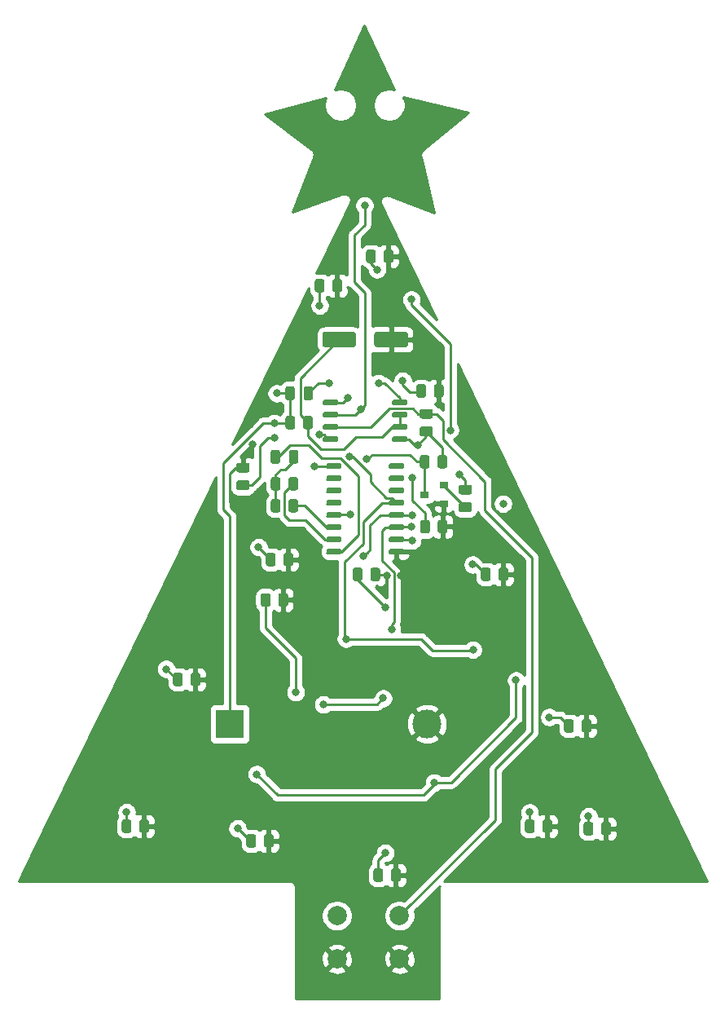
<source format=gbr>
%TF.GenerationSoftware,KiCad,Pcbnew,(5.1.10-1-10_14)*%
%TF.CreationDate,2021-11-29T00:45:18-05:00*%
%TF.ProjectId,christmas-ornament-pcb,63687269-7374-46d6-9173-2d6f726e616d,rev?*%
%TF.SameCoordinates,Original*%
%TF.FileFunction,Copper,L2,Bot*%
%TF.FilePolarity,Positive*%
%FSLAX46Y46*%
G04 Gerber Fmt 4.6, Leading zero omitted, Abs format (unit mm)*
G04 Created by KiCad (PCBNEW (5.1.10-1-10_14)) date 2021-11-29 00:45:18*
%MOMM*%
%LPD*%
G01*
G04 APERTURE LIST*
%TA.AperFunction,ComponentPad*%
%ADD10R,3.000000X3.000000*%
%TD*%
%TA.AperFunction,ComponentPad*%
%ADD11C,3.000000*%
%TD*%
%TA.AperFunction,ComponentPad*%
%ADD12C,2.000000*%
%TD*%
%TA.AperFunction,SMDPad,CuDef*%
%ADD13R,0.900000X0.800000*%
%TD*%
%TA.AperFunction,ViaPad*%
%ADD14C,0.800000*%
%TD*%
%TA.AperFunction,Conductor*%
%ADD15C,0.250000*%
%TD*%
%TA.AperFunction,Conductor*%
%ADD16C,0.254000*%
%TD*%
%TA.AperFunction,Conductor*%
%ADD17C,0.100000*%
%TD*%
G04 APERTURE END LIST*
%TO.P,U1,8*%
%TO.N,VCC*%
%TA.AperFunction,SMDPad,CuDef*%
G36*
G01*
X152650000Y-79085000D02*
X152650000Y-78785000D01*
G75*
G02*
X152800000Y-78635000I150000J0D01*
G01*
X154100000Y-78635000D01*
G75*
G02*
X154250000Y-78785000I0J-150000D01*
G01*
X154250000Y-79085000D01*
G75*
G02*
X154100000Y-79235000I-150000J0D01*
G01*
X152800000Y-79235000D01*
G75*
G02*
X152650000Y-79085000I0J150000D01*
G01*
G37*
%TD.AperFunction*%
%TO.P,U1,7*%
%TO.N,Net-(C2-Pad1)*%
%TA.AperFunction,SMDPad,CuDef*%
G36*
G01*
X152650000Y-77815000D02*
X152650000Y-77515000D01*
G75*
G02*
X152800000Y-77365000I150000J0D01*
G01*
X154100000Y-77365000D01*
G75*
G02*
X154250000Y-77515000I0J-150000D01*
G01*
X154250000Y-77815000D01*
G75*
G02*
X154100000Y-77965000I-150000J0D01*
G01*
X152800000Y-77965000D01*
G75*
G02*
X152650000Y-77815000I0J150000D01*
G01*
G37*
%TD.AperFunction*%
%TO.P,U1,6*%
%TA.AperFunction,SMDPad,CuDef*%
G36*
G01*
X152650000Y-76545000D02*
X152650000Y-76245000D01*
G75*
G02*
X152800000Y-76095000I150000J0D01*
G01*
X154100000Y-76095000D01*
G75*
G02*
X154250000Y-76245000I0J-150000D01*
G01*
X154250000Y-76545000D01*
G75*
G02*
X154100000Y-76695000I-150000J0D01*
G01*
X152800000Y-76695000D01*
G75*
G02*
X152650000Y-76545000I0J150000D01*
G01*
G37*
%TD.AperFunction*%
%TO.P,U1,5*%
%TO.N,Net-(C1-Pad1)*%
%TA.AperFunction,SMDPad,CuDef*%
G36*
G01*
X152650000Y-75275000D02*
X152650000Y-74975000D01*
G75*
G02*
X152800000Y-74825000I150000J0D01*
G01*
X154100000Y-74825000D01*
G75*
G02*
X154250000Y-74975000I0J-150000D01*
G01*
X154250000Y-75275000D01*
G75*
G02*
X154100000Y-75425000I-150000J0D01*
G01*
X152800000Y-75425000D01*
G75*
G02*
X152650000Y-75275000I0J150000D01*
G01*
G37*
%TD.AperFunction*%
%TO.P,U1,4*%
%TO.N,VCC*%
%TA.AperFunction,SMDPad,CuDef*%
G36*
G01*
X145450000Y-75275000D02*
X145450000Y-74975000D01*
G75*
G02*
X145600000Y-74825000I150000J0D01*
G01*
X146900000Y-74825000D01*
G75*
G02*
X147050000Y-74975000I0J-150000D01*
G01*
X147050000Y-75275000D01*
G75*
G02*
X146900000Y-75425000I-150000J0D01*
G01*
X145600000Y-75425000D01*
G75*
G02*
X145450000Y-75275000I0J150000D01*
G01*
G37*
%TD.AperFunction*%
%TO.P,U1,3*%
%TO.N,Net-(D17-Pad2)*%
%TA.AperFunction,SMDPad,CuDef*%
G36*
G01*
X145450000Y-76545000D02*
X145450000Y-76245000D01*
G75*
G02*
X145600000Y-76095000I150000J0D01*
G01*
X146900000Y-76095000D01*
G75*
G02*
X147050000Y-76245000I0J-150000D01*
G01*
X147050000Y-76545000D01*
G75*
G02*
X146900000Y-76695000I-150000J0D01*
G01*
X145600000Y-76695000D01*
G75*
G02*
X145450000Y-76545000I0J150000D01*
G01*
G37*
%TD.AperFunction*%
%TO.P,U1,2*%
%TO.N,Net-(R3-Pad2)*%
%TA.AperFunction,SMDPad,CuDef*%
G36*
G01*
X145450000Y-77815000D02*
X145450000Y-77515000D01*
G75*
G02*
X145600000Y-77365000I150000J0D01*
G01*
X146900000Y-77365000D01*
G75*
G02*
X147050000Y-77515000I0J-150000D01*
G01*
X147050000Y-77815000D01*
G75*
G02*
X146900000Y-77965000I-150000J0D01*
G01*
X145600000Y-77965000D01*
G75*
G02*
X145450000Y-77815000I0J150000D01*
G01*
G37*
%TD.AperFunction*%
%TO.P,U1,1*%
%TO.N,GND*%
%TA.AperFunction,SMDPad,CuDef*%
G36*
G01*
X145450000Y-79085000D02*
X145450000Y-78785000D01*
G75*
G02*
X145600000Y-78635000I150000J0D01*
G01*
X146900000Y-78635000D01*
G75*
G02*
X147050000Y-78785000I0J-150000D01*
G01*
X147050000Y-79085000D01*
G75*
G02*
X146900000Y-79235000I-150000J0D01*
G01*
X145600000Y-79235000D01*
G75*
G02*
X145450000Y-79085000I0J150000D01*
G01*
G37*
%TD.AperFunction*%
%TD*%
%TO.P,U2,16*%
%TO.N,VCC*%
%TA.AperFunction,SMDPad,CuDef*%
G36*
G01*
X147420000Y-81585000D02*
X147420000Y-81885000D01*
G75*
G02*
X147270000Y-82035000I-150000J0D01*
G01*
X145970000Y-82035000D01*
G75*
G02*
X145820000Y-81885000I0J150000D01*
G01*
X145820000Y-81585000D01*
G75*
G02*
X145970000Y-81435000I150000J0D01*
G01*
X147270000Y-81435000D01*
G75*
G02*
X147420000Y-81585000I0J-150000D01*
G01*
G37*
%TD.AperFunction*%
%TO.P,U2,15*%
%TO.N,Net-(U2-Pad15)*%
%TA.AperFunction,SMDPad,CuDef*%
G36*
G01*
X147420000Y-82855000D02*
X147420000Y-83155000D01*
G75*
G02*
X147270000Y-83305000I-150000J0D01*
G01*
X145970000Y-83305000D01*
G75*
G02*
X145820000Y-83155000I0J150000D01*
G01*
X145820000Y-82855000D01*
G75*
G02*
X145970000Y-82705000I150000J0D01*
G01*
X147270000Y-82705000D01*
G75*
G02*
X147420000Y-82855000I0J-150000D01*
G01*
G37*
%TD.AperFunction*%
%TO.P,U2,14*%
%TO.N,Net-(U2-Pad14)*%
%TA.AperFunction,SMDPad,CuDef*%
G36*
G01*
X147420000Y-84125000D02*
X147420000Y-84425000D01*
G75*
G02*
X147270000Y-84575000I-150000J0D01*
G01*
X145970000Y-84575000D01*
G75*
G02*
X145820000Y-84425000I0J150000D01*
G01*
X145820000Y-84125000D01*
G75*
G02*
X145970000Y-83975000I150000J0D01*
G01*
X147270000Y-83975000D01*
G75*
G02*
X147420000Y-84125000I0J-150000D01*
G01*
G37*
%TD.AperFunction*%
%TO.P,U2,13*%
%TO.N,Net-(U2-Pad13)*%
%TA.AperFunction,SMDPad,CuDef*%
G36*
G01*
X147420000Y-85395000D02*
X147420000Y-85695000D01*
G75*
G02*
X147270000Y-85845000I-150000J0D01*
G01*
X145970000Y-85845000D01*
G75*
G02*
X145820000Y-85695000I0J150000D01*
G01*
X145820000Y-85395000D01*
G75*
G02*
X145970000Y-85245000I150000J0D01*
G01*
X147270000Y-85245000D01*
G75*
G02*
X147420000Y-85395000I0J-150000D01*
G01*
G37*
%TD.AperFunction*%
%TO.P,U2,12*%
%TO.N,Net-(Q1-Pad3)*%
%TA.AperFunction,SMDPad,CuDef*%
G36*
G01*
X147420000Y-86665000D02*
X147420000Y-86965000D01*
G75*
G02*
X147270000Y-87115000I-150000J0D01*
G01*
X145970000Y-87115000D01*
G75*
G02*
X145820000Y-86965000I0J150000D01*
G01*
X145820000Y-86665000D01*
G75*
G02*
X145970000Y-86515000I150000J0D01*
G01*
X147270000Y-86515000D01*
G75*
G02*
X147420000Y-86665000I0J-150000D01*
G01*
G37*
%TD.AperFunction*%
%TO.P,U2,11*%
%TO.N,Net-(R5-Pad1)*%
%TA.AperFunction,SMDPad,CuDef*%
G36*
G01*
X147420000Y-87935000D02*
X147420000Y-88235000D01*
G75*
G02*
X147270000Y-88385000I-150000J0D01*
G01*
X145970000Y-88385000D01*
G75*
G02*
X145820000Y-88235000I0J150000D01*
G01*
X145820000Y-87935000D01*
G75*
G02*
X145970000Y-87785000I150000J0D01*
G01*
X147270000Y-87785000D01*
G75*
G02*
X147420000Y-87935000I0J-150000D01*
G01*
G37*
%TD.AperFunction*%
%TO.P,U2,10*%
%TO.N,Net-(R6-Pad1)*%
%TA.AperFunction,SMDPad,CuDef*%
G36*
G01*
X147420000Y-89205000D02*
X147420000Y-89505000D01*
G75*
G02*
X147270000Y-89655000I-150000J0D01*
G01*
X145970000Y-89655000D01*
G75*
G02*
X145820000Y-89505000I0J150000D01*
G01*
X145820000Y-89205000D01*
G75*
G02*
X145970000Y-89055000I150000J0D01*
G01*
X147270000Y-89055000D01*
G75*
G02*
X147420000Y-89205000I0J-150000D01*
G01*
G37*
%TD.AperFunction*%
%TO.P,U2,9*%
%TO.N,Net-(C3-Pad1)*%
%TA.AperFunction,SMDPad,CuDef*%
G36*
G01*
X147420000Y-90475000D02*
X147420000Y-90775000D01*
G75*
G02*
X147270000Y-90925000I-150000J0D01*
G01*
X145970000Y-90925000D01*
G75*
G02*
X145820000Y-90775000I0J150000D01*
G01*
X145820000Y-90475000D01*
G75*
G02*
X145970000Y-90325000I150000J0D01*
G01*
X147270000Y-90325000D01*
G75*
G02*
X147420000Y-90475000I0J-150000D01*
G01*
G37*
%TD.AperFunction*%
%TO.P,U2,8*%
%TO.N,GND*%
%TA.AperFunction,SMDPad,CuDef*%
G36*
G01*
X153920000Y-90475000D02*
X153920000Y-90775000D01*
G75*
G02*
X153770000Y-90925000I-150000J0D01*
G01*
X152470000Y-90925000D01*
G75*
G02*
X152320000Y-90775000I0J150000D01*
G01*
X152320000Y-90475000D01*
G75*
G02*
X152470000Y-90325000I150000J0D01*
G01*
X153770000Y-90325000D01*
G75*
G02*
X153920000Y-90475000I0J-150000D01*
G01*
G37*
%TD.AperFunction*%
%TO.P,U2,7*%
%TO.N,Net-(D1-Pad2)*%
%TA.AperFunction,SMDPad,CuDef*%
G36*
G01*
X153920000Y-89205000D02*
X153920000Y-89505000D01*
G75*
G02*
X153770000Y-89655000I-150000J0D01*
G01*
X152470000Y-89655000D01*
G75*
G02*
X152320000Y-89505000I0J150000D01*
G01*
X152320000Y-89205000D01*
G75*
G02*
X152470000Y-89055000I150000J0D01*
G01*
X153770000Y-89055000D01*
G75*
G02*
X153920000Y-89205000I0J-150000D01*
G01*
G37*
%TD.AperFunction*%
%TO.P,U2,6*%
%TO.N,Net-(D13-Pad2)*%
%TA.AperFunction,SMDPad,CuDef*%
G36*
G01*
X153920000Y-87935000D02*
X153920000Y-88235000D01*
G75*
G02*
X153770000Y-88385000I-150000J0D01*
G01*
X152470000Y-88385000D01*
G75*
G02*
X152320000Y-88235000I0J150000D01*
G01*
X152320000Y-87935000D01*
G75*
G02*
X152470000Y-87785000I150000J0D01*
G01*
X153770000Y-87785000D01*
G75*
G02*
X153920000Y-87935000I0J-150000D01*
G01*
G37*
%TD.AperFunction*%
%TO.P,U2,5*%
%TO.N,Net-(D5-Pad2)*%
%TA.AperFunction,SMDPad,CuDef*%
G36*
G01*
X153920000Y-86665000D02*
X153920000Y-86965000D01*
G75*
G02*
X153770000Y-87115000I-150000J0D01*
G01*
X152470000Y-87115000D01*
G75*
G02*
X152320000Y-86965000I0J150000D01*
G01*
X152320000Y-86665000D01*
G75*
G02*
X152470000Y-86515000I150000J0D01*
G01*
X153770000Y-86515000D01*
G75*
G02*
X153920000Y-86665000I0J-150000D01*
G01*
G37*
%TD.AperFunction*%
%TO.P,U2,4*%
%TO.N,Net-(D10-Pad2)*%
%TA.AperFunction,SMDPad,CuDef*%
G36*
G01*
X153920000Y-85395000D02*
X153920000Y-85695000D01*
G75*
G02*
X153770000Y-85845000I-150000J0D01*
G01*
X152470000Y-85845000D01*
G75*
G02*
X152320000Y-85695000I0J150000D01*
G01*
X152320000Y-85395000D01*
G75*
G02*
X152470000Y-85245000I150000J0D01*
G01*
X153770000Y-85245000D01*
G75*
G02*
X153920000Y-85395000I0J-150000D01*
G01*
G37*
%TD.AperFunction*%
%TO.P,U2,3*%
%TO.N,Net-(U2-Pad3)*%
%TA.AperFunction,SMDPad,CuDef*%
G36*
G01*
X153920000Y-84125000D02*
X153920000Y-84425000D01*
G75*
G02*
X153770000Y-84575000I-150000J0D01*
G01*
X152470000Y-84575000D01*
G75*
G02*
X152320000Y-84425000I0J150000D01*
G01*
X152320000Y-84125000D01*
G75*
G02*
X152470000Y-83975000I150000J0D01*
G01*
X153770000Y-83975000D01*
G75*
G02*
X153920000Y-84125000I0J-150000D01*
G01*
G37*
%TD.AperFunction*%
%TO.P,U2,2*%
%TO.N,Net-(U2-Pad2)*%
%TA.AperFunction,SMDPad,CuDef*%
G36*
G01*
X153920000Y-82855000D02*
X153920000Y-83155000D01*
G75*
G02*
X153770000Y-83305000I-150000J0D01*
G01*
X152470000Y-83305000D01*
G75*
G02*
X152320000Y-83155000I0J150000D01*
G01*
X152320000Y-82855000D01*
G75*
G02*
X152470000Y-82705000I150000J0D01*
G01*
X153770000Y-82705000D01*
G75*
G02*
X153920000Y-82855000I0J-150000D01*
G01*
G37*
%TD.AperFunction*%
%TO.P,U2,1*%
%TO.N,Net-(U2-Pad1)*%
%TA.AperFunction,SMDPad,CuDef*%
G36*
G01*
X153920000Y-81585000D02*
X153920000Y-81885000D01*
G75*
G02*
X153770000Y-82035000I-150000J0D01*
G01*
X152470000Y-82035000D01*
G75*
G02*
X152320000Y-81885000I0J150000D01*
G01*
X152320000Y-81585000D01*
G75*
G02*
X152470000Y-81435000I150000J0D01*
G01*
X153770000Y-81435000D01*
G75*
G02*
X153920000Y-81585000I0J-150000D01*
G01*
G37*
%TD.AperFunction*%
%TD*%
D10*
%TO.P,BT1,1*%
%TO.N,VCC*%
X135790000Y-108500000D03*
D11*
%TO.P,BT1,2*%
%TO.N,GND*%
X156280000Y-108500000D03*
%TD*%
%TO.P,R22,2*%
%TO.N,GND*%
%TA.AperFunction,SMDPad,CuDef*%
G36*
G01*
X140830000Y-96080001D02*
X140830000Y-95179999D01*
G75*
G02*
X141079999Y-94930000I249999J0D01*
G01*
X141605001Y-94930000D01*
G75*
G02*
X141855000Y-95179999I0J-249999D01*
G01*
X141855000Y-96080001D01*
G75*
G02*
X141605001Y-96330000I-249999J0D01*
G01*
X141079999Y-96330000D01*
G75*
G02*
X140830000Y-96080001I0J249999D01*
G01*
G37*
%TD.AperFunction*%
%TO.P,R22,1*%
%TO.N,Net-(D16-Pad1)*%
%TA.AperFunction,SMDPad,CuDef*%
G36*
G01*
X139005000Y-96080001D02*
X139005000Y-95179999D01*
G75*
G02*
X139254999Y-94930000I249999J0D01*
G01*
X139780001Y-94930000D01*
G75*
G02*
X140030000Y-95179999I0J-249999D01*
G01*
X140030000Y-96080001D01*
G75*
G02*
X139780001Y-96330000I-249999J0D01*
G01*
X139254999Y-96330000D01*
G75*
G02*
X139005000Y-96080001I0J249999D01*
G01*
G37*
%TD.AperFunction*%
%TD*%
%TO.P,R21,2*%
%TO.N,GND*%
%TA.AperFunction,SMDPad,CuDef*%
G36*
G01*
X151784000Y-60394001D02*
X151784000Y-59493999D01*
G75*
G02*
X152033999Y-59244000I249999J0D01*
G01*
X152559001Y-59244000D01*
G75*
G02*
X152809000Y-59493999I0J-249999D01*
G01*
X152809000Y-60394001D01*
G75*
G02*
X152559001Y-60644000I-249999J0D01*
G01*
X152033999Y-60644000D01*
G75*
G02*
X151784000Y-60394001I0J249999D01*
G01*
G37*
%TD.AperFunction*%
%TO.P,R21,1*%
%TO.N,Net-(D15-Pad1)*%
%TA.AperFunction,SMDPad,CuDef*%
G36*
G01*
X149959000Y-60394001D02*
X149959000Y-59493999D01*
G75*
G02*
X150208999Y-59244000I249999J0D01*
G01*
X150734001Y-59244000D01*
G75*
G02*
X150984000Y-59493999I0J-249999D01*
G01*
X150984000Y-60394001D01*
G75*
G02*
X150734001Y-60644000I-249999J0D01*
G01*
X150208999Y-60644000D01*
G75*
G02*
X149959000Y-60394001I0J249999D01*
G01*
G37*
%TD.AperFunction*%
%TD*%
%TO.P,R20,2*%
%TO.N,GND*%
%TA.AperFunction,SMDPad,CuDef*%
G36*
G01*
X168294000Y-119576001D02*
X168294000Y-118675999D01*
G75*
G02*
X168543999Y-118426000I249999J0D01*
G01*
X169069001Y-118426000D01*
G75*
G02*
X169319000Y-118675999I0J-249999D01*
G01*
X169319000Y-119576001D01*
G75*
G02*
X169069001Y-119826000I-249999J0D01*
G01*
X168543999Y-119826000D01*
G75*
G02*
X168294000Y-119576001I0J249999D01*
G01*
G37*
%TD.AperFunction*%
%TO.P,R20,1*%
%TO.N,Net-(D14-Pad1)*%
%TA.AperFunction,SMDPad,CuDef*%
G36*
G01*
X166469000Y-119576001D02*
X166469000Y-118675999D01*
G75*
G02*
X166718999Y-118426000I249999J0D01*
G01*
X167244001Y-118426000D01*
G75*
G02*
X167494000Y-118675999I0J-249999D01*
G01*
X167494000Y-119576001D01*
G75*
G02*
X167244001Y-119826000I-249999J0D01*
G01*
X166718999Y-119826000D01*
G75*
G02*
X166469000Y-119576001I0J249999D01*
G01*
G37*
%TD.AperFunction*%
%TD*%
%TO.P,R19,2*%
%TO.N,GND*%
%TA.AperFunction,SMDPad,CuDef*%
G36*
G01*
X157410000Y-88470001D02*
X157410000Y-87569999D01*
G75*
G02*
X157659999Y-87320000I249999J0D01*
G01*
X158185001Y-87320000D01*
G75*
G02*
X158435000Y-87569999I0J-249999D01*
G01*
X158435000Y-88470001D01*
G75*
G02*
X158185001Y-88720000I-249999J0D01*
G01*
X157659999Y-88720000D01*
G75*
G02*
X157410000Y-88470001I0J249999D01*
G01*
G37*
%TD.AperFunction*%
%TO.P,R19,1*%
%TO.N,Net-(D13-Pad1)*%
%TA.AperFunction,SMDPad,CuDef*%
G36*
G01*
X155585000Y-88470001D02*
X155585000Y-87569999D01*
G75*
G02*
X155834999Y-87320000I249999J0D01*
G01*
X156360001Y-87320000D01*
G75*
G02*
X156610000Y-87569999I0J-249999D01*
G01*
X156610000Y-88470001D01*
G75*
G02*
X156360001Y-88720000I-249999J0D01*
G01*
X155834999Y-88720000D01*
G75*
G02*
X155585000Y-88470001I0J249999D01*
G01*
G37*
%TD.AperFunction*%
%TD*%
%TO.P,R18,2*%
%TO.N,GND*%
%TA.AperFunction,SMDPad,CuDef*%
G36*
G01*
X126384000Y-119576001D02*
X126384000Y-118675999D01*
G75*
G02*
X126633999Y-118426000I249999J0D01*
G01*
X127159001Y-118426000D01*
G75*
G02*
X127409000Y-118675999I0J-249999D01*
G01*
X127409000Y-119576001D01*
G75*
G02*
X127159001Y-119826000I-249999J0D01*
G01*
X126633999Y-119826000D01*
G75*
G02*
X126384000Y-119576001I0J249999D01*
G01*
G37*
%TD.AperFunction*%
%TO.P,R18,1*%
%TO.N,Net-(D12-Pad1)*%
%TA.AperFunction,SMDPad,CuDef*%
G36*
G01*
X124559000Y-119576001D02*
X124559000Y-118675999D01*
G75*
G02*
X124808999Y-118426000I249999J0D01*
G01*
X125334001Y-118426000D01*
G75*
G02*
X125584000Y-118675999I0J-249999D01*
G01*
X125584000Y-119576001D01*
G75*
G02*
X125334001Y-119826000I-249999J0D01*
G01*
X124808999Y-119826000D01*
G75*
G02*
X124559000Y-119576001I0J249999D01*
G01*
G37*
%TD.AperFunction*%
%TD*%
%TO.P,R17,2*%
%TO.N,GND*%
%TA.AperFunction,SMDPad,CuDef*%
G36*
G01*
X137610001Y-82404000D02*
X136709999Y-82404000D01*
G75*
G02*
X136460000Y-82154001I0J249999D01*
G01*
X136460000Y-81628999D01*
G75*
G02*
X136709999Y-81379000I249999J0D01*
G01*
X137610001Y-81379000D01*
G75*
G02*
X137860000Y-81628999I0J-249999D01*
G01*
X137860000Y-82154001D01*
G75*
G02*
X137610001Y-82404000I-249999J0D01*
G01*
G37*
%TD.AperFunction*%
%TO.P,R17,1*%
%TO.N,Net-(D11-Pad1)*%
%TA.AperFunction,SMDPad,CuDef*%
G36*
G01*
X137610001Y-84229000D02*
X136709999Y-84229000D01*
G75*
G02*
X136460000Y-83979001I0J249999D01*
G01*
X136460000Y-83453999D01*
G75*
G02*
X136709999Y-83204000I249999J0D01*
G01*
X137610001Y-83204000D01*
G75*
G02*
X137860000Y-83453999I0J-249999D01*
G01*
X137860000Y-83979001D01*
G75*
G02*
X137610001Y-84229000I-249999J0D01*
G01*
G37*
%TD.AperFunction*%
%TD*%
%TO.P,R16,2*%
%TO.N,GND*%
%TA.AperFunction,SMDPad,CuDef*%
G36*
G01*
X174390000Y-119830001D02*
X174390000Y-118929999D01*
G75*
G02*
X174639999Y-118680000I249999J0D01*
G01*
X175165001Y-118680000D01*
G75*
G02*
X175415000Y-118929999I0J-249999D01*
G01*
X175415000Y-119830001D01*
G75*
G02*
X175165001Y-120080000I-249999J0D01*
G01*
X174639999Y-120080000D01*
G75*
G02*
X174390000Y-119830001I0J249999D01*
G01*
G37*
%TD.AperFunction*%
%TO.P,R16,1*%
%TO.N,Net-(D10-Pad1)*%
%TA.AperFunction,SMDPad,CuDef*%
G36*
G01*
X172565000Y-119830001D02*
X172565000Y-118929999D01*
G75*
G02*
X172814999Y-118680000I249999J0D01*
G01*
X173340001Y-118680000D01*
G75*
G02*
X173590000Y-118929999I0J-249999D01*
G01*
X173590000Y-119830001D01*
G75*
G02*
X173340001Y-120080000I-249999J0D01*
G01*
X172814999Y-120080000D01*
G75*
G02*
X172565000Y-119830001I0J249999D01*
G01*
G37*
%TD.AperFunction*%
%TD*%
%TO.P,R15,2*%
%TO.N,GND*%
%TA.AperFunction,SMDPad,CuDef*%
G36*
G01*
X150400000Y-93430001D02*
X150400000Y-92529999D01*
G75*
G02*
X150649999Y-92280000I249999J0D01*
G01*
X151175001Y-92280000D01*
G75*
G02*
X151425000Y-92529999I0J-249999D01*
G01*
X151425000Y-93430001D01*
G75*
G02*
X151175001Y-93680000I-249999J0D01*
G01*
X150649999Y-93680000D01*
G75*
G02*
X150400000Y-93430001I0J249999D01*
G01*
G37*
%TD.AperFunction*%
%TO.P,R15,1*%
%TO.N,Net-(D9-Pad1)*%
%TA.AperFunction,SMDPad,CuDef*%
G36*
G01*
X148575000Y-93430001D02*
X148575000Y-92529999D01*
G75*
G02*
X148824999Y-92280000I249999J0D01*
G01*
X149350001Y-92280000D01*
G75*
G02*
X149600000Y-92529999I0J-249999D01*
G01*
X149600000Y-93430001D01*
G75*
G02*
X149350001Y-93680000I-249999J0D01*
G01*
X148824999Y-93680000D01*
G75*
G02*
X148575000Y-93430001I0J249999D01*
G01*
G37*
%TD.AperFunction*%
%TD*%
%TO.P,R14,2*%
%TO.N,GND*%
%TA.AperFunction,SMDPad,CuDef*%
G36*
G01*
X172358000Y-109162001D02*
X172358000Y-108261999D01*
G75*
G02*
X172607999Y-108012000I249999J0D01*
G01*
X173133001Y-108012000D01*
G75*
G02*
X173383000Y-108261999I0J-249999D01*
G01*
X173383000Y-109162001D01*
G75*
G02*
X173133001Y-109412000I-249999J0D01*
G01*
X172607999Y-109412000D01*
G75*
G02*
X172358000Y-109162001I0J249999D01*
G01*
G37*
%TD.AperFunction*%
%TO.P,R14,1*%
%TO.N,Net-(D8-Pad1)*%
%TA.AperFunction,SMDPad,CuDef*%
G36*
G01*
X170533000Y-109162001D02*
X170533000Y-108261999D01*
G75*
G02*
X170782999Y-108012000I249999J0D01*
G01*
X171308001Y-108012000D01*
G75*
G02*
X171558000Y-108261999I0J-249999D01*
G01*
X171558000Y-109162001D01*
G75*
G02*
X171308001Y-109412000I-249999J0D01*
G01*
X170782999Y-109412000D01*
G75*
G02*
X170533000Y-109162001I0J249999D01*
G01*
G37*
%TD.AperFunction*%
%TD*%
%TO.P,R13,2*%
%TO.N,GND*%
%TA.AperFunction,SMDPad,CuDef*%
G36*
G01*
X141370000Y-91890001D02*
X141370000Y-90989999D01*
G75*
G02*
X141619999Y-90740000I249999J0D01*
G01*
X142145001Y-90740000D01*
G75*
G02*
X142395000Y-90989999I0J-249999D01*
G01*
X142395000Y-91890001D01*
G75*
G02*
X142145001Y-92140000I-249999J0D01*
G01*
X141619999Y-92140000D01*
G75*
G02*
X141370000Y-91890001I0J249999D01*
G01*
G37*
%TD.AperFunction*%
%TO.P,R13,1*%
%TO.N,Net-(D7-Pad1)*%
%TA.AperFunction,SMDPad,CuDef*%
G36*
G01*
X139545000Y-91890001D02*
X139545000Y-90989999D01*
G75*
G02*
X139794999Y-90740000I249999J0D01*
G01*
X140320001Y-90740000D01*
G75*
G02*
X140570000Y-90989999I0J-249999D01*
G01*
X140570000Y-91890001D01*
G75*
G02*
X140320001Y-92140000I-249999J0D01*
G01*
X139794999Y-92140000D01*
G75*
G02*
X139545000Y-91890001I0J249999D01*
G01*
G37*
%TD.AperFunction*%
%TD*%
%TO.P,R12,2*%
%TO.N,GND*%
%TA.AperFunction,SMDPad,CuDef*%
G36*
G01*
X139338000Y-121100001D02*
X139338000Y-120199999D01*
G75*
G02*
X139587999Y-119950000I249999J0D01*
G01*
X140113001Y-119950000D01*
G75*
G02*
X140363000Y-120199999I0J-249999D01*
G01*
X140363000Y-121100001D01*
G75*
G02*
X140113001Y-121350000I-249999J0D01*
G01*
X139587999Y-121350000D01*
G75*
G02*
X139338000Y-121100001I0J249999D01*
G01*
G37*
%TD.AperFunction*%
%TO.P,R12,1*%
%TO.N,Net-(D6-Pad1)*%
%TA.AperFunction,SMDPad,CuDef*%
G36*
G01*
X137513000Y-121100001D02*
X137513000Y-120199999D01*
G75*
G02*
X137762999Y-119950000I249999J0D01*
G01*
X138288001Y-119950000D01*
G75*
G02*
X138538000Y-120199999I0J-249999D01*
G01*
X138538000Y-121100001D01*
G75*
G02*
X138288001Y-121350000I-249999J0D01*
G01*
X137762999Y-121350000D01*
G75*
G02*
X137513000Y-121100001I0J249999D01*
G01*
G37*
%TD.AperFunction*%
%TD*%
%TO.P,R11,2*%
%TO.N,GND*%
%TA.AperFunction,SMDPad,CuDef*%
G36*
G01*
X157000000Y-74380001D02*
X157000000Y-73479999D01*
G75*
G02*
X157249999Y-73230000I249999J0D01*
G01*
X157775001Y-73230000D01*
G75*
G02*
X158025000Y-73479999I0J-249999D01*
G01*
X158025000Y-74380001D01*
G75*
G02*
X157775001Y-74630000I-249999J0D01*
G01*
X157249999Y-74630000D01*
G75*
G02*
X157000000Y-74380001I0J249999D01*
G01*
G37*
%TD.AperFunction*%
%TO.P,R11,1*%
%TO.N,Net-(D5-Pad1)*%
%TA.AperFunction,SMDPad,CuDef*%
G36*
G01*
X155175000Y-74380001D02*
X155175000Y-73479999D01*
G75*
G02*
X155424999Y-73230000I249999J0D01*
G01*
X155950001Y-73230000D01*
G75*
G02*
X156200000Y-73479999I0J-249999D01*
G01*
X156200000Y-74380001D01*
G75*
G02*
X155950001Y-74630000I-249999J0D01*
G01*
X155424999Y-74630000D01*
G75*
G02*
X155175000Y-74380001I0J249999D01*
G01*
G37*
%TD.AperFunction*%
%TD*%
%TO.P,R10,2*%
%TO.N,GND*%
%TA.AperFunction,SMDPad,CuDef*%
G36*
G01*
X152546000Y-124656001D02*
X152546000Y-123755999D01*
G75*
G02*
X152795999Y-123506000I249999J0D01*
G01*
X153321001Y-123506000D01*
G75*
G02*
X153571000Y-123755999I0J-249999D01*
G01*
X153571000Y-124656001D01*
G75*
G02*
X153321001Y-124906000I-249999J0D01*
G01*
X152795999Y-124906000D01*
G75*
G02*
X152546000Y-124656001I0J249999D01*
G01*
G37*
%TD.AperFunction*%
%TO.P,R10,1*%
%TO.N,Net-(D4-Pad1)*%
%TA.AperFunction,SMDPad,CuDef*%
G36*
G01*
X150721000Y-124656001D02*
X150721000Y-123755999D01*
G75*
G02*
X150970999Y-123506000I249999J0D01*
G01*
X151496001Y-123506000D01*
G75*
G02*
X151746000Y-123755999I0J-249999D01*
G01*
X151746000Y-124656001D01*
G75*
G02*
X151496001Y-124906000I-249999J0D01*
G01*
X150970999Y-124906000D01*
G75*
G02*
X150721000Y-124656001I0J249999D01*
G01*
G37*
%TD.AperFunction*%
%TD*%
%TO.P,R9,2*%
%TO.N,GND*%
%TA.AperFunction,SMDPad,CuDef*%
G36*
G01*
X146450000Y-63442001D02*
X146450000Y-62541999D01*
G75*
G02*
X146699999Y-62292000I249999J0D01*
G01*
X147225001Y-62292000D01*
G75*
G02*
X147475000Y-62541999I0J-249999D01*
G01*
X147475000Y-63442001D01*
G75*
G02*
X147225001Y-63692000I-249999J0D01*
G01*
X146699999Y-63692000D01*
G75*
G02*
X146450000Y-63442001I0J249999D01*
G01*
G37*
%TD.AperFunction*%
%TO.P,R9,1*%
%TO.N,Net-(D3-Pad1)*%
%TA.AperFunction,SMDPad,CuDef*%
G36*
G01*
X144625000Y-63442001D02*
X144625000Y-62541999D01*
G75*
G02*
X144874999Y-62292000I249999J0D01*
G01*
X145400001Y-62292000D01*
G75*
G02*
X145650000Y-62541999I0J-249999D01*
G01*
X145650000Y-63442001D01*
G75*
G02*
X145400001Y-63692000I-249999J0D01*
G01*
X144874999Y-63692000D01*
G75*
G02*
X144625000Y-63442001I0J249999D01*
G01*
G37*
%TD.AperFunction*%
%TD*%
%TO.P,R8,2*%
%TO.N,GND*%
%TA.AperFunction,SMDPad,CuDef*%
G36*
G01*
X131718000Y-104336001D02*
X131718000Y-103435999D01*
G75*
G02*
X131967999Y-103186000I249999J0D01*
G01*
X132493001Y-103186000D01*
G75*
G02*
X132743000Y-103435999I0J-249999D01*
G01*
X132743000Y-104336001D01*
G75*
G02*
X132493001Y-104586000I-249999J0D01*
G01*
X131967999Y-104586000D01*
G75*
G02*
X131718000Y-104336001I0J249999D01*
G01*
G37*
%TD.AperFunction*%
%TO.P,R8,1*%
%TO.N,Net-(D2-Pad1)*%
%TA.AperFunction,SMDPad,CuDef*%
G36*
G01*
X129893000Y-104336001D02*
X129893000Y-103435999D01*
G75*
G02*
X130142999Y-103186000I249999J0D01*
G01*
X130668001Y-103186000D01*
G75*
G02*
X130918000Y-103435999I0J-249999D01*
G01*
X130918000Y-104336001D01*
G75*
G02*
X130668001Y-104586000I-249999J0D01*
G01*
X130142999Y-104586000D01*
G75*
G02*
X129893000Y-104336001I0J249999D01*
G01*
G37*
%TD.AperFunction*%
%TD*%
%TO.P,R7,2*%
%TO.N,GND*%
%TA.AperFunction,SMDPad,CuDef*%
G36*
G01*
X163722000Y-93414001D02*
X163722000Y-92513999D01*
G75*
G02*
X163971999Y-92264000I249999J0D01*
G01*
X164497001Y-92264000D01*
G75*
G02*
X164747000Y-92513999I0J-249999D01*
G01*
X164747000Y-93414001D01*
G75*
G02*
X164497001Y-93664000I-249999J0D01*
G01*
X163971999Y-93664000D01*
G75*
G02*
X163722000Y-93414001I0J249999D01*
G01*
G37*
%TD.AperFunction*%
%TO.P,R7,1*%
%TO.N,Net-(D1-Pad1)*%
%TA.AperFunction,SMDPad,CuDef*%
G36*
G01*
X161897000Y-93414001D02*
X161897000Y-92513999D01*
G75*
G02*
X162146999Y-92264000I249999J0D01*
G01*
X162672001Y-92264000D01*
G75*
G02*
X162922000Y-92513999I0J-249999D01*
G01*
X162922000Y-93414001D01*
G75*
G02*
X162672001Y-93664000I-249999J0D01*
G01*
X162146999Y-93664000D01*
G75*
G02*
X161897000Y-93414001I0J249999D01*
G01*
G37*
%TD.AperFunction*%
%TD*%
D12*
%TO.P,SW1,1*%
%TO.N,GND*%
X153430000Y-132920000D03*
%TO.P,SW1,2*%
%TO.N,Net-(R3-Pad2)*%
X153430000Y-128420000D03*
%TO.P,SW1,1*%
%TO.N,GND*%
X146930000Y-132920000D03*
%TO.P,SW1,2*%
%TO.N,Net-(R3-Pad2)*%
X146930000Y-128420000D03*
%TD*%
%TO.P,R6,2*%
%TO.N,Net-(C3-Pad2)*%
%TA.AperFunction,SMDPad,CuDef*%
G36*
G01*
X141078000Y-83115999D02*
X141078000Y-84016001D01*
G75*
G02*
X140828001Y-84266000I-249999J0D01*
G01*
X140302999Y-84266000D01*
G75*
G02*
X140053000Y-84016001I0J249999D01*
G01*
X140053000Y-83115999D01*
G75*
G02*
X140302999Y-82866000I249999J0D01*
G01*
X140828001Y-82866000D01*
G75*
G02*
X141078000Y-83115999I0J-249999D01*
G01*
G37*
%TD.AperFunction*%
%TO.P,R6,1*%
%TO.N,Net-(R6-Pad1)*%
%TA.AperFunction,SMDPad,CuDef*%
G36*
G01*
X142903000Y-83115999D02*
X142903000Y-84016001D01*
G75*
G02*
X142653001Y-84266000I-249999J0D01*
G01*
X142127999Y-84266000D01*
G75*
G02*
X141878000Y-84016001I0J249999D01*
G01*
X141878000Y-83115999D01*
G75*
G02*
X142127999Y-82866000I249999J0D01*
G01*
X142653001Y-82866000D01*
G75*
G02*
X142903000Y-83115999I0J-249999D01*
G01*
G37*
%TD.AperFunction*%
%TD*%
%TO.P,R5,2*%
%TO.N,Net-(C3-Pad2)*%
%TA.AperFunction,SMDPad,CuDef*%
G36*
G01*
X141078000Y-85401999D02*
X141078000Y-86302001D01*
G75*
G02*
X140828001Y-86552000I-249999J0D01*
G01*
X140302999Y-86552000D01*
G75*
G02*
X140053000Y-86302001I0J249999D01*
G01*
X140053000Y-85401999D01*
G75*
G02*
X140302999Y-85152000I249999J0D01*
G01*
X140828001Y-85152000D01*
G75*
G02*
X141078000Y-85401999I0J-249999D01*
G01*
G37*
%TD.AperFunction*%
%TO.P,R5,1*%
%TO.N,Net-(R5-Pad1)*%
%TA.AperFunction,SMDPad,CuDef*%
G36*
G01*
X142903000Y-85401999D02*
X142903000Y-86302001D01*
G75*
G02*
X142653001Y-86552000I-249999J0D01*
G01*
X142127999Y-86552000D01*
G75*
G02*
X141878000Y-86302001I0J249999D01*
G01*
X141878000Y-85401999D01*
G75*
G02*
X142127999Y-85152000I249999J0D01*
G01*
X142653001Y-85152000D01*
G75*
G02*
X142903000Y-85401999I0J-249999D01*
G01*
G37*
%TD.AperFunction*%
%TD*%
%TO.P,R4,2*%
%TO.N,Net-(C2-Pad1)*%
%TA.AperFunction,SMDPad,CuDef*%
G36*
G01*
X143402000Y-77666001D02*
X143402000Y-76765999D01*
G75*
G02*
X143651999Y-76516000I249999J0D01*
G01*
X144177001Y-76516000D01*
G75*
G02*
X144427000Y-76765999I0J-249999D01*
G01*
X144427000Y-77666001D01*
G75*
G02*
X144177001Y-77916000I-249999J0D01*
G01*
X143651999Y-77916000D01*
G75*
G02*
X143402000Y-77666001I0J249999D01*
G01*
G37*
%TD.AperFunction*%
%TO.P,R4,1*%
%TO.N,VCC*%
%TA.AperFunction,SMDPad,CuDef*%
G36*
G01*
X141577000Y-77666001D02*
X141577000Y-76765999D01*
G75*
G02*
X141826999Y-76516000I249999J0D01*
G01*
X142352001Y-76516000D01*
G75*
G02*
X142602000Y-76765999I0J-249999D01*
G01*
X142602000Y-77666001D01*
G75*
G02*
X142352001Y-77916000I-249999J0D01*
G01*
X141826999Y-77916000D01*
G75*
G02*
X141577000Y-77666001I0J249999D01*
G01*
G37*
%TD.AperFunction*%
%TD*%
%TO.P,R3,2*%
%TO.N,Net-(R3-Pad2)*%
%TA.AperFunction,SMDPad,CuDef*%
G36*
G01*
X156660001Y-76816000D02*
X155759999Y-76816000D01*
G75*
G02*
X155510000Y-76566001I0J249999D01*
G01*
X155510000Y-76040999D01*
G75*
G02*
X155759999Y-75791000I249999J0D01*
G01*
X156660001Y-75791000D01*
G75*
G02*
X156910000Y-76040999I0J-249999D01*
G01*
X156910000Y-76566001D01*
G75*
G02*
X156660001Y-76816000I-249999J0D01*
G01*
G37*
%TD.AperFunction*%
%TO.P,R3,1*%
%TO.N,VCC*%
%TA.AperFunction,SMDPad,CuDef*%
G36*
G01*
X156660001Y-78641000D02*
X155759999Y-78641000D01*
G75*
G02*
X155510000Y-78391001I0J249999D01*
G01*
X155510000Y-77865999D01*
G75*
G02*
X155759999Y-77616000I249999J0D01*
G01*
X156660001Y-77616000D01*
G75*
G02*
X156910000Y-77865999I0J-249999D01*
G01*
X156910000Y-78391001D01*
G75*
G02*
X156660001Y-78641000I-249999J0D01*
G01*
G37*
%TD.AperFunction*%
%TD*%
%TO.P,R2,2*%
%TO.N,VCC*%
%TA.AperFunction,SMDPad,CuDef*%
G36*
G01*
X157372000Y-81730001D02*
X157372000Y-80829999D01*
G75*
G02*
X157621999Y-80580000I249999J0D01*
G01*
X158147001Y-80580000D01*
G75*
G02*
X158397000Y-80829999I0J-249999D01*
G01*
X158397000Y-81730001D01*
G75*
G02*
X158147001Y-81980000I-249999J0D01*
G01*
X157621999Y-81980000D01*
G75*
G02*
X157372000Y-81730001I0J249999D01*
G01*
G37*
%TD.AperFunction*%
%TO.P,R2,1*%
%TO.N,Net-(Q1-Pad3)*%
%TA.AperFunction,SMDPad,CuDef*%
G36*
G01*
X155547000Y-81730001D02*
X155547000Y-80829999D01*
G75*
G02*
X155796999Y-80580000I249999J0D01*
G01*
X156322001Y-80580000D01*
G75*
G02*
X156572000Y-80829999I0J-249999D01*
G01*
X156572000Y-81730001D01*
G75*
G02*
X156322001Y-81980000I-249999J0D01*
G01*
X155796999Y-81980000D01*
G75*
G02*
X155547000Y-81730001I0J249999D01*
G01*
G37*
%TD.AperFunction*%
%TD*%
%TO.P,R1,2*%
%TO.N,Net-(Q1-Pad1)*%
%TA.AperFunction,SMDPad,CuDef*%
G36*
G01*
X159823999Y-85490000D02*
X160724001Y-85490000D01*
G75*
G02*
X160974000Y-85739999I0J-249999D01*
G01*
X160974000Y-86265001D01*
G75*
G02*
X160724001Y-86515000I-249999J0D01*
G01*
X159823999Y-86515000D01*
G75*
G02*
X159574000Y-86265001I0J249999D01*
G01*
X159574000Y-85739999D01*
G75*
G02*
X159823999Y-85490000I249999J0D01*
G01*
G37*
%TD.AperFunction*%
%TO.P,R1,1*%
%TO.N,Net-(D17-Pad2)*%
%TA.AperFunction,SMDPad,CuDef*%
G36*
G01*
X159823999Y-83665000D02*
X160724001Y-83665000D01*
G75*
G02*
X160974000Y-83914999I0J-249999D01*
G01*
X160974000Y-84440001D01*
G75*
G02*
X160724001Y-84690000I-249999J0D01*
G01*
X159823999Y-84690000D01*
G75*
G02*
X159574000Y-84440001I0J249999D01*
G01*
X159574000Y-83914999D01*
G75*
G02*
X159823999Y-83665000I249999J0D01*
G01*
G37*
%TD.AperFunction*%
%TD*%
D13*
%TO.P,Q1,3*%
%TO.N,Net-(Q1-Pad3)*%
X156020000Y-84680000D03*
%TO.P,Q1,2*%
%TO.N,GND*%
X158020000Y-85630000D03*
%TO.P,Q1,1*%
%TO.N,Net-(Q1-Pad1)*%
X158020000Y-83730000D03*
%TD*%
%TO.P,C3,2*%
%TO.N,Net-(C3-Pad2)*%
%TA.AperFunction,SMDPad,CuDef*%
G36*
G01*
X141928000Y-81247000D02*
X141928000Y-80297000D01*
G75*
G02*
X142178000Y-80047000I250000J0D01*
G01*
X142678000Y-80047000D01*
G75*
G02*
X142928000Y-80297000I0J-250000D01*
G01*
X142928000Y-81247000D01*
G75*
G02*
X142678000Y-81497000I-250000J0D01*
G01*
X142178000Y-81497000D01*
G75*
G02*
X141928000Y-81247000I0J250000D01*
G01*
G37*
%TD.AperFunction*%
%TO.P,C3,1*%
%TO.N,Net-(C3-Pad1)*%
%TA.AperFunction,SMDPad,CuDef*%
G36*
G01*
X140028000Y-81247000D02*
X140028000Y-80297000D01*
G75*
G02*
X140278000Y-80047000I250000J0D01*
G01*
X140778000Y-80047000D01*
G75*
G02*
X141028000Y-80297000I0J-250000D01*
G01*
X141028000Y-81247000D01*
G75*
G02*
X140778000Y-81497000I-250000J0D01*
G01*
X140278000Y-81497000D01*
G75*
G02*
X140028000Y-81247000I0J250000D01*
G01*
G37*
%TD.AperFunction*%
%TD*%
%TO.P,C2,2*%
%TO.N,GND*%
%TA.AperFunction,SMDPad,CuDef*%
G36*
G01*
X150810000Y-69130000D02*
X150810000Y-68030000D01*
G75*
G02*
X151060000Y-67780000I250000J0D01*
G01*
X154060000Y-67780000D01*
G75*
G02*
X154310000Y-68030000I0J-250000D01*
G01*
X154310000Y-69130000D01*
G75*
G02*
X154060000Y-69380000I-250000J0D01*
G01*
X151060000Y-69380000D01*
G75*
G02*
X150810000Y-69130000I0J250000D01*
G01*
G37*
%TD.AperFunction*%
%TO.P,C2,1*%
%TO.N,Net-(C2-Pad1)*%
%TA.AperFunction,SMDPad,CuDef*%
G36*
G01*
X145410000Y-69130000D02*
X145410000Y-68030000D01*
G75*
G02*
X145660000Y-67780000I250000J0D01*
G01*
X148660000Y-67780000D01*
G75*
G02*
X148910000Y-68030000I0J-250000D01*
G01*
X148910000Y-69130000D01*
G75*
G02*
X148660000Y-69380000I-250000J0D01*
G01*
X145660000Y-69380000D01*
G75*
G02*
X145410000Y-69130000I0J250000D01*
G01*
G37*
%TD.AperFunction*%
%TD*%
%TO.P,C1,2*%
%TO.N,VCC*%
%TA.AperFunction,SMDPad,CuDef*%
G36*
G01*
X142552000Y-73693000D02*
X142552000Y-74643000D01*
G75*
G02*
X142302000Y-74893000I-250000J0D01*
G01*
X141802000Y-74893000D01*
G75*
G02*
X141552000Y-74643000I0J250000D01*
G01*
X141552000Y-73693000D01*
G75*
G02*
X141802000Y-73443000I250000J0D01*
G01*
X142302000Y-73443000D01*
G75*
G02*
X142552000Y-73693000I0J-250000D01*
G01*
G37*
%TD.AperFunction*%
%TO.P,C1,1*%
%TO.N,Net-(C1-Pad1)*%
%TA.AperFunction,SMDPad,CuDef*%
G36*
G01*
X144452000Y-73693000D02*
X144452000Y-74643000D01*
G75*
G02*
X144202000Y-74893000I-250000J0D01*
G01*
X143702000Y-74893000D01*
G75*
G02*
X143452000Y-74643000I0J250000D01*
G01*
X143452000Y-73693000D01*
G75*
G02*
X143702000Y-73443000I250000J0D01*
G01*
X144202000Y-73443000D01*
G75*
G02*
X144452000Y-73693000I0J-250000D01*
G01*
G37*
%TD.AperFunction*%
%TD*%
D14*
%TO.N,VCC*%
X140658000Y-74168000D03*
X140410000Y-77260000D03*
X148040000Y-74650000D03*
X144595000Y-81735000D03*
X155310000Y-79550000D03*
%TO.N,GND*%
X149830000Y-48400000D03*
X153600000Y-93130000D03*
X152130000Y-93130000D03*
X138160000Y-79500000D03*
X140240000Y-75850000D03*
X137930000Y-77480000D03*
X145079086Y-78483493D03*
X163320000Y-121090000D03*
%TO.N,Net-(C1-Pad1)*%
X151250000Y-73120000D03*
X146087150Y-73126476D03*
%TO.N,Net-(Q1-Pad3)*%
X150040000Y-81020000D03*
X148300000Y-86750000D03*
%TO.N,Net-(D1-Pad2)*%
X154760000Y-89460000D03*
X138590000Y-113720000D03*
X157030000Y-114590000D03*
X165540000Y-103980000D03*
%TO.N,Net-(D1-Pad1)*%
X161040000Y-91950000D03*
%TO.N,Net-(D2-Pad1)*%
X129180500Y-102800000D03*
%TO.N,Net-(D3-Pad1)*%
X145137500Y-65062500D03*
%TO.N,Net-(D4-Pad1)*%
X151940000Y-121910000D03*
%TO.N,Net-(D5-Pad2)*%
X149670000Y-91110000D03*
X164210000Y-85640000D03*
X154739976Y-86810000D03*
%TO.N,Net-(D5-Pad1)*%
X153760000Y-72870000D03*
%TO.N,Net-(D6-Pad1)*%
X136610000Y-119360000D03*
%TO.N,Net-(D7-Pad1)*%
X138790000Y-90142500D03*
%TO.N,Net-(D8-Pad1)*%
X169000000Y-107810000D03*
%TO.N,Net-(D10-Pad2)*%
X147870000Y-99670000D03*
X161077500Y-100802500D03*
X148220000Y-80770000D03*
%TO.N,Net-(D9-Pad1)*%
X151980000Y-96400000D03*
%TO.N,Net-(D10-Pad1)*%
X173077500Y-118082500D03*
%TO.N,Net-(D11-Pad1)*%
X140450000Y-78800000D03*
%TO.N,Net-(D12-Pad1)*%
X125071500Y-117661500D03*
%TO.N,Net-(D13-Pad2)*%
X145520000Y-106490000D03*
X151735010Y-105840000D03*
X152640000Y-98710000D03*
X154650000Y-88050000D03*
X154670000Y-64430000D03*
X158705010Y-77996759D03*
%TO.N,Net-(D13-Pad1)*%
X154780000Y-82950000D03*
%TO.N,Net-(D14-Pad1)*%
X166956500Y-117693500D03*
%TO.N,Net-(D15-Pad1)*%
X151100000Y-61320000D03*
%TO.N,Net-(D16-Pad1)*%
X142640000Y-105230000D03*
%TO.N,Net-(D17-Pad2)*%
X149810000Y-54660000D03*
X149405000Y-75825000D03*
X159696889Y-82640971D03*
%TD*%
D15*
%TO.N,VCC*%
X142089500Y-74205500D02*
X142052000Y-74168000D01*
X142089500Y-77216000D02*
X142089500Y-74205500D01*
X156210000Y-78128500D02*
X156210000Y-78150000D01*
X157884500Y-79824500D02*
X157884500Y-81280000D01*
X156210000Y-78150000D02*
X157884500Y-79824500D01*
X142052000Y-74168000D02*
X140658000Y-74168000D01*
X142045500Y-77260000D02*
X142089500Y-77216000D01*
X140410000Y-77260000D02*
X142045500Y-77260000D01*
X135790000Y-108500000D02*
X135790000Y-86940000D01*
X135790000Y-86940000D02*
X135130000Y-86280000D01*
X135130000Y-86280000D02*
X135130000Y-81420000D01*
X139290000Y-77260000D02*
X140410000Y-77260000D01*
X135130000Y-81420000D02*
X139290000Y-77260000D01*
X147565000Y-75125000D02*
X148040000Y-74650000D01*
X146250000Y-75125000D02*
X147565000Y-75125000D01*
X146620000Y-81735000D02*
X144595000Y-81735000D01*
X155010000Y-79550000D02*
X155310000Y-79550000D01*
X154395000Y-78935000D02*
X155010000Y-79550000D01*
X156210000Y-78128500D02*
X156210000Y-78650000D01*
X156210000Y-78650000D02*
X155310000Y-79550000D01*
X154395000Y-78935000D02*
X153450000Y-78935000D01*
%TO.N,GND*%
X158020000Y-87922500D02*
X157922500Y-88020000D01*
X158020000Y-85630000D02*
X158020000Y-87922500D01*
X153120000Y-90625000D02*
X153120000Y-91220000D01*
X153120000Y-91220000D02*
X153610000Y-91710000D01*
X153610000Y-93120000D02*
X153600000Y-93130000D01*
X153610000Y-91710000D02*
X153610000Y-93120000D01*
X151980000Y-92980000D02*
X152130000Y-93130000D01*
X150912500Y-92980000D02*
X151980000Y-92980000D01*
X153120000Y-90625000D02*
X156545000Y-90625000D01*
X157922500Y-89247500D02*
X157922500Y-88020000D01*
X156545000Y-90625000D02*
X157922500Y-89247500D01*
X137160000Y-81891500D02*
X137160000Y-80510000D01*
X138160000Y-79510000D02*
X138160000Y-79500000D01*
X137160000Y-80510000D02*
X138160000Y-79510000D01*
X141882500Y-89952500D02*
X141882500Y-91440000D01*
X139310000Y-87380000D02*
X141882500Y-89952500D01*
X137160000Y-81891500D02*
X136378500Y-81891500D01*
X135760000Y-82510000D02*
X135760000Y-85470000D01*
X136378500Y-81891500D02*
X135760000Y-82510000D01*
X137670000Y-87380000D02*
X139310000Y-87380000D01*
X135760000Y-85470000D02*
X137670000Y-87380000D01*
X140240000Y-75850000D02*
X138880000Y-75850000D01*
X137930000Y-76800000D02*
X137930000Y-77480000D01*
X138880000Y-75850000D02*
X137930000Y-76800000D01*
X157500000Y-73720000D02*
X157490000Y-73730000D01*
X157500000Y-71190000D02*
X157500000Y-73720000D01*
X154890000Y-68580000D02*
X157500000Y-71190000D01*
X152560000Y-68580000D02*
X154890000Y-68580000D01*
X145596725Y-78483493D02*
X145079086Y-78483493D01*
X146048232Y-78935000D02*
X145596725Y-78483493D01*
%TO.N,Net-(C1-Pad1)*%
X153450000Y-75125000D02*
X153450000Y-74670000D01*
X153450000Y-74670000D02*
X151910000Y-73130000D01*
X151260000Y-73130000D02*
X151250000Y-73120000D01*
X151910000Y-73130000D02*
X151260000Y-73130000D01*
X144993524Y-73126476D02*
X146087150Y-73126476D01*
X143952000Y-74168000D02*
X144993524Y-73126476D01*
%TO.N,Net-(C2-Pad1)*%
X153450000Y-76395000D02*
X153450000Y-77665000D01*
X143126990Y-72613010D02*
X147160000Y-68580000D01*
X143126990Y-76428490D02*
X143126990Y-72613010D01*
X143914500Y-77216000D02*
X143126990Y-76428490D01*
X143914500Y-77216000D02*
X143914500Y-78634500D01*
X143914500Y-78634500D02*
X145250000Y-79970000D01*
X145250000Y-79970000D02*
X147630000Y-79970000D01*
X147630000Y-79970000D02*
X148910000Y-78690000D01*
X148910000Y-78690000D02*
X151625000Y-78690000D01*
X152650000Y-77665000D02*
X153450000Y-77665000D01*
X151625000Y-78690000D02*
X152650000Y-77665000D01*
%TO.N,Net-(C3-Pad2)*%
X142428000Y-80772000D02*
X142428000Y-81212000D01*
X142428000Y-81212000D02*
X141570000Y-82070000D01*
X141570000Y-82070000D02*
X141090000Y-82070000D01*
X140565500Y-82594500D02*
X140565500Y-83566000D01*
X141090000Y-82070000D02*
X140565500Y-82594500D01*
X140565500Y-85852000D02*
X140565500Y-83566000D01*
%TO.N,Net-(C3-Pad1)*%
X140889810Y-80772000D02*
X142081810Y-79580000D01*
X144024643Y-79580000D02*
X145389474Y-80944831D01*
X147321827Y-80944831D02*
X149190000Y-82813004D01*
X140528000Y-80772000D02*
X140889810Y-80772000D01*
X145389474Y-80944831D02*
X147321827Y-80944831D01*
X147420000Y-90625000D02*
X146620000Y-90625000D01*
X142081810Y-79580000D02*
X144024643Y-79580000D01*
X149190000Y-82813004D02*
X149190000Y-88855000D01*
X149190000Y-88855000D02*
X147420000Y-90625000D01*
%TO.N,Net-(Q1-Pad3)*%
X156059500Y-84640500D02*
X156020000Y-84680000D01*
X156059500Y-81280000D02*
X156059500Y-84640500D01*
X156059500Y-81280000D02*
X155250000Y-81280000D01*
X155250000Y-81280000D02*
X154520000Y-80550000D01*
X154520000Y-80550000D02*
X150580000Y-80550000D01*
X150110000Y-81020000D02*
X150040000Y-81020000D01*
X150580000Y-80550000D02*
X150110000Y-81020000D01*
X146685000Y-86750000D02*
X146620000Y-86815000D01*
X148300000Y-86750000D02*
X146685000Y-86750000D01*
%TO.N,Net-(Q1-Pad1)*%
X158020000Y-83748500D02*
X160274000Y-86002500D01*
X158020000Y-83730000D02*
X158020000Y-83748500D01*
%TO.N,Net-(R3-Pad2)*%
X156210000Y-76303500D02*
X155363500Y-76303500D01*
X154810010Y-75750010D02*
X152370010Y-75750010D01*
X155363500Y-76303500D02*
X154810010Y-75750010D01*
X150455020Y-77665000D02*
X146250000Y-77665000D01*
X152370010Y-75750010D02*
X150455020Y-77665000D01*
X153430000Y-128420000D02*
X163390000Y-118460000D01*
X163390000Y-118460000D02*
X163390000Y-113200000D01*
X163390000Y-113200000D02*
X167200000Y-109390000D01*
X167200000Y-109390000D02*
X167200000Y-91220000D01*
X167200000Y-91220000D02*
X162310000Y-86330000D01*
X162310000Y-86330000D02*
X162310000Y-83330000D01*
X162310000Y-83330000D02*
X157980000Y-79000000D01*
X157980000Y-79000000D02*
X157980000Y-77030000D01*
X157253500Y-76303500D02*
X156210000Y-76303500D01*
X157980000Y-77030000D02*
X157253500Y-76303500D01*
%TO.N,Net-(R5-Pad1)*%
X142390500Y-85852000D02*
X143612000Y-85852000D01*
X145845000Y-88085000D02*
X146620000Y-88085000D01*
X143612000Y-85852000D02*
X145845000Y-88085000D01*
%TO.N,Net-(R6-Pad1)*%
X142390500Y-83566000D02*
X141490000Y-84466500D01*
X141490000Y-84466500D02*
X141490000Y-86870000D01*
X141490000Y-86870000D02*
X141990000Y-87370000D01*
X141990000Y-87370000D02*
X143700000Y-87370000D01*
X145685000Y-89355000D02*
X146620000Y-89355000D01*
X143700000Y-87370000D02*
X145685000Y-89355000D01*
%TO.N,Net-(D1-Pad2)*%
X154655000Y-89355000D02*
X154760000Y-89460000D01*
X153120000Y-89355000D02*
X154655000Y-89355000D01*
X138590000Y-113720000D02*
X140770000Y-115900000D01*
X140770000Y-115900000D02*
X155940000Y-115900000D01*
X157030000Y-114810000D02*
X157030000Y-114590000D01*
X155940000Y-115900000D02*
X157030000Y-114810000D01*
X165540000Y-103980000D02*
X165540000Y-107860000D01*
X158810000Y-114590000D02*
X157030000Y-114590000D01*
X165540000Y-107860000D02*
X158810000Y-114590000D01*
%TO.N,Net-(D1-Pad1)*%
X161395500Y-91950000D02*
X162409500Y-92964000D01*
X161040000Y-91950000D02*
X161395500Y-91950000D01*
%TO.N,Net-(D2-Pad1)*%
X130266500Y-103886000D02*
X129180500Y-102800000D01*
X130405500Y-103886000D02*
X130266500Y-103886000D01*
%TO.N,Net-(D3-Pad1)*%
X145137500Y-62992000D02*
X145137500Y-65062500D01*
%TO.N,Net-(D4-Pad1)*%
X151233500Y-124206000D02*
X151233500Y-122616500D01*
X151233500Y-122616500D02*
X151940000Y-121910000D01*
%TO.N,Net-(D5-Pad2)*%
X153120000Y-86815000D02*
X151425000Y-86815000D01*
X151425000Y-86815000D02*
X150390000Y-87850000D01*
X150390000Y-87850000D02*
X150390000Y-90410000D01*
X150054990Y-90725010D02*
X149670000Y-91110000D01*
X150074990Y-90725010D02*
X150054990Y-90725010D01*
X150390000Y-90410000D02*
X150074990Y-90725010D01*
X153120000Y-86815000D02*
X154734976Y-86815000D01*
X154734976Y-86815000D02*
X154739976Y-86810000D01*
%TO.N,Net-(D5-Pad1)*%
X153760000Y-73250000D02*
X153760000Y-72870000D01*
X154530000Y-74020000D02*
X153760000Y-73250000D01*
X155670000Y-74020000D02*
X154530000Y-74020000D01*
%TO.N,Net-(D6-Pad1)*%
X138025500Y-120650000D02*
X137900000Y-120650000D01*
X137900000Y-120650000D02*
X136610000Y-119360000D01*
%TO.N,Net-(D7-Pad1)*%
X140057500Y-91410000D02*
X138790000Y-90142500D01*
X140057500Y-91440000D02*
X140057500Y-91410000D01*
%TO.N,Net-(D8-Pad1)*%
X170143500Y-107810000D02*
X171045500Y-108712000D01*
X169000000Y-107810000D02*
X170143500Y-107810000D01*
%TO.N,Net-(D10-Pad2)*%
X147870000Y-99670000D02*
X155650000Y-99670000D01*
X155650000Y-99670000D02*
X156870000Y-100890000D01*
X160990000Y-100890000D02*
X161077500Y-100802500D01*
X156870000Y-100890000D02*
X160990000Y-100890000D01*
X153120000Y-85545000D02*
X151615000Y-85545000D01*
X151615000Y-85545000D02*
X149640000Y-87520000D01*
X149640000Y-87520000D02*
X149640000Y-89770000D01*
X149640000Y-89770000D02*
X147720000Y-91690000D01*
X147720000Y-99520000D02*
X147870000Y-99670000D01*
X147720000Y-91690000D02*
X147720000Y-99520000D01*
X153120000Y-85545000D02*
X152595000Y-85020000D01*
X152595000Y-85020000D02*
X152040000Y-85020000D01*
X152040000Y-85020000D02*
X150420000Y-83400000D01*
X150420000Y-83400000D02*
X150420000Y-82640000D01*
X150420000Y-82640000D02*
X148550000Y-80770000D01*
X148550000Y-80770000D02*
X148220000Y-80770000D01*
%TO.N,Net-(D9-Pad1)*%
X149087500Y-93507500D02*
X149087500Y-92980000D01*
X151980000Y-96400000D02*
X149087500Y-93507500D01*
%TO.N,Net-(D10-Pad1)*%
X173077500Y-119380000D02*
X173077500Y-118082500D01*
%TO.N,Net-(D11-Pad1)*%
X138043500Y-83716500D02*
X137160000Y-83716500D01*
X138930000Y-82830000D02*
X138043500Y-83716500D01*
X138930000Y-79650000D02*
X138930000Y-82830000D01*
X139780000Y-78800000D02*
X138930000Y-79650000D01*
X140450000Y-78800000D02*
X139780000Y-78800000D01*
%TO.N,Net-(D12-Pad1)*%
X125071500Y-119126000D02*
X125071500Y-117661500D01*
%TO.N,Net-(D13-Pad2)*%
X151085010Y-106490000D02*
X151735010Y-105840000D01*
X145520000Y-106490000D02*
X151085010Y-106490000D01*
X153155000Y-88050000D02*
X153120000Y-88085000D01*
X154650000Y-88050000D02*
X153155000Y-88050000D01*
X151975000Y-88085000D02*
X151610000Y-88450000D01*
X151610000Y-88450000D02*
X151610000Y-91536998D01*
X152855001Y-97929314D02*
X152640000Y-98144315D01*
X151610000Y-91536998D02*
X152855001Y-92781999D01*
X152855001Y-92781999D02*
X152855001Y-97929314D01*
X153120000Y-88085000D02*
X151975000Y-88085000D01*
X152640000Y-98144315D02*
X152640000Y-98710000D01*
X154670000Y-64430000D02*
X154670000Y-64995685D01*
X158705010Y-69030695D02*
X158705010Y-77996759D01*
X154670000Y-64995685D02*
X158705010Y-69030695D01*
%TO.N,Net-(D13-Pad1)*%
X156097500Y-88020000D02*
X156097500Y-86617500D01*
X156097500Y-86617500D02*
X154780000Y-85300000D01*
X154780000Y-85300000D02*
X154780000Y-82950000D01*
%TO.N,Net-(D14-Pad1)*%
X166981500Y-117718500D02*
X166956500Y-117693500D01*
X166981500Y-119126000D02*
X166981500Y-117718500D01*
%TO.N,Net-(D15-Pad1)*%
X150471500Y-59944000D02*
X150471500Y-60701500D01*
X151090000Y-61320000D02*
X151100000Y-61320000D01*
X150471500Y-60701500D02*
X151090000Y-61320000D01*
%TO.N,Net-(D16-Pad1)*%
X139517500Y-95630000D02*
X139517500Y-98547500D01*
X139517500Y-98547500D02*
X142640000Y-101670000D01*
X142640000Y-101670000D02*
X142640000Y-105230000D01*
%TO.N,Net-(D17-Pad2)*%
X149840000Y-75390000D02*
X149840000Y-63760000D01*
X149840000Y-63760000D02*
X148730000Y-62650000D01*
X148730000Y-62650000D02*
X148730000Y-57740000D01*
X149810000Y-56660000D02*
X149810000Y-54660000D01*
X148730000Y-57740000D02*
X149810000Y-56660000D01*
X149405000Y-75825000D02*
X149840000Y-75390000D01*
X160274000Y-84177500D02*
X160274000Y-83218082D01*
X160274000Y-83218082D02*
X159696889Y-82640971D01*
X148835000Y-76395000D02*
X149405000Y-75825000D01*
X146250000Y-76395000D02*
X148835000Y-76395000D01*
%TD*%
D16*
%TO.N,GND*%
X134370000Y-86242677D02*
X134366324Y-86280000D01*
X134370000Y-86317322D01*
X134370000Y-86317332D01*
X134380997Y-86428985D01*
X134419995Y-86557546D01*
X134424454Y-86572246D01*
X134495026Y-86704276D01*
X134516546Y-86730498D01*
X134589999Y-86820001D01*
X134619002Y-86843803D01*
X135030001Y-87254803D01*
X135030000Y-106361928D01*
X134290000Y-106361928D01*
X134165518Y-106374188D01*
X134045820Y-106410498D01*
X133935506Y-106469463D01*
X133838815Y-106548815D01*
X133759463Y-106645506D01*
X133700498Y-106755820D01*
X133664188Y-106875518D01*
X133651928Y-107000000D01*
X133651928Y-110000000D01*
X133664188Y-110124482D01*
X133700498Y-110244180D01*
X133759463Y-110354494D01*
X133838815Y-110451185D01*
X133935506Y-110530537D01*
X134045820Y-110589502D01*
X134165518Y-110625812D01*
X134290000Y-110638072D01*
X137290000Y-110638072D01*
X137414482Y-110625812D01*
X137534180Y-110589502D01*
X137644494Y-110530537D01*
X137741185Y-110451185D01*
X137820537Y-110354494D01*
X137879502Y-110244180D01*
X137915812Y-110124482D01*
X137928072Y-110000000D01*
X137928072Y-109991653D01*
X154967952Y-109991653D01*
X155123962Y-110307214D01*
X155498745Y-110498020D01*
X155903551Y-110612044D01*
X156322824Y-110644902D01*
X156740451Y-110595334D01*
X157140383Y-110465243D01*
X157436038Y-110307214D01*
X157592048Y-109991653D01*
X156280000Y-108679605D01*
X154967952Y-109991653D01*
X137928072Y-109991653D01*
X137928072Y-108542824D01*
X154135098Y-108542824D01*
X154184666Y-108960451D01*
X154314757Y-109360383D01*
X154472786Y-109656038D01*
X154788347Y-109812048D01*
X156100395Y-108500000D01*
X156459605Y-108500000D01*
X157771653Y-109812048D01*
X158087214Y-109656038D01*
X158278020Y-109281255D01*
X158392044Y-108876449D01*
X158424902Y-108457176D01*
X158375334Y-108039549D01*
X158245243Y-107639617D01*
X158087214Y-107343962D01*
X157771653Y-107187952D01*
X156459605Y-108500000D01*
X156100395Y-108500000D01*
X154788347Y-107187952D01*
X154472786Y-107343962D01*
X154281980Y-107718745D01*
X154167956Y-108123551D01*
X154135098Y-108542824D01*
X137928072Y-108542824D01*
X137928072Y-107000000D01*
X137915812Y-106875518D01*
X137879502Y-106755820D01*
X137820537Y-106645506D01*
X137741185Y-106548815D01*
X137644494Y-106469463D01*
X137534180Y-106410498D01*
X137460216Y-106388061D01*
X144485000Y-106388061D01*
X144485000Y-106591939D01*
X144524774Y-106791898D01*
X144602795Y-106980256D01*
X144716063Y-107149774D01*
X144860226Y-107293937D01*
X145029744Y-107407205D01*
X145218102Y-107485226D01*
X145418061Y-107525000D01*
X145621939Y-107525000D01*
X145821898Y-107485226D01*
X146010256Y-107407205D01*
X146179774Y-107293937D01*
X146223711Y-107250000D01*
X151047688Y-107250000D01*
X151085010Y-107253676D01*
X151122332Y-107250000D01*
X151122343Y-107250000D01*
X151233996Y-107239003D01*
X151377257Y-107195546D01*
X151509286Y-107124974D01*
X151625011Y-107030001D01*
X151642781Y-107008347D01*
X154967952Y-107008347D01*
X156280000Y-108320395D01*
X157592048Y-107008347D01*
X157436038Y-106692786D01*
X157061255Y-106501980D01*
X156656449Y-106387956D01*
X156237176Y-106355098D01*
X155819549Y-106404666D01*
X155419617Y-106534757D01*
X155123962Y-106692786D01*
X154967952Y-107008347D01*
X151642781Y-107008347D01*
X151648813Y-107000998D01*
X151774811Y-106875000D01*
X151836949Y-106875000D01*
X152036908Y-106835226D01*
X152225266Y-106757205D01*
X152394784Y-106643937D01*
X152538947Y-106499774D01*
X152652215Y-106330256D01*
X152730236Y-106141898D01*
X152770010Y-105941939D01*
X152770010Y-105738061D01*
X152730236Y-105538102D01*
X152652215Y-105349744D01*
X152538947Y-105180226D01*
X152394784Y-105036063D01*
X152225266Y-104922795D01*
X152036908Y-104844774D01*
X151836949Y-104805000D01*
X151633071Y-104805000D01*
X151433112Y-104844774D01*
X151244754Y-104922795D01*
X151075236Y-105036063D01*
X150931073Y-105180226D01*
X150817805Y-105349744D01*
X150739784Y-105538102D01*
X150701613Y-105730000D01*
X146223711Y-105730000D01*
X146179774Y-105686063D01*
X146010256Y-105572795D01*
X145821898Y-105494774D01*
X145621939Y-105455000D01*
X145418061Y-105455000D01*
X145218102Y-105494774D01*
X145029744Y-105572795D01*
X144860226Y-105686063D01*
X144716063Y-105830226D01*
X144602795Y-105999744D01*
X144524774Y-106188102D01*
X144485000Y-106388061D01*
X137460216Y-106388061D01*
X137414482Y-106374188D01*
X137290000Y-106361928D01*
X136550000Y-106361928D01*
X136550000Y-95179999D01*
X138366928Y-95179999D01*
X138366928Y-96080001D01*
X138383992Y-96253255D01*
X138434528Y-96419851D01*
X138516595Y-96573387D01*
X138627038Y-96707962D01*
X138757500Y-96815030D01*
X138757501Y-98510168D01*
X138753824Y-98547500D01*
X138757501Y-98584833D01*
X138766709Y-98678317D01*
X138768498Y-98696485D01*
X138811954Y-98839746D01*
X138882526Y-98971776D01*
X138915454Y-99011898D01*
X138977500Y-99087501D01*
X139006498Y-99111299D01*
X141880000Y-101984802D01*
X141880001Y-104526288D01*
X141836063Y-104570226D01*
X141722795Y-104739744D01*
X141644774Y-104928102D01*
X141605000Y-105128061D01*
X141605000Y-105331939D01*
X141644774Y-105531898D01*
X141722795Y-105720256D01*
X141836063Y-105889774D01*
X141980226Y-106033937D01*
X142149744Y-106147205D01*
X142338102Y-106225226D01*
X142538061Y-106265000D01*
X142741939Y-106265000D01*
X142941898Y-106225226D01*
X143130256Y-106147205D01*
X143299774Y-106033937D01*
X143443937Y-105889774D01*
X143557205Y-105720256D01*
X143635226Y-105531898D01*
X143675000Y-105331939D01*
X143675000Y-105128061D01*
X143635226Y-104928102D01*
X143557205Y-104739744D01*
X143443937Y-104570226D01*
X143400000Y-104526289D01*
X143400000Y-101707323D01*
X143403676Y-101670000D01*
X143400000Y-101632677D01*
X143400000Y-101632667D01*
X143389003Y-101521014D01*
X143345546Y-101377753D01*
X143274974Y-101245724D01*
X143180001Y-101129999D01*
X143151004Y-101106202D01*
X140277500Y-98232699D01*
X140277500Y-96815030D01*
X140354637Y-96751724D01*
X140378815Y-96781185D01*
X140475506Y-96860537D01*
X140585820Y-96919502D01*
X140705518Y-96955812D01*
X140830000Y-96968072D01*
X141056750Y-96965000D01*
X141215500Y-96806250D01*
X141215500Y-95757000D01*
X141469500Y-95757000D01*
X141469500Y-96806250D01*
X141628250Y-96965000D01*
X141855000Y-96968072D01*
X141979482Y-96955812D01*
X142099180Y-96919502D01*
X142209494Y-96860537D01*
X142306185Y-96781185D01*
X142385537Y-96684494D01*
X142444502Y-96574180D01*
X142480812Y-96454482D01*
X142493072Y-96330000D01*
X142490000Y-95915750D01*
X142331250Y-95757000D01*
X141469500Y-95757000D01*
X141215500Y-95757000D01*
X141195500Y-95757000D01*
X141195500Y-95503000D01*
X141215500Y-95503000D01*
X141215500Y-94453750D01*
X141469500Y-94453750D01*
X141469500Y-95503000D01*
X142331250Y-95503000D01*
X142490000Y-95344250D01*
X142493072Y-94930000D01*
X142480812Y-94805518D01*
X142444502Y-94685820D01*
X142385537Y-94575506D01*
X142306185Y-94478815D01*
X142209494Y-94399463D01*
X142099180Y-94340498D01*
X141979482Y-94304188D01*
X141855000Y-94291928D01*
X141628250Y-94295000D01*
X141469500Y-94453750D01*
X141215500Y-94453750D01*
X141056750Y-94295000D01*
X140830000Y-94291928D01*
X140705518Y-94304188D01*
X140585820Y-94340498D01*
X140475506Y-94399463D01*
X140378815Y-94478815D01*
X140354637Y-94508276D01*
X140273387Y-94441595D01*
X140119851Y-94359528D01*
X139953255Y-94308992D01*
X139780001Y-94291928D01*
X139254999Y-94291928D01*
X139081745Y-94308992D01*
X138915149Y-94359528D01*
X138761613Y-94441595D01*
X138627038Y-94552038D01*
X138516595Y-94686613D01*
X138434528Y-94840149D01*
X138383992Y-95006745D01*
X138366928Y-95179999D01*
X136550000Y-95179999D01*
X136550000Y-90040561D01*
X137755000Y-90040561D01*
X137755000Y-90244439D01*
X137794774Y-90444398D01*
X137872795Y-90632756D01*
X137986063Y-90802274D01*
X138130226Y-90946437D01*
X138299744Y-91059705D01*
X138488102Y-91137726D01*
X138688061Y-91177500D01*
X138750199Y-91177500D01*
X138906928Y-91334230D01*
X138906928Y-91890001D01*
X138923992Y-92063255D01*
X138974528Y-92229851D01*
X139056595Y-92383387D01*
X139167038Y-92517962D01*
X139301613Y-92628405D01*
X139455149Y-92710472D01*
X139621745Y-92761008D01*
X139794999Y-92778072D01*
X140320001Y-92778072D01*
X140493255Y-92761008D01*
X140659851Y-92710472D01*
X140813387Y-92628405D01*
X140894637Y-92561724D01*
X140918815Y-92591185D01*
X141015506Y-92670537D01*
X141125820Y-92729502D01*
X141245518Y-92765812D01*
X141370000Y-92778072D01*
X141596750Y-92775000D01*
X141755500Y-92616250D01*
X141755500Y-91567000D01*
X142009500Y-91567000D01*
X142009500Y-92616250D01*
X142168250Y-92775000D01*
X142395000Y-92778072D01*
X142519482Y-92765812D01*
X142639180Y-92729502D01*
X142749494Y-92670537D01*
X142846185Y-92591185D01*
X142925537Y-92494494D01*
X142984502Y-92384180D01*
X143020812Y-92264482D01*
X143033072Y-92140000D01*
X143030000Y-91725750D01*
X142871250Y-91567000D01*
X142009500Y-91567000D01*
X141755500Y-91567000D01*
X141735500Y-91567000D01*
X141735500Y-91313000D01*
X141755500Y-91313000D01*
X141755500Y-90263750D01*
X142009500Y-90263750D01*
X142009500Y-91313000D01*
X142871250Y-91313000D01*
X143030000Y-91154250D01*
X143033072Y-90740000D01*
X143020812Y-90615518D01*
X142984502Y-90495820D01*
X142925537Y-90385506D01*
X142846185Y-90288815D01*
X142749494Y-90209463D01*
X142639180Y-90150498D01*
X142519482Y-90114188D01*
X142395000Y-90101928D01*
X142168250Y-90105000D01*
X142009500Y-90263750D01*
X141755500Y-90263750D01*
X141596750Y-90105000D01*
X141370000Y-90101928D01*
X141245518Y-90114188D01*
X141125820Y-90150498D01*
X141015506Y-90209463D01*
X140918815Y-90288815D01*
X140894637Y-90318276D01*
X140813387Y-90251595D01*
X140659851Y-90169528D01*
X140493255Y-90118992D01*
X140320001Y-90101928D01*
X139825000Y-90101928D01*
X139825000Y-90040561D01*
X139785226Y-89840602D01*
X139707205Y-89652244D01*
X139593937Y-89482726D01*
X139449774Y-89338563D01*
X139280256Y-89225295D01*
X139091898Y-89147274D01*
X138891939Y-89107500D01*
X138688061Y-89107500D01*
X138488102Y-89147274D01*
X138299744Y-89225295D01*
X138130226Y-89338563D01*
X137986063Y-89482726D01*
X137872795Y-89652244D01*
X137794774Y-89840602D01*
X137755000Y-90040561D01*
X136550000Y-90040561D01*
X136550000Y-86977323D01*
X136553676Y-86940000D01*
X136550000Y-86902677D01*
X136550000Y-86902667D01*
X136539003Y-86791014D01*
X136495546Y-86647753D01*
X136481245Y-86620998D01*
X136424974Y-86515723D01*
X136353799Y-86428997D01*
X136330001Y-86399999D01*
X136301002Y-86376200D01*
X135890000Y-85965199D01*
X135890000Y-84319734D01*
X135971595Y-84472387D01*
X136082038Y-84606962D01*
X136216613Y-84717405D01*
X136370149Y-84799472D01*
X136536745Y-84850008D01*
X136709999Y-84867072D01*
X137610001Y-84867072D01*
X137783255Y-84850008D01*
X137949851Y-84799472D01*
X138103387Y-84717405D01*
X138237962Y-84606962D01*
X138348405Y-84472387D01*
X138391139Y-84392438D01*
X138467776Y-84351474D01*
X138583501Y-84256501D01*
X138607303Y-84227498D01*
X139414928Y-83419874D01*
X139414928Y-84016001D01*
X139431992Y-84189255D01*
X139482528Y-84355851D01*
X139564595Y-84509387D01*
X139675038Y-84643962D01*
X139754287Y-84709000D01*
X139675038Y-84774038D01*
X139564595Y-84908613D01*
X139482528Y-85062149D01*
X139431992Y-85228745D01*
X139414928Y-85401999D01*
X139414928Y-86302001D01*
X139431992Y-86475255D01*
X139482528Y-86641851D01*
X139564595Y-86795387D01*
X139675038Y-86929962D01*
X139809613Y-87040405D01*
X139963149Y-87122472D01*
X140129745Y-87173008D01*
X140302999Y-87190072D01*
X140799327Y-87190072D01*
X140855026Y-87294276D01*
X140912474Y-87364276D01*
X140950000Y-87410001D01*
X140978998Y-87433799D01*
X141426196Y-87880997D01*
X141449999Y-87910001D01*
X141565724Y-88004974D01*
X141697753Y-88075546D01*
X141841014Y-88119003D01*
X141952667Y-88130000D01*
X141952675Y-88130000D01*
X141990000Y-88133676D01*
X142027325Y-88130000D01*
X143385199Y-88130000D01*
X145121200Y-89866002D01*
X145144999Y-89895001D01*
X145173997Y-89918799D01*
X145260723Y-89989974D01*
X145315895Y-90019464D01*
X145325194Y-90024435D01*
X145314742Y-90037171D01*
X145241916Y-90173418D01*
X145197071Y-90321255D01*
X145181928Y-90475000D01*
X145181928Y-90775000D01*
X145197071Y-90928745D01*
X145241916Y-91076582D01*
X145314742Y-91212829D01*
X145412749Y-91332251D01*
X145532171Y-91430258D01*
X145668418Y-91503084D01*
X145816255Y-91547929D01*
X145970000Y-91563072D01*
X146968825Y-91563072D01*
X146960000Y-91652668D01*
X146960000Y-91652678D01*
X146956324Y-91690000D01*
X146960000Y-91727322D01*
X146960001Y-99168960D01*
X146952795Y-99179744D01*
X146874774Y-99368102D01*
X146835000Y-99568061D01*
X146835000Y-99771939D01*
X146874774Y-99971898D01*
X146952795Y-100160256D01*
X147066063Y-100329774D01*
X147210226Y-100473937D01*
X147379744Y-100587205D01*
X147568102Y-100665226D01*
X147768061Y-100705000D01*
X147971939Y-100705000D01*
X148171898Y-100665226D01*
X148360256Y-100587205D01*
X148529774Y-100473937D01*
X148573711Y-100430000D01*
X155335199Y-100430000D01*
X156306201Y-101401003D01*
X156329999Y-101430001D01*
X156358997Y-101453799D01*
X156445724Y-101524974D01*
X156577753Y-101595546D01*
X156721014Y-101639003D01*
X156870000Y-101653677D01*
X156907333Y-101650000D01*
X160482923Y-101650000D01*
X160587244Y-101719705D01*
X160775602Y-101797726D01*
X160975561Y-101837500D01*
X161179439Y-101837500D01*
X161379398Y-101797726D01*
X161567756Y-101719705D01*
X161737274Y-101606437D01*
X161881437Y-101462274D01*
X161994705Y-101292756D01*
X162072726Y-101104398D01*
X162112500Y-100904439D01*
X162112500Y-100700561D01*
X162072726Y-100500602D01*
X161994705Y-100312244D01*
X161881437Y-100142726D01*
X161737274Y-99998563D01*
X161567756Y-99885295D01*
X161379398Y-99807274D01*
X161179439Y-99767500D01*
X160975561Y-99767500D01*
X160775602Y-99807274D01*
X160587244Y-99885295D01*
X160417726Y-99998563D01*
X160286289Y-100130000D01*
X157184802Y-100130000D01*
X156213804Y-99159003D01*
X156190001Y-99129999D01*
X156074276Y-99035026D01*
X155942247Y-98964454D01*
X155798986Y-98920997D01*
X155687333Y-98910000D01*
X155687322Y-98910000D01*
X155650000Y-98906324D01*
X155612678Y-98910000D01*
X153655495Y-98910000D01*
X153675000Y-98811939D01*
X153675000Y-98608061D01*
X153635226Y-98408102D01*
X153559088Y-98224290D01*
X153560547Y-98221561D01*
X153604004Y-98078300D01*
X153615001Y-97966647D01*
X153615001Y-97966638D01*
X153618677Y-97929315D01*
X153615001Y-97891992D01*
X153615001Y-92819321D01*
X153618677Y-92781998D01*
X153615001Y-92744675D01*
X153615001Y-92744666D01*
X153604004Y-92633013D01*
X153560547Y-92489752D01*
X153489975Y-92357723D01*
X153395002Y-92241998D01*
X153366005Y-92218201D01*
X152995865Y-91848061D01*
X160005000Y-91848061D01*
X160005000Y-92051939D01*
X160044774Y-92251898D01*
X160122795Y-92440256D01*
X160236063Y-92609774D01*
X160380226Y-92753937D01*
X160549744Y-92867205D01*
X160738102Y-92945226D01*
X160938061Y-92985000D01*
X161141939Y-92985000D01*
X161258928Y-92961730D01*
X161258928Y-93414001D01*
X161275992Y-93587255D01*
X161326528Y-93753851D01*
X161408595Y-93907387D01*
X161519038Y-94041962D01*
X161653613Y-94152405D01*
X161807149Y-94234472D01*
X161973745Y-94285008D01*
X162146999Y-94302072D01*
X162672001Y-94302072D01*
X162845255Y-94285008D01*
X163011851Y-94234472D01*
X163165387Y-94152405D01*
X163246637Y-94085724D01*
X163270815Y-94115185D01*
X163367506Y-94194537D01*
X163477820Y-94253502D01*
X163597518Y-94289812D01*
X163722000Y-94302072D01*
X163948750Y-94299000D01*
X164107500Y-94140250D01*
X164107500Y-93091000D01*
X164361500Y-93091000D01*
X164361500Y-94140250D01*
X164520250Y-94299000D01*
X164747000Y-94302072D01*
X164871482Y-94289812D01*
X164991180Y-94253502D01*
X165101494Y-94194537D01*
X165198185Y-94115185D01*
X165277537Y-94018494D01*
X165336502Y-93908180D01*
X165372812Y-93788482D01*
X165385072Y-93664000D01*
X165382000Y-93249750D01*
X165223250Y-93091000D01*
X164361500Y-93091000D01*
X164107500Y-93091000D01*
X164087500Y-93091000D01*
X164087500Y-92837000D01*
X164107500Y-92837000D01*
X164107500Y-91787750D01*
X164361500Y-91787750D01*
X164361500Y-92837000D01*
X165223250Y-92837000D01*
X165382000Y-92678250D01*
X165385072Y-92264000D01*
X165372812Y-92139518D01*
X165336502Y-92019820D01*
X165277537Y-91909506D01*
X165198185Y-91812815D01*
X165101494Y-91733463D01*
X164991180Y-91674498D01*
X164871482Y-91638188D01*
X164747000Y-91625928D01*
X164520250Y-91629000D01*
X164361500Y-91787750D01*
X164107500Y-91787750D01*
X163948750Y-91629000D01*
X163722000Y-91625928D01*
X163597518Y-91638188D01*
X163477820Y-91674498D01*
X163367506Y-91733463D01*
X163270815Y-91812815D01*
X163246637Y-91842276D01*
X163165387Y-91775595D01*
X163011851Y-91693528D01*
X162845255Y-91642992D01*
X162672001Y-91625928D01*
X162146999Y-91625928D01*
X162146298Y-91625997D01*
X161959304Y-91439002D01*
X161935501Y-91409999D01*
X161909962Y-91389040D01*
X161843937Y-91290226D01*
X161699774Y-91146063D01*
X161530256Y-91032795D01*
X161341898Y-90954774D01*
X161141939Y-90915000D01*
X160938061Y-90915000D01*
X160738102Y-90954774D01*
X160549744Y-91032795D01*
X160380226Y-91146063D01*
X160236063Y-91290226D01*
X160122795Y-91459744D01*
X160044774Y-91648102D01*
X160005000Y-91848061D01*
X152995865Y-91848061D01*
X152708554Y-91560751D01*
X152834250Y-91560000D01*
X152993000Y-91401250D01*
X152993000Y-90752000D01*
X153247000Y-90752000D01*
X153247000Y-91401250D01*
X153405750Y-91560000D01*
X153920000Y-91563072D01*
X154044482Y-91550812D01*
X154164180Y-91514502D01*
X154274494Y-91455537D01*
X154371185Y-91376185D01*
X154450537Y-91279494D01*
X154509502Y-91169180D01*
X154545812Y-91049482D01*
X154558072Y-90925000D01*
X154555000Y-90910750D01*
X154396250Y-90752000D01*
X153247000Y-90752000D01*
X152993000Y-90752000D01*
X152973000Y-90752000D01*
X152973000Y-90498000D01*
X152993000Y-90498000D01*
X152993000Y-90478000D01*
X153247000Y-90478000D01*
X153247000Y-90498000D01*
X154396250Y-90498000D01*
X154444612Y-90449638D01*
X154458102Y-90455226D01*
X154658061Y-90495000D01*
X154861939Y-90495000D01*
X155061898Y-90455226D01*
X155250256Y-90377205D01*
X155419774Y-90263937D01*
X155563937Y-90119774D01*
X155677205Y-89950256D01*
X155755226Y-89761898D01*
X155795000Y-89561939D01*
X155795000Y-89358061D01*
X155794203Y-89354054D01*
X155834999Y-89358072D01*
X156360001Y-89358072D01*
X156533255Y-89341008D01*
X156699851Y-89290472D01*
X156853387Y-89208405D01*
X156934637Y-89141724D01*
X156958815Y-89171185D01*
X157055506Y-89250537D01*
X157165820Y-89309502D01*
X157285518Y-89345812D01*
X157410000Y-89358072D01*
X157636750Y-89355000D01*
X157795500Y-89196250D01*
X157795500Y-88147000D01*
X158049500Y-88147000D01*
X158049500Y-89196250D01*
X158208250Y-89355000D01*
X158435000Y-89358072D01*
X158559482Y-89345812D01*
X158679180Y-89309502D01*
X158789494Y-89250537D01*
X158886185Y-89171185D01*
X158965537Y-89074494D01*
X159024502Y-88964180D01*
X159060812Y-88844482D01*
X159073072Y-88720000D01*
X159070000Y-88305750D01*
X158911250Y-88147000D01*
X158049500Y-88147000D01*
X157795500Y-88147000D01*
X157775500Y-88147000D01*
X157775500Y-87893000D01*
X157795500Y-87893000D01*
X157795500Y-86843750D01*
X158049500Y-86843750D01*
X158049500Y-87893000D01*
X158911250Y-87893000D01*
X159070000Y-87734250D01*
X159073072Y-87320000D01*
X159060812Y-87195518D01*
X159024502Y-87075820D01*
X158965537Y-86965506D01*
X158886185Y-86868815D01*
X158789494Y-86789463D01*
X158679180Y-86730498D01*
X158559482Y-86694188D01*
X158435000Y-86681928D01*
X158208250Y-86685000D01*
X158049500Y-86843750D01*
X157795500Y-86843750D01*
X157636750Y-86685000D01*
X157410000Y-86681928D01*
X157285518Y-86694188D01*
X157165820Y-86730498D01*
X157055506Y-86789463D01*
X156958815Y-86868815D01*
X156934637Y-86898276D01*
X156857500Y-86834970D01*
X156857500Y-86654822D01*
X156861176Y-86617499D01*
X156857500Y-86580176D01*
X156857500Y-86580167D01*
X156846503Y-86468514D01*
X156803046Y-86325253D01*
X156732474Y-86193224D01*
X156637501Y-86077499D01*
X156608503Y-86053701D01*
X156584802Y-86030000D01*
X156931928Y-86030000D01*
X156944188Y-86154482D01*
X156980498Y-86274180D01*
X157039463Y-86384494D01*
X157118815Y-86481185D01*
X157215506Y-86560537D01*
X157325820Y-86619502D01*
X157445518Y-86655812D01*
X157570000Y-86668072D01*
X157734250Y-86665000D01*
X157893000Y-86506250D01*
X157893000Y-85757000D01*
X157093750Y-85757000D01*
X156935000Y-85915750D01*
X156931928Y-86030000D01*
X156584802Y-86030000D01*
X156272874Y-85718072D01*
X156470000Y-85718072D01*
X156594482Y-85705812D01*
X156714180Y-85669502D01*
X156824494Y-85610537D01*
X156921185Y-85531185D01*
X157000537Y-85434494D01*
X157009143Y-85418393D01*
X157093750Y-85503000D01*
X157893000Y-85503000D01*
X157893000Y-85483000D01*
X158147000Y-85483000D01*
X158147000Y-85503000D01*
X158167000Y-85503000D01*
X158167000Y-85757000D01*
X158147000Y-85757000D01*
X158147000Y-86506250D01*
X158305750Y-86665000D01*
X158470000Y-86668072D01*
X158594482Y-86655812D01*
X158714180Y-86619502D01*
X158824494Y-86560537D01*
X158921185Y-86481185D01*
X158953916Y-86441302D01*
X159003528Y-86604851D01*
X159085595Y-86758387D01*
X159196038Y-86892962D01*
X159330613Y-87003405D01*
X159484149Y-87085472D01*
X159650745Y-87136008D01*
X159823999Y-87153072D01*
X160724001Y-87153072D01*
X160897255Y-87136008D01*
X161063851Y-87085472D01*
X161217387Y-87003405D01*
X161351962Y-86892962D01*
X161462405Y-86758387D01*
X161544472Y-86604851D01*
X161571825Y-86514680D01*
X161599177Y-86604851D01*
X161604454Y-86622246D01*
X161675026Y-86754276D01*
X161708765Y-86795387D01*
X161769999Y-86870001D01*
X161799003Y-86893804D01*
X166440001Y-91534803D01*
X166440000Y-103463995D01*
X166343937Y-103320226D01*
X166199774Y-103176063D01*
X166030256Y-103062795D01*
X165841898Y-102984774D01*
X165641939Y-102945000D01*
X165438061Y-102945000D01*
X165238102Y-102984774D01*
X165049744Y-103062795D01*
X164880226Y-103176063D01*
X164736063Y-103320226D01*
X164622795Y-103489744D01*
X164544774Y-103678102D01*
X164505000Y-103878061D01*
X164505000Y-104081939D01*
X164544774Y-104281898D01*
X164622795Y-104470256D01*
X164736063Y-104639774D01*
X164780000Y-104683711D01*
X164780001Y-107545197D01*
X158495199Y-113830000D01*
X157733711Y-113830000D01*
X157689774Y-113786063D01*
X157520256Y-113672795D01*
X157331898Y-113594774D01*
X157131939Y-113555000D01*
X156928061Y-113555000D01*
X156728102Y-113594774D01*
X156539744Y-113672795D01*
X156370226Y-113786063D01*
X156226063Y-113930226D01*
X156112795Y-114099744D01*
X156034774Y-114288102D01*
X155995000Y-114488061D01*
X155995000Y-114691939D01*
X156007984Y-114757214D01*
X155625199Y-115140000D01*
X141084802Y-115140000D01*
X139625000Y-113680199D01*
X139625000Y-113618061D01*
X139585226Y-113418102D01*
X139507205Y-113229744D01*
X139393937Y-113060226D01*
X139249774Y-112916063D01*
X139080256Y-112802795D01*
X138891898Y-112724774D01*
X138691939Y-112685000D01*
X138488061Y-112685000D01*
X138288102Y-112724774D01*
X138099744Y-112802795D01*
X137930226Y-112916063D01*
X137786063Y-113060226D01*
X137672795Y-113229744D01*
X137594774Y-113418102D01*
X137555000Y-113618061D01*
X137555000Y-113821939D01*
X137594774Y-114021898D01*
X137672795Y-114210256D01*
X137786063Y-114379774D01*
X137930226Y-114523937D01*
X138099744Y-114637205D01*
X138288102Y-114715226D01*
X138488061Y-114755000D01*
X138550199Y-114755000D01*
X140206201Y-116411003D01*
X140229999Y-116440001D01*
X140345724Y-116534974D01*
X140477753Y-116605546D01*
X140621014Y-116649003D01*
X140717438Y-116658500D01*
X140770000Y-116663677D01*
X140807333Y-116660000D01*
X155902678Y-116660000D01*
X155940000Y-116663676D01*
X155977322Y-116660000D01*
X155977333Y-116660000D01*
X156088986Y-116649003D01*
X156232247Y-116605546D01*
X156364276Y-116534974D01*
X156480001Y-116440001D01*
X156503804Y-116410998D01*
X157328999Y-115585803D01*
X157331898Y-115585226D01*
X157520256Y-115507205D01*
X157689774Y-115393937D01*
X157733711Y-115350000D01*
X158772678Y-115350000D01*
X158810000Y-115353676D01*
X158847322Y-115350000D01*
X158847333Y-115350000D01*
X158958986Y-115339003D01*
X159102247Y-115295546D01*
X159234276Y-115224974D01*
X159350001Y-115130001D01*
X159373804Y-115100997D01*
X166051003Y-108423799D01*
X166080001Y-108400001D01*
X166174974Y-108284276D01*
X166245546Y-108152247D01*
X166289003Y-108008986D01*
X166300000Y-107897333D01*
X166300000Y-107897324D01*
X166303676Y-107860001D01*
X166300000Y-107822678D01*
X166300000Y-104683711D01*
X166343937Y-104639774D01*
X166440000Y-104496005D01*
X166440000Y-109075198D01*
X162878998Y-112636201D01*
X162850000Y-112659999D01*
X162826202Y-112688997D01*
X162826201Y-112688998D01*
X162755026Y-112775724D01*
X162684454Y-112907754D01*
X162640998Y-113051015D01*
X162626324Y-113200000D01*
X162630001Y-113237332D01*
X162630000Y-118145198D01*
X153921376Y-126853823D01*
X153906912Y-126847832D01*
X153591033Y-126785000D01*
X153268967Y-126785000D01*
X152953088Y-126847832D01*
X152655537Y-126971082D01*
X152387748Y-127150013D01*
X152160013Y-127377748D01*
X151981082Y-127645537D01*
X151857832Y-127943088D01*
X151795000Y-128258967D01*
X151795000Y-128581033D01*
X151857832Y-128896912D01*
X151981082Y-129194463D01*
X152160013Y-129462252D01*
X152387748Y-129689987D01*
X152655537Y-129868918D01*
X152953088Y-129992168D01*
X153268967Y-130055000D01*
X153591033Y-130055000D01*
X153906912Y-129992168D01*
X154204463Y-129868918D01*
X154472252Y-129689987D01*
X154699987Y-129462252D01*
X154878918Y-129194463D01*
X155002168Y-128896912D01*
X155065000Y-128581033D01*
X155065000Y-128258967D01*
X155002168Y-127943088D01*
X154996177Y-127928624D01*
X157597370Y-125327431D01*
X157591550Y-125346617D01*
X157578807Y-125476000D01*
X157582001Y-125508429D01*
X157582000Y-137008000D01*
X142646000Y-137008000D01*
X142646000Y-134055413D01*
X145974192Y-134055413D01*
X146069956Y-134319814D01*
X146359571Y-134460704D01*
X146671108Y-134542384D01*
X146992595Y-134561718D01*
X147311675Y-134517961D01*
X147616088Y-134412795D01*
X147790044Y-134319814D01*
X147885808Y-134055413D01*
X152474192Y-134055413D01*
X152569956Y-134319814D01*
X152859571Y-134460704D01*
X153171108Y-134542384D01*
X153492595Y-134561718D01*
X153811675Y-134517961D01*
X154116088Y-134412795D01*
X154290044Y-134319814D01*
X154385808Y-134055413D01*
X153430000Y-133099605D01*
X152474192Y-134055413D01*
X147885808Y-134055413D01*
X146930000Y-133099605D01*
X145974192Y-134055413D01*
X142646000Y-134055413D01*
X142646000Y-132982595D01*
X145288282Y-132982595D01*
X145332039Y-133301675D01*
X145437205Y-133606088D01*
X145530186Y-133780044D01*
X145794587Y-133875808D01*
X146750395Y-132920000D01*
X147109605Y-132920000D01*
X148065413Y-133875808D01*
X148329814Y-133780044D01*
X148470704Y-133490429D01*
X148552384Y-133178892D01*
X148564189Y-132982595D01*
X151788282Y-132982595D01*
X151832039Y-133301675D01*
X151937205Y-133606088D01*
X152030186Y-133780044D01*
X152294587Y-133875808D01*
X153250395Y-132920000D01*
X153609605Y-132920000D01*
X154565413Y-133875808D01*
X154829814Y-133780044D01*
X154970704Y-133490429D01*
X155052384Y-133178892D01*
X155071718Y-132857405D01*
X155027961Y-132538325D01*
X154922795Y-132233912D01*
X154829814Y-132059956D01*
X154565413Y-131964192D01*
X153609605Y-132920000D01*
X153250395Y-132920000D01*
X152294587Y-131964192D01*
X152030186Y-132059956D01*
X151889296Y-132349571D01*
X151807616Y-132661108D01*
X151788282Y-132982595D01*
X148564189Y-132982595D01*
X148571718Y-132857405D01*
X148527961Y-132538325D01*
X148422795Y-132233912D01*
X148329814Y-132059956D01*
X148065413Y-131964192D01*
X147109605Y-132920000D01*
X146750395Y-132920000D01*
X145794587Y-131964192D01*
X145530186Y-132059956D01*
X145389296Y-132349571D01*
X145307616Y-132661108D01*
X145288282Y-132982595D01*
X142646000Y-132982595D01*
X142646000Y-131784587D01*
X145974192Y-131784587D01*
X146930000Y-132740395D01*
X147885808Y-131784587D01*
X152474192Y-131784587D01*
X153430000Y-132740395D01*
X154385808Y-131784587D01*
X154290044Y-131520186D01*
X154000429Y-131379296D01*
X153688892Y-131297616D01*
X153367405Y-131278282D01*
X153048325Y-131322039D01*
X152743912Y-131427205D01*
X152569956Y-131520186D01*
X152474192Y-131784587D01*
X147885808Y-131784587D01*
X147790044Y-131520186D01*
X147500429Y-131379296D01*
X147188892Y-131297616D01*
X146867405Y-131278282D01*
X146548325Y-131322039D01*
X146243912Y-131427205D01*
X146069956Y-131520186D01*
X145974192Y-131784587D01*
X142646000Y-131784587D01*
X142646000Y-128258967D01*
X145295000Y-128258967D01*
X145295000Y-128581033D01*
X145357832Y-128896912D01*
X145481082Y-129194463D01*
X145660013Y-129462252D01*
X145887748Y-129689987D01*
X146155537Y-129868918D01*
X146453088Y-129992168D01*
X146768967Y-130055000D01*
X147091033Y-130055000D01*
X147406912Y-129992168D01*
X147704463Y-129868918D01*
X147972252Y-129689987D01*
X148199987Y-129462252D01*
X148378918Y-129194463D01*
X148502168Y-128896912D01*
X148565000Y-128581033D01*
X148565000Y-128258967D01*
X148502168Y-127943088D01*
X148378918Y-127645537D01*
X148199987Y-127377748D01*
X147972252Y-127150013D01*
X147704463Y-126971082D01*
X147406912Y-126847832D01*
X147091033Y-126785000D01*
X146768967Y-126785000D01*
X146453088Y-126847832D01*
X146155537Y-126971082D01*
X145887748Y-127150013D01*
X145660013Y-127377748D01*
X145481082Y-127645537D01*
X145357832Y-127943088D01*
X145295000Y-128258967D01*
X142646000Y-128258967D01*
X142646000Y-125508419D01*
X142649193Y-125476000D01*
X142636450Y-125346617D01*
X142598710Y-125222207D01*
X142537425Y-125107550D01*
X142454948Y-125007052D01*
X142354450Y-124924575D01*
X142239793Y-124863290D01*
X142115383Y-124825550D01*
X142018419Y-124816000D01*
X141986000Y-124812807D01*
X141953581Y-124816000D01*
X113833773Y-124816000D01*
X114352503Y-123755999D01*
X150082928Y-123755999D01*
X150082928Y-124656001D01*
X150099992Y-124829255D01*
X150150528Y-124995851D01*
X150232595Y-125149387D01*
X150343038Y-125283962D01*
X150477613Y-125394405D01*
X150631149Y-125476472D01*
X150797745Y-125527008D01*
X150970999Y-125544072D01*
X151496001Y-125544072D01*
X151669255Y-125527008D01*
X151835851Y-125476472D01*
X151989387Y-125394405D01*
X152070637Y-125327724D01*
X152094815Y-125357185D01*
X152191506Y-125436537D01*
X152301820Y-125495502D01*
X152421518Y-125531812D01*
X152546000Y-125544072D01*
X152772750Y-125541000D01*
X152931500Y-125382250D01*
X152931500Y-124333000D01*
X153185500Y-124333000D01*
X153185500Y-125382250D01*
X153344250Y-125541000D01*
X153571000Y-125544072D01*
X153695482Y-125531812D01*
X153815180Y-125495502D01*
X153925494Y-125436537D01*
X154022185Y-125357185D01*
X154101537Y-125260494D01*
X154160502Y-125150180D01*
X154196812Y-125030482D01*
X154209072Y-124906000D01*
X154206000Y-124491750D01*
X154047250Y-124333000D01*
X153185500Y-124333000D01*
X152931500Y-124333000D01*
X152911500Y-124333000D01*
X152911500Y-124079000D01*
X152931500Y-124079000D01*
X152931500Y-123029750D01*
X153185500Y-123029750D01*
X153185500Y-124079000D01*
X154047250Y-124079000D01*
X154206000Y-123920250D01*
X154209072Y-123506000D01*
X154196812Y-123381518D01*
X154160502Y-123261820D01*
X154101537Y-123151506D01*
X154022185Y-123054815D01*
X153925494Y-122975463D01*
X153815180Y-122916498D01*
X153695482Y-122880188D01*
X153571000Y-122867928D01*
X153344250Y-122871000D01*
X153185500Y-123029750D01*
X152931500Y-123029750D01*
X152772750Y-122871000D01*
X152546000Y-122867928D01*
X152421518Y-122880188D01*
X152301820Y-122916498D01*
X152191506Y-122975463D01*
X152094815Y-123054815D01*
X152070637Y-123084276D01*
X151993500Y-123020970D01*
X151993500Y-122945000D01*
X152041939Y-122945000D01*
X152241898Y-122905226D01*
X152430256Y-122827205D01*
X152599774Y-122713937D01*
X152743937Y-122569774D01*
X152857205Y-122400256D01*
X152935226Y-122211898D01*
X152975000Y-122011939D01*
X152975000Y-121808061D01*
X152935226Y-121608102D01*
X152857205Y-121419744D01*
X152743937Y-121250226D01*
X152599774Y-121106063D01*
X152430256Y-120992795D01*
X152241898Y-120914774D01*
X152041939Y-120875000D01*
X151838061Y-120875000D01*
X151638102Y-120914774D01*
X151449744Y-120992795D01*
X151280226Y-121106063D01*
X151136063Y-121250226D01*
X151022795Y-121419744D01*
X150944774Y-121608102D01*
X150905000Y-121808061D01*
X150905000Y-121870199D01*
X150722498Y-122052701D01*
X150693500Y-122076499D01*
X150669702Y-122105497D01*
X150669701Y-122105498D01*
X150598526Y-122192224D01*
X150527954Y-122324254D01*
X150484498Y-122467515D01*
X150469824Y-122616500D01*
X150473501Y-122653832D01*
X150473501Y-123020970D01*
X150343038Y-123128038D01*
X150232595Y-123262613D01*
X150150528Y-123416149D01*
X150099992Y-123582745D01*
X150082928Y-123755999D01*
X114352503Y-123755999D01*
X116838490Y-118675999D01*
X123920928Y-118675999D01*
X123920928Y-119576001D01*
X123937992Y-119749255D01*
X123988528Y-119915851D01*
X124070595Y-120069387D01*
X124181038Y-120203962D01*
X124315613Y-120314405D01*
X124469149Y-120396472D01*
X124635745Y-120447008D01*
X124808999Y-120464072D01*
X125334001Y-120464072D01*
X125507255Y-120447008D01*
X125673851Y-120396472D01*
X125827387Y-120314405D01*
X125908637Y-120247724D01*
X125932815Y-120277185D01*
X126029506Y-120356537D01*
X126139820Y-120415502D01*
X126259518Y-120451812D01*
X126384000Y-120464072D01*
X126610750Y-120461000D01*
X126769500Y-120302250D01*
X126769500Y-119253000D01*
X127023500Y-119253000D01*
X127023500Y-120302250D01*
X127182250Y-120461000D01*
X127409000Y-120464072D01*
X127533482Y-120451812D01*
X127653180Y-120415502D01*
X127763494Y-120356537D01*
X127860185Y-120277185D01*
X127939537Y-120180494D01*
X127998502Y-120070180D01*
X128034812Y-119950482D01*
X128047072Y-119826000D01*
X128044000Y-119411750D01*
X127890311Y-119258061D01*
X135575000Y-119258061D01*
X135575000Y-119461939D01*
X135614774Y-119661898D01*
X135692795Y-119850256D01*
X135806063Y-120019774D01*
X135950226Y-120163937D01*
X136119744Y-120277205D01*
X136308102Y-120355226D01*
X136508061Y-120395000D01*
X136570198Y-120395000D01*
X136874928Y-120699730D01*
X136874928Y-121100001D01*
X136891992Y-121273255D01*
X136942528Y-121439851D01*
X137024595Y-121593387D01*
X137135038Y-121727962D01*
X137269613Y-121838405D01*
X137423149Y-121920472D01*
X137589745Y-121971008D01*
X137762999Y-121988072D01*
X138288001Y-121988072D01*
X138461255Y-121971008D01*
X138627851Y-121920472D01*
X138781387Y-121838405D01*
X138862637Y-121771724D01*
X138886815Y-121801185D01*
X138983506Y-121880537D01*
X139093820Y-121939502D01*
X139213518Y-121975812D01*
X139338000Y-121988072D01*
X139564750Y-121985000D01*
X139723500Y-121826250D01*
X139723500Y-120777000D01*
X139977500Y-120777000D01*
X139977500Y-121826250D01*
X140136250Y-121985000D01*
X140363000Y-121988072D01*
X140487482Y-121975812D01*
X140607180Y-121939502D01*
X140717494Y-121880537D01*
X140814185Y-121801185D01*
X140893537Y-121704494D01*
X140952502Y-121594180D01*
X140988812Y-121474482D01*
X141001072Y-121350000D01*
X140998000Y-120935750D01*
X140839250Y-120777000D01*
X139977500Y-120777000D01*
X139723500Y-120777000D01*
X139703500Y-120777000D01*
X139703500Y-120523000D01*
X139723500Y-120523000D01*
X139723500Y-119473750D01*
X139977500Y-119473750D01*
X139977500Y-120523000D01*
X140839250Y-120523000D01*
X140998000Y-120364250D01*
X141001072Y-119950000D01*
X140988812Y-119825518D01*
X140952502Y-119705820D01*
X140893537Y-119595506D01*
X140814185Y-119498815D01*
X140717494Y-119419463D01*
X140607180Y-119360498D01*
X140487482Y-119324188D01*
X140363000Y-119311928D01*
X140136250Y-119315000D01*
X139977500Y-119473750D01*
X139723500Y-119473750D01*
X139564750Y-119315000D01*
X139338000Y-119311928D01*
X139213518Y-119324188D01*
X139093820Y-119360498D01*
X138983506Y-119419463D01*
X138886815Y-119498815D01*
X138862637Y-119528276D01*
X138781387Y-119461595D01*
X138627851Y-119379528D01*
X138461255Y-119328992D01*
X138288001Y-119311928D01*
X137762999Y-119311928D01*
X137648051Y-119323249D01*
X137645000Y-119320198D01*
X137645000Y-119258061D01*
X137605226Y-119058102D01*
X137527205Y-118869744D01*
X137413937Y-118700226D01*
X137269774Y-118556063D01*
X137100256Y-118442795D01*
X136911898Y-118364774D01*
X136711939Y-118325000D01*
X136508061Y-118325000D01*
X136308102Y-118364774D01*
X136119744Y-118442795D01*
X135950226Y-118556063D01*
X135806063Y-118700226D01*
X135692795Y-118869744D01*
X135614774Y-119058102D01*
X135575000Y-119258061D01*
X127890311Y-119258061D01*
X127885250Y-119253000D01*
X127023500Y-119253000D01*
X126769500Y-119253000D01*
X126749500Y-119253000D01*
X126749500Y-118999000D01*
X126769500Y-118999000D01*
X126769500Y-117949750D01*
X127023500Y-117949750D01*
X127023500Y-118999000D01*
X127885250Y-118999000D01*
X128044000Y-118840250D01*
X128047072Y-118426000D01*
X128034812Y-118301518D01*
X127998502Y-118181820D01*
X127939537Y-118071506D01*
X127860185Y-117974815D01*
X127763494Y-117895463D01*
X127653180Y-117836498D01*
X127533482Y-117800188D01*
X127409000Y-117787928D01*
X127182250Y-117791000D01*
X127023500Y-117949750D01*
X126769500Y-117949750D01*
X126610750Y-117791000D01*
X126384000Y-117787928D01*
X126259518Y-117800188D01*
X126139820Y-117836498D01*
X126086275Y-117865119D01*
X126106500Y-117763439D01*
X126106500Y-117559561D01*
X126066726Y-117359602D01*
X125988705Y-117171244D01*
X125875437Y-117001726D01*
X125731274Y-116857563D01*
X125561756Y-116744295D01*
X125373398Y-116666274D01*
X125173439Y-116626500D01*
X124969561Y-116626500D01*
X124769602Y-116666274D01*
X124581244Y-116744295D01*
X124411726Y-116857563D01*
X124267563Y-117001726D01*
X124154295Y-117171244D01*
X124076274Y-117359602D01*
X124036500Y-117559561D01*
X124036500Y-117763439D01*
X124076274Y-117963398D01*
X124134714Y-118104484D01*
X124070595Y-118182613D01*
X123988528Y-118336149D01*
X123937992Y-118502745D01*
X123920928Y-118675999D01*
X116838490Y-118675999D01*
X124657576Y-102698061D01*
X128145500Y-102698061D01*
X128145500Y-102901939D01*
X128185274Y-103101898D01*
X128263295Y-103290256D01*
X128376563Y-103459774D01*
X128520726Y-103603937D01*
X128690244Y-103717205D01*
X128878602Y-103795226D01*
X129078561Y-103835000D01*
X129140699Y-103835000D01*
X129254928Y-103949230D01*
X129254928Y-104336001D01*
X129271992Y-104509255D01*
X129322528Y-104675851D01*
X129404595Y-104829387D01*
X129515038Y-104963962D01*
X129649613Y-105074405D01*
X129803149Y-105156472D01*
X129969745Y-105207008D01*
X130142999Y-105224072D01*
X130668001Y-105224072D01*
X130841255Y-105207008D01*
X131007851Y-105156472D01*
X131161387Y-105074405D01*
X131242637Y-105007724D01*
X131266815Y-105037185D01*
X131363506Y-105116537D01*
X131473820Y-105175502D01*
X131593518Y-105211812D01*
X131718000Y-105224072D01*
X131944750Y-105221000D01*
X132103500Y-105062250D01*
X132103500Y-104013000D01*
X132357500Y-104013000D01*
X132357500Y-105062250D01*
X132516250Y-105221000D01*
X132743000Y-105224072D01*
X132867482Y-105211812D01*
X132987180Y-105175502D01*
X133097494Y-105116537D01*
X133194185Y-105037185D01*
X133273537Y-104940494D01*
X133332502Y-104830180D01*
X133368812Y-104710482D01*
X133381072Y-104586000D01*
X133378000Y-104171750D01*
X133219250Y-104013000D01*
X132357500Y-104013000D01*
X132103500Y-104013000D01*
X132083500Y-104013000D01*
X132083500Y-103759000D01*
X132103500Y-103759000D01*
X132103500Y-102709750D01*
X132357500Y-102709750D01*
X132357500Y-103759000D01*
X133219250Y-103759000D01*
X133378000Y-103600250D01*
X133381072Y-103186000D01*
X133368812Y-103061518D01*
X133332502Y-102941820D01*
X133273537Y-102831506D01*
X133194185Y-102734815D01*
X133097494Y-102655463D01*
X132987180Y-102596498D01*
X132867482Y-102560188D01*
X132743000Y-102547928D01*
X132516250Y-102551000D01*
X132357500Y-102709750D01*
X132103500Y-102709750D01*
X131944750Y-102551000D01*
X131718000Y-102547928D01*
X131593518Y-102560188D01*
X131473820Y-102596498D01*
X131363506Y-102655463D01*
X131266815Y-102734815D01*
X131242637Y-102764276D01*
X131161387Y-102697595D01*
X131007851Y-102615528D01*
X130841255Y-102564992D01*
X130668001Y-102547928D01*
X130185637Y-102547928D01*
X130175726Y-102498102D01*
X130097705Y-102309744D01*
X129984437Y-102140226D01*
X129840274Y-101996063D01*
X129670756Y-101882795D01*
X129482398Y-101804774D01*
X129282439Y-101765000D01*
X129078561Y-101765000D01*
X128878602Y-101804774D01*
X128690244Y-101882795D01*
X128520726Y-101996063D01*
X128376563Y-102140226D01*
X128263295Y-102309744D01*
X128185274Y-102498102D01*
X128145500Y-102698061D01*
X124657576Y-102698061D01*
X134370001Y-82851176D01*
X134370000Y-86242677D01*
%TA.AperFunction,Conductor*%
D17*
G36*
X134370000Y-86242677D02*
G01*
X134366324Y-86280000D01*
X134370000Y-86317322D01*
X134370000Y-86317332D01*
X134380997Y-86428985D01*
X134419995Y-86557546D01*
X134424454Y-86572246D01*
X134495026Y-86704276D01*
X134516546Y-86730498D01*
X134589999Y-86820001D01*
X134619002Y-86843803D01*
X135030001Y-87254803D01*
X135030000Y-106361928D01*
X134290000Y-106361928D01*
X134165518Y-106374188D01*
X134045820Y-106410498D01*
X133935506Y-106469463D01*
X133838815Y-106548815D01*
X133759463Y-106645506D01*
X133700498Y-106755820D01*
X133664188Y-106875518D01*
X133651928Y-107000000D01*
X133651928Y-110000000D01*
X133664188Y-110124482D01*
X133700498Y-110244180D01*
X133759463Y-110354494D01*
X133838815Y-110451185D01*
X133935506Y-110530537D01*
X134045820Y-110589502D01*
X134165518Y-110625812D01*
X134290000Y-110638072D01*
X137290000Y-110638072D01*
X137414482Y-110625812D01*
X137534180Y-110589502D01*
X137644494Y-110530537D01*
X137741185Y-110451185D01*
X137820537Y-110354494D01*
X137879502Y-110244180D01*
X137915812Y-110124482D01*
X137928072Y-110000000D01*
X137928072Y-109991653D01*
X154967952Y-109991653D01*
X155123962Y-110307214D01*
X155498745Y-110498020D01*
X155903551Y-110612044D01*
X156322824Y-110644902D01*
X156740451Y-110595334D01*
X157140383Y-110465243D01*
X157436038Y-110307214D01*
X157592048Y-109991653D01*
X156280000Y-108679605D01*
X154967952Y-109991653D01*
X137928072Y-109991653D01*
X137928072Y-108542824D01*
X154135098Y-108542824D01*
X154184666Y-108960451D01*
X154314757Y-109360383D01*
X154472786Y-109656038D01*
X154788347Y-109812048D01*
X156100395Y-108500000D01*
X156459605Y-108500000D01*
X157771653Y-109812048D01*
X158087214Y-109656038D01*
X158278020Y-109281255D01*
X158392044Y-108876449D01*
X158424902Y-108457176D01*
X158375334Y-108039549D01*
X158245243Y-107639617D01*
X158087214Y-107343962D01*
X157771653Y-107187952D01*
X156459605Y-108500000D01*
X156100395Y-108500000D01*
X154788347Y-107187952D01*
X154472786Y-107343962D01*
X154281980Y-107718745D01*
X154167956Y-108123551D01*
X154135098Y-108542824D01*
X137928072Y-108542824D01*
X137928072Y-107000000D01*
X137915812Y-106875518D01*
X137879502Y-106755820D01*
X137820537Y-106645506D01*
X137741185Y-106548815D01*
X137644494Y-106469463D01*
X137534180Y-106410498D01*
X137460216Y-106388061D01*
X144485000Y-106388061D01*
X144485000Y-106591939D01*
X144524774Y-106791898D01*
X144602795Y-106980256D01*
X144716063Y-107149774D01*
X144860226Y-107293937D01*
X145029744Y-107407205D01*
X145218102Y-107485226D01*
X145418061Y-107525000D01*
X145621939Y-107525000D01*
X145821898Y-107485226D01*
X146010256Y-107407205D01*
X146179774Y-107293937D01*
X146223711Y-107250000D01*
X151047688Y-107250000D01*
X151085010Y-107253676D01*
X151122332Y-107250000D01*
X151122343Y-107250000D01*
X151233996Y-107239003D01*
X151377257Y-107195546D01*
X151509286Y-107124974D01*
X151625011Y-107030001D01*
X151642781Y-107008347D01*
X154967952Y-107008347D01*
X156280000Y-108320395D01*
X157592048Y-107008347D01*
X157436038Y-106692786D01*
X157061255Y-106501980D01*
X156656449Y-106387956D01*
X156237176Y-106355098D01*
X155819549Y-106404666D01*
X155419617Y-106534757D01*
X155123962Y-106692786D01*
X154967952Y-107008347D01*
X151642781Y-107008347D01*
X151648813Y-107000998D01*
X151774811Y-106875000D01*
X151836949Y-106875000D01*
X152036908Y-106835226D01*
X152225266Y-106757205D01*
X152394784Y-106643937D01*
X152538947Y-106499774D01*
X152652215Y-106330256D01*
X152730236Y-106141898D01*
X152770010Y-105941939D01*
X152770010Y-105738061D01*
X152730236Y-105538102D01*
X152652215Y-105349744D01*
X152538947Y-105180226D01*
X152394784Y-105036063D01*
X152225266Y-104922795D01*
X152036908Y-104844774D01*
X151836949Y-104805000D01*
X151633071Y-104805000D01*
X151433112Y-104844774D01*
X151244754Y-104922795D01*
X151075236Y-105036063D01*
X150931073Y-105180226D01*
X150817805Y-105349744D01*
X150739784Y-105538102D01*
X150701613Y-105730000D01*
X146223711Y-105730000D01*
X146179774Y-105686063D01*
X146010256Y-105572795D01*
X145821898Y-105494774D01*
X145621939Y-105455000D01*
X145418061Y-105455000D01*
X145218102Y-105494774D01*
X145029744Y-105572795D01*
X144860226Y-105686063D01*
X144716063Y-105830226D01*
X144602795Y-105999744D01*
X144524774Y-106188102D01*
X144485000Y-106388061D01*
X137460216Y-106388061D01*
X137414482Y-106374188D01*
X137290000Y-106361928D01*
X136550000Y-106361928D01*
X136550000Y-95179999D01*
X138366928Y-95179999D01*
X138366928Y-96080001D01*
X138383992Y-96253255D01*
X138434528Y-96419851D01*
X138516595Y-96573387D01*
X138627038Y-96707962D01*
X138757500Y-96815030D01*
X138757501Y-98510168D01*
X138753824Y-98547500D01*
X138757501Y-98584833D01*
X138766709Y-98678317D01*
X138768498Y-98696485D01*
X138811954Y-98839746D01*
X138882526Y-98971776D01*
X138915454Y-99011898D01*
X138977500Y-99087501D01*
X139006498Y-99111299D01*
X141880000Y-101984802D01*
X141880001Y-104526288D01*
X141836063Y-104570226D01*
X141722795Y-104739744D01*
X141644774Y-104928102D01*
X141605000Y-105128061D01*
X141605000Y-105331939D01*
X141644774Y-105531898D01*
X141722795Y-105720256D01*
X141836063Y-105889774D01*
X141980226Y-106033937D01*
X142149744Y-106147205D01*
X142338102Y-106225226D01*
X142538061Y-106265000D01*
X142741939Y-106265000D01*
X142941898Y-106225226D01*
X143130256Y-106147205D01*
X143299774Y-106033937D01*
X143443937Y-105889774D01*
X143557205Y-105720256D01*
X143635226Y-105531898D01*
X143675000Y-105331939D01*
X143675000Y-105128061D01*
X143635226Y-104928102D01*
X143557205Y-104739744D01*
X143443937Y-104570226D01*
X143400000Y-104526289D01*
X143400000Y-101707323D01*
X143403676Y-101670000D01*
X143400000Y-101632677D01*
X143400000Y-101632667D01*
X143389003Y-101521014D01*
X143345546Y-101377753D01*
X143274974Y-101245724D01*
X143180001Y-101129999D01*
X143151004Y-101106202D01*
X140277500Y-98232699D01*
X140277500Y-96815030D01*
X140354637Y-96751724D01*
X140378815Y-96781185D01*
X140475506Y-96860537D01*
X140585820Y-96919502D01*
X140705518Y-96955812D01*
X140830000Y-96968072D01*
X141056750Y-96965000D01*
X141215500Y-96806250D01*
X141215500Y-95757000D01*
X141469500Y-95757000D01*
X141469500Y-96806250D01*
X141628250Y-96965000D01*
X141855000Y-96968072D01*
X141979482Y-96955812D01*
X142099180Y-96919502D01*
X142209494Y-96860537D01*
X142306185Y-96781185D01*
X142385537Y-96684494D01*
X142444502Y-96574180D01*
X142480812Y-96454482D01*
X142493072Y-96330000D01*
X142490000Y-95915750D01*
X142331250Y-95757000D01*
X141469500Y-95757000D01*
X141215500Y-95757000D01*
X141195500Y-95757000D01*
X141195500Y-95503000D01*
X141215500Y-95503000D01*
X141215500Y-94453750D01*
X141469500Y-94453750D01*
X141469500Y-95503000D01*
X142331250Y-95503000D01*
X142490000Y-95344250D01*
X142493072Y-94930000D01*
X142480812Y-94805518D01*
X142444502Y-94685820D01*
X142385537Y-94575506D01*
X142306185Y-94478815D01*
X142209494Y-94399463D01*
X142099180Y-94340498D01*
X141979482Y-94304188D01*
X141855000Y-94291928D01*
X141628250Y-94295000D01*
X141469500Y-94453750D01*
X141215500Y-94453750D01*
X141056750Y-94295000D01*
X140830000Y-94291928D01*
X140705518Y-94304188D01*
X140585820Y-94340498D01*
X140475506Y-94399463D01*
X140378815Y-94478815D01*
X140354637Y-94508276D01*
X140273387Y-94441595D01*
X140119851Y-94359528D01*
X139953255Y-94308992D01*
X139780001Y-94291928D01*
X139254999Y-94291928D01*
X139081745Y-94308992D01*
X138915149Y-94359528D01*
X138761613Y-94441595D01*
X138627038Y-94552038D01*
X138516595Y-94686613D01*
X138434528Y-94840149D01*
X138383992Y-95006745D01*
X138366928Y-95179999D01*
X136550000Y-95179999D01*
X136550000Y-90040561D01*
X137755000Y-90040561D01*
X137755000Y-90244439D01*
X137794774Y-90444398D01*
X137872795Y-90632756D01*
X137986063Y-90802274D01*
X138130226Y-90946437D01*
X138299744Y-91059705D01*
X138488102Y-91137726D01*
X138688061Y-91177500D01*
X138750199Y-91177500D01*
X138906928Y-91334230D01*
X138906928Y-91890001D01*
X138923992Y-92063255D01*
X138974528Y-92229851D01*
X139056595Y-92383387D01*
X139167038Y-92517962D01*
X139301613Y-92628405D01*
X139455149Y-92710472D01*
X139621745Y-92761008D01*
X139794999Y-92778072D01*
X140320001Y-92778072D01*
X140493255Y-92761008D01*
X140659851Y-92710472D01*
X140813387Y-92628405D01*
X140894637Y-92561724D01*
X140918815Y-92591185D01*
X141015506Y-92670537D01*
X141125820Y-92729502D01*
X141245518Y-92765812D01*
X141370000Y-92778072D01*
X141596750Y-92775000D01*
X141755500Y-92616250D01*
X141755500Y-91567000D01*
X142009500Y-91567000D01*
X142009500Y-92616250D01*
X142168250Y-92775000D01*
X142395000Y-92778072D01*
X142519482Y-92765812D01*
X142639180Y-92729502D01*
X142749494Y-92670537D01*
X142846185Y-92591185D01*
X142925537Y-92494494D01*
X142984502Y-92384180D01*
X143020812Y-92264482D01*
X143033072Y-92140000D01*
X143030000Y-91725750D01*
X142871250Y-91567000D01*
X142009500Y-91567000D01*
X141755500Y-91567000D01*
X141735500Y-91567000D01*
X141735500Y-91313000D01*
X141755500Y-91313000D01*
X141755500Y-90263750D01*
X142009500Y-90263750D01*
X142009500Y-91313000D01*
X142871250Y-91313000D01*
X143030000Y-91154250D01*
X143033072Y-90740000D01*
X143020812Y-90615518D01*
X142984502Y-90495820D01*
X142925537Y-90385506D01*
X142846185Y-90288815D01*
X142749494Y-90209463D01*
X142639180Y-90150498D01*
X142519482Y-90114188D01*
X142395000Y-90101928D01*
X142168250Y-90105000D01*
X142009500Y-90263750D01*
X141755500Y-90263750D01*
X141596750Y-90105000D01*
X141370000Y-90101928D01*
X141245518Y-90114188D01*
X141125820Y-90150498D01*
X141015506Y-90209463D01*
X140918815Y-90288815D01*
X140894637Y-90318276D01*
X140813387Y-90251595D01*
X140659851Y-90169528D01*
X140493255Y-90118992D01*
X140320001Y-90101928D01*
X139825000Y-90101928D01*
X139825000Y-90040561D01*
X139785226Y-89840602D01*
X139707205Y-89652244D01*
X139593937Y-89482726D01*
X139449774Y-89338563D01*
X139280256Y-89225295D01*
X139091898Y-89147274D01*
X138891939Y-89107500D01*
X138688061Y-89107500D01*
X138488102Y-89147274D01*
X138299744Y-89225295D01*
X138130226Y-89338563D01*
X137986063Y-89482726D01*
X137872795Y-89652244D01*
X137794774Y-89840602D01*
X137755000Y-90040561D01*
X136550000Y-90040561D01*
X136550000Y-86977323D01*
X136553676Y-86940000D01*
X136550000Y-86902677D01*
X136550000Y-86902667D01*
X136539003Y-86791014D01*
X136495546Y-86647753D01*
X136481245Y-86620998D01*
X136424974Y-86515723D01*
X136353799Y-86428997D01*
X136330001Y-86399999D01*
X136301002Y-86376200D01*
X135890000Y-85965199D01*
X135890000Y-84319734D01*
X135971595Y-84472387D01*
X136082038Y-84606962D01*
X136216613Y-84717405D01*
X136370149Y-84799472D01*
X136536745Y-84850008D01*
X136709999Y-84867072D01*
X137610001Y-84867072D01*
X137783255Y-84850008D01*
X137949851Y-84799472D01*
X138103387Y-84717405D01*
X138237962Y-84606962D01*
X138348405Y-84472387D01*
X138391139Y-84392438D01*
X138467776Y-84351474D01*
X138583501Y-84256501D01*
X138607303Y-84227498D01*
X139414928Y-83419874D01*
X139414928Y-84016001D01*
X139431992Y-84189255D01*
X139482528Y-84355851D01*
X139564595Y-84509387D01*
X139675038Y-84643962D01*
X139754287Y-84709000D01*
X139675038Y-84774038D01*
X139564595Y-84908613D01*
X139482528Y-85062149D01*
X139431992Y-85228745D01*
X139414928Y-85401999D01*
X139414928Y-86302001D01*
X139431992Y-86475255D01*
X139482528Y-86641851D01*
X139564595Y-86795387D01*
X139675038Y-86929962D01*
X139809613Y-87040405D01*
X139963149Y-87122472D01*
X140129745Y-87173008D01*
X140302999Y-87190072D01*
X140799327Y-87190072D01*
X140855026Y-87294276D01*
X140912474Y-87364276D01*
X140950000Y-87410001D01*
X140978998Y-87433799D01*
X141426196Y-87880997D01*
X141449999Y-87910001D01*
X141565724Y-88004974D01*
X141697753Y-88075546D01*
X141841014Y-88119003D01*
X141952667Y-88130000D01*
X141952675Y-88130000D01*
X141990000Y-88133676D01*
X142027325Y-88130000D01*
X143385199Y-88130000D01*
X145121200Y-89866002D01*
X145144999Y-89895001D01*
X145173997Y-89918799D01*
X145260723Y-89989974D01*
X145315895Y-90019464D01*
X145325194Y-90024435D01*
X145314742Y-90037171D01*
X145241916Y-90173418D01*
X145197071Y-90321255D01*
X145181928Y-90475000D01*
X145181928Y-90775000D01*
X145197071Y-90928745D01*
X145241916Y-91076582D01*
X145314742Y-91212829D01*
X145412749Y-91332251D01*
X145532171Y-91430258D01*
X145668418Y-91503084D01*
X145816255Y-91547929D01*
X145970000Y-91563072D01*
X146968825Y-91563072D01*
X146960000Y-91652668D01*
X146960000Y-91652678D01*
X146956324Y-91690000D01*
X146960000Y-91727322D01*
X146960001Y-99168960D01*
X146952795Y-99179744D01*
X146874774Y-99368102D01*
X146835000Y-99568061D01*
X146835000Y-99771939D01*
X146874774Y-99971898D01*
X146952795Y-100160256D01*
X147066063Y-100329774D01*
X147210226Y-100473937D01*
X147379744Y-100587205D01*
X147568102Y-100665226D01*
X147768061Y-100705000D01*
X147971939Y-100705000D01*
X148171898Y-100665226D01*
X148360256Y-100587205D01*
X148529774Y-100473937D01*
X148573711Y-100430000D01*
X155335199Y-100430000D01*
X156306201Y-101401003D01*
X156329999Y-101430001D01*
X156358997Y-101453799D01*
X156445724Y-101524974D01*
X156577753Y-101595546D01*
X156721014Y-101639003D01*
X156870000Y-101653677D01*
X156907333Y-101650000D01*
X160482923Y-101650000D01*
X160587244Y-101719705D01*
X160775602Y-101797726D01*
X160975561Y-101837500D01*
X161179439Y-101837500D01*
X161379398Y-101797726D01*
X161567756Y-101719705D01*
X161737274Y-101606437D01*
X161881437Y-101462274D01*
X161994705Y-101292756D01*
X162072726Y-101104398D01*
X162112500Y-100904439D01*
X162112500Y-100700561D01*
X162072726Y-100500602D01*
X161994705Y-100312244D01*
X161881437Y-100142726D01*
X161737274Y-99998563D01*
X161567756Y-99885295D01*
X161379398Y-99807274D01*
X161179439Y-99767500D01*
X160975561Y-99767500D01*
X160775602Y-99807274D01*
X160587244Y-99885295D01*
X160417726Y-99998563D01*
X160286289Y-100130000D01*
X157184802Y-100130000D01*
X156213804Y-99159003D01*
X156190001Y-99129999D01*
X156074276Y-99035026D01*
X155942247Y-98964454D01*
X155798986Y-98920997D01*
X155687333Y-98910000D01*
X155687322Y-98910000D01*
X155650000Y-98906324D01*
X155612678Y-98910000D01*
X153655495Y-98910000D01*
X153675000Y-98811939D01*
X153675000Y-98608061D01*
X153635226Y-98408102D01*
X153559088Y-98224290D01*
X153560547Y-98221561D01*
X153604004Y-98078300D01*
X153615001Y-97966647D01*
X153615001Y-97966638D01*
X153618677Y-97929315D01*
X153615001Y-97891992D01*
X153615001Y-92819321D01*
X153618677Y-92781998D01*
X153615001Y-92744675D01*
X153615001Y-92744666D01*
X153604004Y-92633013D01*
X153560547Y-92489752D01*
X153489975Y-92357723D01*
X153395002Y-92241998D01*
X153366005Y-92218201D01*
X152995865Y-91848061D01*
X160005000Y-91848061D01*
X160005000Y-92051939D01*
X160044774Y-92251898D01*
X160122795Y-92440256D01*
X160236063Y-92609774D01*
X160380226Y-92753937D01*
X160549744Y-92867205D01*
X160738102Y-92945226D01*
X160938061Y-92985000D01*
X161141939Y-92985000D01*
X161258928Y-92961730D01*
X161258928Y-93414001D01*
X161275992Y-93587255D01*
X161326528Y-93753851D01*
X161408595Y-93907387D01*
X161519038Y-94041962D01*
X161653613Y-94152405D01*
X161807149Y-94234472D01*
X161973745Y-94285008D01*
X162146999Y-94302072D01*
X162672001Y-94302072D01*
X162845255Y-94285008D01*
X163011851Y-94234472D01*
X163165387Y-94152405D01*
X163246637Y-94085724D01*
X163270815Y-94115185D01*
X163367506Y-94194537D01*
X163477820Y-94253502D01*
X163597518Y-94289812D01*
X163722000Y-94302072D01*
X163948750Y-94299000D01*
X164107500Y-94140250D01*
X164107500Y-93091000D01*
X164361500Y-93091000D01*
X164361500Y-94140250D01*
X164520250Y-94299000D01*
X164747000Y-94302072D01*
X164871482Y-94289812D01*
X164991180Y-94253502D01*
X165101494Y-94194537D01*
X165198185Y-94115185D01*
X165277537Y-94018494D01*
X165336502Y-93908180D01*
X165372812Y-93788482D01*
X165385072Y-93664000D01*
X165382000Y-93249750D01*
X165223250Y-93091000D01*
X164361500Y-93091000D01*
X164107500Y-93091000D01*
X164087500Y-93091000D01*
X164087500Y-92837000D01*
X164107500Y-92837000D01*
X164107500Y-91787750D01*
X164361500Y-91787750D01*
X164361500Y-92837000D01*
X165223250Y-92837000D01*
X165382000Y-92678250D01*
X165385072Y-92264000D01*
X165372812Y-92139518D01*
X165336502Y-92019820D01*
X165277537Y-91909506D01*
X165198185Y-91812815D01*
X165101494Y-91733463D01*
X164991180Y-91674498D01*
X164871482Y-91638188D01*
X164747000Y-91625928D01*
X164520250Y-91629000D01*
X164361500Y-91787750D01*
X164107500Y-91787750D01*
X163948750Y-91629000D01*
X163722000Y-91625928D01*
X163597518Y-91638188D01*
X163477820Y-91674498D01*
X163367506Y-91733463D01*
X163270815Y-91812815D01*
X163246637Y-91842276D01*
X163165387Y-91775595D01*
X163011851Y-91693528D01*
X162845255Y-91642992D01*
X162672001Y-91625928D01*
X162146999Y-91625928D01*
X162146298Y-91625997D01*
X161959304Y-91439002D01*
X161935501Y-91409999D01*
X161909962Y-91389040D01*
X161843937Y-91290226D01*
X161699774Y-91146063D01*
X161530256Y-91032795D01*
X161341898Y-90954774D01*
X161141939Y-90915000D01*
X160938061Y-90915000D01*
X160738102Y-90954774D01*
X160549744Y-91032795D01*
X160380226Y-91146063D01*
X160236063Y-91290226D01*
X160122795Y-91459744D01*
X160044774Y-91648102D01*
X160005000Y-91848061D01*
X152995865Y-91848061D01*
X152708554Y-91560751D01*
X152834250Y-91560000D01*
X152993000Y-91401250D01*
X152993000Y-90752000D01*
X153247000Y-90752000D01*
X153247000Y-91401250D01*
X153405750Y-91560000D01*
X153920000Y-91563072D01*
X154044482Y-91550812D01*
X154164180Y-91514502D01*
X154274494Y-91455537D01*
X154371185Y-91376185D01*
X154450537Y-91279494D01*
X154509502Y-91169180D01*
X154545812Y-91049482D01*
X154558072Y-90925000D01*
X154555000Y-90910750D01*
X154396250Y-90752000D01*
X153247000Y-90752000D01*
X152993000Y-90752000D01*
X152973000Y-90752000D01*
X152973000Y-90498000D01*
X152993000Y-90498000D01*
X152993000Y-90478000D01*
X153247000Y-90478000D01*
X153247000Y-90498000D01*
X154396250Y-90498000D01*
X154444612Y-90449638D01*
X154458102Y-90455226D01*
X154658061Y-90495000D01*
X154861939Y-90495000D01*
X155061898Y-90455226D01*
X155250256Y-90377205D01*
X155419774Y-90263937D01*
X155563937Y-90119774D01*
X155677205Y-89950256D01*
X155755226Y-89761898D01*
X155795000Y-89561939D01*
X155795000Y-89358061D01*
X155794203Y-89354054D01*
X155834999Y-89358072D01*
X156360001Y-89358072D01*
X156533255Y-89341008D01*
X156699851Y-89290472D01*
X156853387Y-89208405D01*
X156934637Y-89141724D01*
X156958815Y-89171185D01*
X157055506Y-89250537D01*
X157165820Y-89309502D01*
X157285518Y-89345812D01*
X157410000Y-89358072D01*
X157636750Y-89355000D01*
X157795500Y-89196250D01*
X157795500Y-88147000D01*
X158049500Y-88147000D01*
X158049500Y-89196250D01*
X158208250Y-89355000D01*
X158435000Y-89358072D01*
X158559482Y-89345812D01*
X158679180Y-89309502D01*
X158789494Y-89250537D01*
X158886185Y-89171185D01*
X158965537Y-89074494D01*
X159024502Y-88964180D01*
X159060812Y-88844482D01*
X159073072Y-88720000D01*
X159070000Y-88305750D01*
X158911250Y-88147000D01*
X158049500Y-88147000D01*
X157795500Y-88147000D01*
X157775500Y-88147000D01*
X157775500Y-87893000D01*
X157795500Y-87893000D01*
X157795500Y-86843750D01*
X158049500Y-86843750D01*
X158049500Y-87893000D01*
X158911250Y-87893000D01*
X159070000Y-87734250D01*
X159073072Y-87320000D01*
X159060812Y-87195518D01*
X159024502Y-87075820D01*
X158965537Y-86965506D01*
X158886185Y-86868815D01*
X158789494Y-86789463D01*
X158679180Y-86730498D01*
X158559482Y-86694188D01*
X158435000Y-86681928D01*
X158208250Y-86685000D01*
X158049500Y-86843750D01*
X157795500Y-86843750D01*
X157636750Y-86685000D01*
X157410000Y-86681928D01*
X157285518Y-86694188D01*
X157165820Y-86730498D01*
X157055506Y-86789463D01*
X156958815Y-86868815D01*
X156934637Y-86898276D01*
X156857500Y-86834970D01*
X156857500Y-86654822D01*
X156861176Y-86617499D01*
X156857500Y-86580176D01*
X156857500Y-86580167D01*
X156846503Y-86468514D01*
X156803046Y-86325253D01*
X156732474Y-86193224D01*
X156637501Y-86077499D01*
X156608503Y-86053701D01*
X156584802Y-86030000D01*
X156931928Y-86030000D01*
X156944188Y-86154482D01*
X156980498Y-86274180D01*
X157039463Y-86384494D01*
X157118815Y-86481185D01*
X157215506Y-86560537D01*
X157325820Y-86619502D01*
X157445518Y-86655812D01*
X157570000Y-86668072D01*
X157734250Y-86665000D01*
X157893000Y-86506250D01*
X157893000Y-85757000D01*
X157093750Y-85757000D01*
X156935000Y-85915750D01*
X156931928Y-86030000D01*
X156584802Y-86030000D01*
X156272874Y-85718072D01*
X156470000Y-85718072D01*
X156594482Y-85705812D01*
X156714180Y-85669502D01*
X156824494Y-85610537D01*
X156921185Y-85531185D01*
X157000537Y-85434494D01*
X157009143Y-85418393D01*
X157093750Y-85503000D01*
X157893000Y-85503000D01*
X157893000Y-85483000D01*
X158147000Y-85483000D01*
X158147000Y-85503000D01*
X158167000Y-85503000D01*
X158167000Y-85757000D01*
X158147000Y-85757000D01*
X158147000Y-86506250D01*
X158305750Y-86665000D01*
X158470000Y-86668072D01*
X158594482Y-86655812D01*
X158714180Y-86619502D01*
X158824494Y-86560537D01*
X158921185Y-86481185D01*
X158953916Y-86441302D01*
X159003528Y-86604851D01*
X159085595Y-86758387D01*
X159196038Y-86892962D01*
X159330613Y-87003405D01*
X159484149Y-87085472D01*
X159650745Y-87136008D01*
X159823999Y-87153072D01*
X160724001Y-87153072D01*
X160897255Y-87136008D01*
X161063851Y-87085472D01*
X161217387Y-87003405D01*
X161351962Y-86892962D01*
X161462405Y-86758387D01*
X161544472Y-86604851D01*
X161571825Y-86514680D01*
X161599177Y-86604851D01*
X161604454Y-86622246D01*
X161675026Y-86754276D01*
X161708765Y-86795387D01*
X161769999Y-86870001D01*
X161799003Y-86893804D01*
X166440001Y-91534803D01*
X166440000Y-103463995D01*
X166343937Y-103320226D01*
X166199774Y-103176063D01*
X166030256Y-103062795D01*
X165841898Y-102984774D01*
X165641939Y-102945000D01*
X165438061Y-102945000D01*
X165238102Y-102984774D01*
X165049744Y-103062795D01*
X164880226Y-103176063D01*
X164736063Y-103320226D01*
X164622795Y-103489744D01*
X164544774Y-103678102D01*
X164505000Y-103878061D01*
X164505000Y-104081939D01*
X164544774Y-104281898D01*
X164622795Y-104470256D01*
X164736063Y-104639774D01*
X164780000Y-104683711D01*
X164780001Y-107545197D01*
X158495199Y-113830000D01*
X157733711Y-113830000D01*
X157689774Y-113786063D01*
X157520256Y-113672795D01*
X157331898Y-113594774D01*
X157131939Y-113555000D01*
X156928061Y-113555000D01*
X156728102Y-113594774D01*
X156539744Y-113672795D01*
X156370226Y-113786063D01*
X156226063Y-113930226D01*
X156112795Y-114099744D01*
X156034774Y-114288102D01*
X155995000Y-114488061D01*
X155995000Y-114691939D01*
X156007984Y-114757214D01*
X155625199Y-115140000D01*
X141084802Y-115140000D01*
X139625000Y-113680199D01*
X139625000Y-113618061D01*
X139585226Y-113418102D01*
X139507205Y-113229744D01*
X139393937Y-113060226D01*
X139249774Y-112916063D01*
X139080256Y-112802795D01*
X138891898Y-112724774D01*
X138691939Y-112685000D01*
X138488061Y-112685000D01*
X138288102Y-112724774D01*
X138099744Y-112802795D01*
X137930226Y-112916063D01*
X137786063Y-113060226D01*
X137672795Y-113229744D01*
X137594774Y-113418102D01*
X137555000Y-113618061D01*
X137555000Y-113821939D01*
X137594774Y-114021898D01*
X137672795Y-114210256D01*
X137786063Y-114379774D01*
X137930226Y-114523937D01*
X138099744Y-114637205D01*
X138288102Y-114715226D01*
X138488061Y-114755000D01*
X138550199Y-114755000D01*
X140206201Y-116411003D01*
X140229999Y-116440001D01*
X140345724Y-116534974D01*
X140477753Y-116605546D01*
X140621014Y-116649003D01*
X140717438Y-116658500D01*
X140770000Y-116663677D01*
X140807333Y-116660000D01*
X155902678Y-116660000D01*
X155940000Y-116663676D01*
X155977322Y-116660000D01*
X155977333Y-116660000D01*
X156088986Y-116649003D01*
X156232247Y-116605546D01*
X156364276Y-116534974D01*
X156480001Y-116440001D01*
X156503804Y-116410998D01*
X157328999Y-115585803D01*
X157331898Y-115585226D01*
X157520256Y-115507205D01*
X157689774Y-115393937D01*
X157733711Y-115350000D01*
X158772678Y-115350000D01*
X158810000Y-115353676D01*
X158847322Y-115350000D01*
X158847333Y-115350000D01*
X158958986Y-115339003D01*
X159102247Y-115295546D01*
X159234276Y-115224974D01*
X159350001Y-115130001D01*
X159373804Y-115100997D01*
X166051003Y-108423799D01*
X166080001Y-108400001D01*
X166174974Y-108284276D01*
X166245546Y-108152247D01*
X166289003Y-108008986D01*
X166300000Y-107897333D01*
X166300000Y-107897324D01*
X166303676Y-107860001D01*
X166300000Y-107822678D01*
X166300000Y-104683711D01*
X166343937Y-104639774D01*
X166440000Y-104496005D01*
X166440000Y-109075198D01*
X162878998Y-112636201D01*
X162850000Y-112659999D01*
X162826202Y-112688997D01*
X162826201Y-112688998D01*
X162755026Y-112775724D01*
X162684454Y-112907754D01*
X162640998Y-113051015D01*
X162626324Y-113200000D01*
X162630001Y-113237332D01*
X162630000Y-118145198D01*
X153921376Y-126853823D01*
X153906912Y-126847832D01*
X153591033Y-126785000D01*
X153268967Y-126785000D01*
X152953088Y-126847832D01*
X152655537Y-126971082D01*
X152387748Y-127150013D01*
X152160013Y-127377748D01*
X151981082Y-127645537D01*
X151857832Y-127943088D01*
X151795000Y-128258967D01*
X151795000Y-128581033D01*
X151857832Y-128896912D01*
X151981082Y-129194463D01*
X152160013Y-129462252D01*
X152387748Y-129689987D01*
X152655537Y-129868918D01*
X152953088Y-129992168D01*
X153268967Y-130055000D01*
X153591033Y-130055000D01*
X153906912Y-129992168D01*
X154204463Y-129868918D01*
X154472252Y-129689987D01*
X154699987Y-129462252D01*
X154878918Y-129194463D01*
X155002168Y-128896912D01*
X155065000Y-128581033D01*
X155065000Y-128258967D01*
X155002168Y-127943088D01*
X154996177Y-127928624D01*
X157597370Y-125327431D01*
X157591550Y-125346617D01*
X157578807Y-125476000D01*
X157582001Y-125508429D01*
X157582000Y-137008000D01*
X142646000Y-137008000D01*
X142646000Y-134055413D01*
X145974192Y-134055413D01*
X146069956Y-134319814D01*
X146359571Y-134460704D01*
X146671108Y-134542384D01*
X146992595Y-134561718D01*
X147311675Y-134517961D01*
X147616088Y-134412795D01*
X147790044Y-134319814D01*
X147885808Y-134055413D01*
X152474192Y-134055413D01*
X152569956Y-134319814D01*
X152859571Y-134460704D01*
X153171108Y-134542384D01*
X153492595Y-134561718D01*
X153811675Y-134517961D01*
X154116088Y-134412795D01*
X154290044Y-134319814D01*
X154385808Y-134055413D01*
X153430000Y-133099605D01*
X152474192Y-134055413D01*
X147885808Y-134055413D01*
X146930000Y-133099605D01*
X145974192Y-134055413D01*
X142646000Y-134055413D01*
X142646000Y-132982595D01*
X145288282Y-132982595D01*
X145332039Y-133301675D01*
X145437205Y-133606088D01*
X145530186Y-133780044D01*
X145794587Y-133875808D01*
X146750395Y-132920000D01*
X147109605Y-132920000D01*
X148065413Y-133875808D01*
X148329814Y-133780044D01*
X148470704Y-133490429D01*
X148552384Y-133178892D01*
X148564189Y-132982595D01*
X151788282Y-132982595D01*
X151832039Y-133301675D01*
X151937205Y-133606088D01*
X152030186Y-133780044D01*
X152294587Y-133875808D01*
X153250395Y-132920000D01*
X153609605Y-132920000D01*
X154565413Y-133875808D01*
X154829814Y-133780044D01*
X154970704Y-133490429D01*
X155052384Y-133178892D01*
X155071718Y-132857405D01*
X155027961Y-132538325D01*
X154922795Y-132233912D01*
X154829814Y-132059956D01*
X154565413Y-131964192D01*
X153609605Y-132920000D01*
X153250395Y-132920000D01*
X152294587Y-131964192D01*
X152030186Y-132059956D01*
X151889296Y-132349571D01*
X151807616Y-132661108D01*
X151788282Y-132982595D01*
X148564189Y-132982595D01*
X148571718Y-132857405D01*
X148527961Y-132538325D01*
X148422795Y-132233912D01*
X148329814Y-132059956D01*
X148065413Y-131964192D01*
X147109605Y-132920000D01*
X146750395Y-132920000D01*
X145794587Y-131964192D01*
X145530186Y-132059956D01*
X145389296Y-132349571D01*
X145307616Y-132661108D01*
X145288282Y-132982595D01*
X142646000Y-132982595D01*
X142646000Y-131784587D01*
X145974192Y-131784587D01*
X146930000Y-132740395D01*
X147885808Y-131784587D01*
X152474192Y-131784587D01*
X153430000Y-132740395D01*
X154385808Y-131784587D01*
X154290044Y-131520186D01*
X154000429Y-131379296D01*
X153688892Y-131297616D01*
X153367405Y-131278282D01*
X153048325Y-131322039D01*
X152743912Y-131427205D01*
X152569956Y-131520186D01*
X152474192Y-131784587D01*
X147885808Y-131784587D01*
X147790044Y-131520186D01*
X147500429Y-131379296D01*
X147188892Y-131297616D01*
X146867405Y-131278282D01*
X146548325Y-131322039D01*
X146243912Y-131427205D01*
X146069956Y-131520186D01*
X145974192Y-131784587D01*
X142646000Y-131784587D01*
X142646000Y-128258967D01*
X145295000Y-128258967D01*
X145295000Y-128581033D01*
X145357832Y-128896912D01*
X145481082Y-129194463D01*
X145660013Y-129462252D01*
X145887748Y-129689987D01*
X146155537Y-129868918D01*
X146453088Y-129992168D01*
X146768967Y-130055000D01*
X147091033Y-130055000D01*
X147406912Y-129992168D01*
X147704463Y-129868918D01*
X147972252Y-129689987D01*
X148199987Y-129462252D01*
X148378918Y-129194463D01*
X148502168Y-128896912D01*
X148565000Y-128581033D01*
X148565000Y-128258967D01*
X148502168Y-127943088D01*
X148378918Y-127645537D01*
X148199987Y-127377748D01*
X147972252Y-127150013D01*
X147704463Y-126971082D01*
X147406912Y-126847832D01*
X147091033Y-126785000D01*
X146768967Y-126785000D01*
X146453088Y-126847832D01*
X146155537Y-126971082D01*
X145887748Y-127150013D01*
X145660013Y-127377748D01*
X145481082Y-127645537D01*
X145357832Y-127943088D01*
X145295000Y-128258967D01*
X142646000Y-128258967D01*
X142646000Y-125508419D01*
X142649193Y-125476000D01*
X142636450Y-125346617D01*
X142598710Y-125222207D01*
X142537425Y-125107550D01*
X142454948Y-125007052D01*
X142354450Y-124924575D01*
X142239793Y-124863290D01*
X142115383Y-124825550D01*
X142018419Y-124816000D01*
X141986000Y-124812807D01*
X141953581Y-124816000D01*
X113833773Y-124816000D01*
X114352503Y-123755999D01*
X150082928Y-123755999D01*
X150082928Y-124656001D01*
X150099992Y-124829255D01*
X150150528Y-124995851D01*
X150232595Y-125149387D01*
X150343038Y-125283962D01*
X150477613Y-125394405D01*
X150631149Y-125476472D01*
X150797745Y-125527008D01*
X150970999Y-125544072D01*
X151496001Y-125544072D01*
X151669255Y-125527008D01*
X151835851Y-125476472D01*
X151989387Y-125394405D01*
X152070637Y-125327724D01*
X152094815Y-125357185D01*
X152191506Y-125436537D01*
X152301820Y-125495502D01*
X152421518Y-125531812D01*
X152546000Y-125544072D01*
X152772750Y-125541000D01*
X152931500Y-125382250D01*
X152931500Y-124333000D01*
X153185500Y-124333000D01*
X153185500Y-125382250D01*
X153344250Y-125541000D01*
X153571000Y-125544072D01*
X153695482Y-125531812D01*
X153815180Y-125495502D01*
X153925494Y-125436537D01*
X154022185Y-125357185D01*
X154101537Y-125260494D01*
X154160502Y-125150180D01*
X154196812Y-125030482D01*
X154209072Y-124906000D01*
X154206000Y-124491750D01*
X154047250Y-124333000D01*
X153185500Y-124333000D01*
X152931500Y-124333000D01*
X152911500Y-124333000D01*
X152911500Y-124079000D01*
X152931500Y-124079000D01*
X152931500Y-123029750D01*
X153185500Y-123029750D01*
X153185500Y-124079000D01*
X154047250Y-124079000D01*
X154206000Y-123920250D01*
X154209072Y-123506000D01*
X154196812Y-123381518D01*
X154160502Y-123261820D01*
X154101537Y-123151506D01*
X154022185Y-123054815D01*
X153925494Y-122975463D01*
X153815180Y-122916498D01*
X153695482Y-122880188D01*
X153571000Y-122867928D01*
X153344250Y-122871000D01*
X153185500Y-123029750D01*
X152931500Y-123029750D01*
X152772750Y-122871000D01*
X152546000Y-122867928D01*
X152421518Y-122880188D01*
X152301820Y-122916498D01*
X152191506Y-122975463D01*
X152094815Y-123054815D01*
X152070637Y-123084276D01*
X151993500Y-123020970D01*
X151993500Y-122945000D01*
X152041939Y-122945000D01*
X152241898Y-122905226D01*
X152430256Y-122827205D01*
X152599774Y-122713937D01*
X152743937Y-122569774D01*
X152857205Y-122400256D01*
X152935226Y-122211898D01*
X152975000Y-122011939D01*
X152975000Y-121808061D01*
X152935226Y-121608102D01*
X152857205Y-121419744D01*
X152743937Y-121250226D01*
X152599774Y-121106063D01*
X152430256Y-120992795D01*
X152241898Y-120914774D01*
X152041939Y-120875000D01*
X151838061Y-120875000D01*
X151638102Y-120914774D01*
X151449744Y-120992795D01*
X151280226Y-121106063D01*
X151136063Y-121250226D01*
X151022795Y-121419744D01*
X150944774Y-121608102D01*
X150905000Y-121808061D01*
X150905000Y-121870199D01*
X150722498Y-122052701D01*
X150693500Y-122076499D01*
X150669702Y-122105497D01*
X150669701Y-122105498D01*
X150598526Y-122192224D01*
X150527954Y-122324254D01*
X150484498Y-122467515D01*
X150469824Y-122616500D01*
X150473501Y-122653832D01*
X150473501Y-123020970D01*
X150343038Y-123128038D01*
X150232595Y-123262613D01*
X150150528Y-123416149D01*
X150099992Y-123582745D01*
X150082928Y-123755999D01*
X114352503Y-123755999D01*
X116838490Y-118675999D01*
X123920928Y-118675999D01*
X123920928Y-119576001D01*
X123937992Y-119749255D01*
X123988528Y-119915851D01*
X124070595Y-120069387D01*
X124181038Y-120203962D01*
X124315613Y-120314405D01*
X124469149Y-120396472D01*
X124635745Y-120447008D01*
X124808999Y-120464072D01*
X125334001Y-120464072D01*
X125507255Y-120447008D01*
X125673851Y-120396472D01*
X125827387Y-120314405D01*
X125908637Y-120247724D01*
X125932815Y-120277185D01*
X126029506Y-120356537D01*
X126139820Y-120415502D01*
X126259518Y-120451812D01*
X126384000Y-120464072D01*
X126610750Y-120461000D01*
X126769500Y-120302250D01*
X126769500Y-119253000D01*
X127023500Y-119253000D01*
X127023500Y-120302250D01*
X127182250Y-120461000D01*
X127409000Y-120464072D01*
X127533482Y-120451812D01*
X127653180Y-120415502D01*
X127763494Y-120356537D01*
X127860185Y-120277185D01*
X127939537Y-120180494D01*
X127998502Y-120070180D01*
X128034812Y-119950482D01*
X128047072Y-119826000D01*
X128044000Y-119411750D01*
X127890311Y-119258061D01*
X135575000Y-119258061D01*
X135575000Y-119461939D01*
X135614774Y-119661898D01*
X135692795Y-119850256D01*
X135806063Y-120019774D01*
X135950226Y-120163937D01*
X136119744Y-120277205D01*
X136308102Y-120355226D01*
X136508061Y-120395000D01*
X136570198Y-120395000D01*
X136874928Y-120699730D01*
X136874928Y-121100001D01*
X136891992Y-121273255D01*
X136942528Y-121439851D01*
X137024595Y-121593387D01*
X137135038Y-121727962D01*
X137269613Y-121838405D01*
X137423149Y-121920472D01*
X137589745Y-121971008D01*
X137762999Y-121988072D01*
X138288001Y-121988072D01*
X138461255Y-121971008D01*
X138627851Y-121920472D01*
X138781387Y-121838405D01*
X138862637Y-121771724D01*
X138886815Y-121801185D01*
X138983506Y-121880537D01*
X139093820Y-121939502D01*
X139213518Y-121975812D01*
X139338000Y-121988072D01*
X139564750Y-121985000D01*
X139723500Y-121826250D01*
X139723500Y-120777000D01*
X139977500Y-120777000D01*
X139977500Y-121826250D01*
X140136250Y-121985000D01*
X140363000Y-121988072D01*
X140487482Y-121975812D01*
X140607180Y-121939502D01*
X140717494Y-121880537D01*
X140814185Y-121801185D01*
X140893537Y-121704494D01*
X140952502Y-121594180D01*
X140988812Y-121474482D01*
X141001072Y-121350000D01*
X140998000Y-120935750D01*
X140839250Y-120777000D01*
X139977500Y-120777000D01*
X139723500Y-120777000D01*
X139703500Y-120777000D01*
X139703500Y-120523000D01*
X139723500Y-120523000D01*
X139723500Y-119473750D01*
X139977500Y-119473750D01*
X139977500Y-120523000D01*
X140839250Y-120523000D01*
X140998000Y-120364250D01*
X141001072Y-119950000D01*
X140988812Y-119825518D01*
X140952502Y-119705820D01*
X140893537Y-119595506D01*
X140814185Y-119498815D01*
X140717494Y-119419463D01*
X140607180Y-119360498D01*
X140487482Y-119324188D01*
X140363000Y-119311928D01*
X140136250Y-119315000D01*
X139977500Y-119473750D01*
X139723500Y-119473750D01*
X139564750Y-119315000D01*
X139338000Y-119311928D01*
X139213518Y-119324188D01*
X139093820Y-119360498D01*
X138983506Y-119419463D01*
X138886815Y-119498815D01*
X138862637Y-119528276D01*
X138781387Y-119461595D01*
X138627851Y-119379528D01*
X138461255Y-119328992D01*
X138288001Y-119311928D01*
X137762999Y-119311928D01*
X137648051Y-119323249D01*
X137645000Y-119320198D01*
X137645000Y-119258061D01*
X137605226Y-119058102D01*
X137527205Y-118869744D01*
X137413937Y-118700226D01*
X137269774Y-118556063D01*
X137100256Y-118442795D01*
X136911898Y-118364774D01*
X136711939Y-118325000D01*
X136508061Y-118325000D01*
X136308102Y-118364774D01*
X136119744Y-118442795D01*
X135950226Y-118556063D01*
X135806063Y-118700226D01*
X135692795Y-118869744D01*
X135614774Y-119058102D01*
X135575000Y-119258061D01*
X127890311Y-119258061D01*
X127885250Y-119253000D01*
X127023500Y-119253000D01*
X126769500Y-119253000D01*
X126749500Y-119253000D01*
X126749500Y-118999000D01*
X126769500Y-118999000D01*
X126769500Y-117949750D01*
X127023500Y-117949750D01*
X127023500Y-118999000D01*
X127885250Y-118999000D01*
X128044000Y-118840250D01*
X128047072Y-118426000D01*
X128034812Y-118301518D01*
X127998502Y-118181820D01*
X127939537Y-118071506D01*
X127860185Y-117974815D01*
X127763494Y-117895463D01*
X127653180Y-117836498D01*
X127533482Y-117800188D01*
X127409000Y-117787928D01*
X127182250Y-117791000D01*
X127023500Y-117949750D01*
X126769500Y-117949750D01*
X126610750Y-117791000D01*
X126384000Y-117787928D01*
X126259518Y-117800188D01*
X126139820Y-117836498D01*
X126086275Y-117865119D01*
X126106500Y-117763439D01*
X126106500Y-117559561D01*
X126066726Y-117359602D01*
X125988705Y-117171244D01*
X125875437Y-117001726D01*
X125731274Y-116857563D01*
X125561756Y-116744295D01*
X125373398Y-116666274D01*
X125173439Y-116626500D01*
X124969561Y-116626500D01*
X124769602Y-116666274D01*
X124581244Y-116744295D01*
X124411726Y-116857563D01*
X124267563Y-117001726D01*
X124154295Y-117171244D01*
X124076274Y-117359602D01*
X124036500Y-117559561D01*
X124036500Y-117763439D01*
X124076274Y-117963398D01*
X124134714Y-118104484D01*
X124070595Y-118182613D01*
X123988528Y-118336149D01*
X123937992Y-118502745D01*
X123920928Y-118675999D01*
X116838490Y-118675999D01*
X124657576Y-102698061D01*
X128145500Y-102698061D01*
X128145500Y-102901939D01*
X128185274Y-103101898D01*
X128263295Y-103290256D01*
X128376563Y-103459774D01*
X128520726Y-103603937D01*
X128690244Y-103717205D01*
X128878602Y-103795226D01*
X129078561Y-103835000D01*
X129140699Y-103835000D01*
X129254928Y-103949230D01*
X129254928Y-104336001D01*
X129271992Y-104509255D01*
X129322528Y-104675851D01*
X129404595Y-104829387D01*
X129515038Y-104963962D01*
X129649613Y-105074405D01*
X129803149Y-105156472D01*
X129969745Y-105207008D01*
X130142999Y-105224072D01*
X130668001Y-105224072D01*
X130841255Y-105207008D01*
X131007851Y-105156472D01*
X131161387Y-105074405D01*
X131242637Y-105007724D01*
X131266815Y-105037185D01*
X131363506Y-105116537D01*
X131473820Y-105175502D01*
X131593518Y-105211812D01*
X131718000Y-105224072D01*
X131944750Y-105221000D01*
X132103500Y-105062250D01*
X132103500Y-104013000D01*
X132357500Y-104013000D01*
X132357500Y-105062250D01*
X132516250Y-105221000D01*
X132743000Y-105224072D01*
X132867482Y-105211812D01*
X132987180Y-105175502D01*
X133097494Y-105116537D01*
X133194185Y-105037185D01*
X133273537Y-104940494D01*
X133332502Y-104830180D01*
X133368812Y-104710482D01*
X133381072Y-104586000D01*
X133378000Y-104171750D01*
X133219250Y-104013000D01*
X132357500Y-104013000D01*
X132103500Y-104013000D01*
X132083500Y-104013000D01*
X132083500Y-103759000D01*
X132103500Y-103759000D01*
X132103500Y-102709750D01*
X132357500Y-102709750D01*
X132357500Y-103759000D01*
X133219250Y-103759000D01*
X133378000Y-103600250D01*
X133381072Y-103186000D01*
X133368812Y-103061518D01*
X133332502Y-102941820D01*
X133273537Y-102831506D01*
X133194185Y-102734815D01*
X133097494Y-102655463D01*
X132987180Y-102596498D01*
X132867482Y-102560188D01*
X132743000Y-102547928D01*
X132516250Y-102551000D01*
X132357500Y-102709750D01*
X132103500Y-102709750D01*
X131944750Y-102551000D01*
X131718000Y-102547928D01*
X131593518Y-102560188D01*
X131473820Y-102596498D01*
X131363506Y-102655463D01*
X131266815Y-102734815D01*
X131242637Y-102764276D01*
X131161387Y-102697595D01*
X131007851Y-102615528D01*
X130841255Y-102564992D01*
X130668001Y-102547928D01*
X130185637Y-102547928D01*
X130175726Y-102498102D01*
X130097705Y-102309744D01*
X129984437Y-102140226D01*
X129840274Y-101996063D01*
X129670756Y-101882795D01*
X129482398Y-101804774D01*
X129282439Y-101765000D01*
X129078561Y-101765000D01*
X128878602Y-101804774D01*
X128690244Y-101882795D01*
X128520726Y-101996063D01*
X128376563Y-102140226D01*
X128263295Y-102309744D01*
X128185274Y-102498102D01*
X128145500Y-102698061D01*
X124657576Y-102698061D01*
X134370001Y-82851176D01*
X134370000Y-86242677D01*
G37*
%TD.AperFunction*%
D16*
X185385082Y-124816000D02*
X158274419Y-124816000D01*
X158242000Y-124812807D01*
X158209581Y-124816000D01*
X158112617Y-124825550D01*
X158093431Y-124831370D01*
X163901004Y-119023798D01*
X163930001Y-119000001D01*
X164023201Y-118886437D01*
X164024974Y-118884277D01*
X164095546Y-118752247D01*
X164112456Y-118696500D01*
X164118674Y-118675999D01*
X165830928Y-118675999D01*
X165830928Y-119576001D01*
X165847992Y-119749255D01*
X165898528Y-119915851D01*
X165980595Y-120069387D01*
X166091038Y-120203962D01*
X166225613Y-120314405D01*
X166379149Y-120396472D01*
X166545745Y-120447008D01*
X166718999Y-120464072D01*
X167244001Y-120464072D01*
X167417255Y-120447008D01*
X167583851Y-120396472D01*
X167737387Y-120314405D01*
X167818637Y-120247724D01*
X167842815Y-120277185D01*
X167939506Y-120356537D01*
X168049820Y-120415502D01*
X168169518Y-120451812D01*
X168294000Y-120464072D01*
X168520750Y-120461000D01*
X168679500Y-120302250D01*
X168679500Y-119253000D01*
X168933500Y-119253000D01*
X168933500Y-120302250D01*
X169092250Y-120461000D01*
X169319000Y-120464072D01*
X169443482Y-120451812D01*
X169563180Y-120415502D01*
X169673494Y-120356537D01*
X169770185Y-120277185D01*
X169849537Y-120180494D01*
X169908502Y-120070180D01*
X169944812Y-119950482D01*
X169957072Y-119826000D01*
X169954000Y-119411750D01*
X169795250Y-119253000D01*
X168933500Y-119253000D01*
X168679500Y-119253000D01*
X168659500Y-119253000D01*
X168659500Y-118999000D01*
X168679500Y-118999000D01*
X168679500Y-117949750D01*
X168933500Y-117949750D01*
X168933500Y-118999000D01*
X169795250Y-118999000D01*
X169864251Y-118929999D01*
X171926928Y-118929999D01*
X171926928Y-119830001D01*
X171943992Y-120003255D01*
X171994528Y-120169851D01*
X172076595Y-120323387D01*
X172187038Y-120457962D01*
X172321613Y-120568405D01*
X172475149Y-120650472D01*
X172641745Y-120701008D01*
X172814999Y-120718072D01*
X173340001Y-120718072D01*
X173513255Y-120701008D01*
X173679851Y-120650472D01*
X173833387Y-120568405D01*
X173914637Y-120501724D01*
X173938815Y-120531185D01*
X174035506Y-120610537D01*
X174145820Y-120669502D01*
X174265518Y-120705812D01*
X174390000Y-120718072D01*
X174616750Y-120715000D01*
X174775500Y-120556250D01*
X174775500Y-119507000D01*
X175029500Y-119507000D01*
X175029500Y-120556250D01*
X175188250Y-120715000D01*
X175415000Y-120718072D01*
X175539482Y-120705812D01*
X175659180Y-120669502D01*
X175769494Y-120610537D01*
X175866185Y-120531185D01*
X175945537Y-120434494D01*
X176004502Y-120324180D01*
X176040812Y-120204482D01*
X176053072Y-120080000D01*
X176050000Y-119665750D01*
X175891250Y-119507000D01*
X175029500Y-119507000D01*
X174775500Y-119507000D01*
X174755500Y-119507000D01*
X174755500Y-119253000D01*
X174775500Y-119253000D01*
X174775500Y-118203750D01*
X175029500Y-118203750D01*
X175029500Y-119253000D01*
X175891250Y-119253000D01*
X176050000Y-119094250D01*
X176053072Y-118680000D01*
X176040812Y-118555518D01*
X176004502Y-118435820D01*
X175945537Y-118325506D01*
X175866185Y-118228815D01*
X175769494Y-118149463D01*
X175659180Y-118090498D01*
X175539482Y-118054188D01*
X175415000Y-118041928D01*
X175188250Y-118045000D01*
X175029500Y-118203750D01*
X174775500Y-118203750D01*
X174616750Y-118045000D01*
X174390000Y-118041928D01*
X174265518Y-118054188D01*
X174145820Y-118090498D01*
X174112500Y-118108308D01*
X174112500Y-117980561D01*
X174072726Y-117780602D01*
X173994705Y-117592244D01*
X173881437Y-117422726D01*
X173737274Y-117278563D01*
X173567756Y-117165295D01*
X173379398Y-117087274D01*
X173179439Y-117047500D01*
X172975561Y-117047500D01*
X172775602Y-117087274D01*
X172587244Y-117165295D01*
X172417726Y-117278563D01*
X172273563Y-117422726D01*
X172160295Y-117592244D01*
X172082274Y-117780602D01*
X172042500Y-117980561D01*
X172042500Y-118184439D01*
X172082274Y-118384398D01*
X172094743Y-118414500D01*
X172076595Y-118436613D01*
X171994528Y-118590149D01*
X171943992Y-118756745D01*
X171926928Y-118929999D01*
X169864251Y-118929999D01*
X169954000Y-118840250D01*
X169957072Y-118426000D01*
X169944812Y-118301518D01*
X169908502Y-118181820D01*
X169849537Y-118071506D01*
X169770185Y-117974815D01*
X169673494Y-117895463D01*
X169563180Y-117836498D01*
X169443482Y-117800188D01*
X169319000Y-117787928D01*
X169092250Y-117791000D01*
X168933500Y-117949750D01*
X168679500Y-117949750D01*
X168520750Y-117791000D01*
X168294000Y-117787928D01*
X168169518Y-117800188D01*
X168049820Y-117836498D01*
X167975423Y-117876265D01*
X167991500Y-117795439D01*
X167991500Y-117591561D01*
X167951726Y-117391602D01*
X167873705Y-117203244D01*
X167760437Y-117033726D01*
X167616274Y-116889563D01*
X167446756Y-116776295D01*
X167258398Y-116698274D01*
X167058439Y-116658500D01*
X166854561Y-116658500D01*
X166654602Y-116698274D01*
X166466244Y-116776295D01*
X166296726Y-116889563D01*
X166152563Y-117033726D01*
X166039295Y-117203244D01*
X165961274Y-117391602D01*
X165921500Y-117591561D01*
X165921500Y-117795439D01*
X165961274Y-117995398D01*
X166019291Y-118135462D01*
X165980595Y-118182613D01*
X165898528Y-118336149D01*
X165847992Y-118502745D01*
X165830928Y-118675999D01*
X164118674Y-118675999D01*
X164139003Y-118608986D01*
X164150000Y-118497333D01*
X164150000Y-118497324D01*
X164153676Y-118460001D01*
X164150000Y-118422678D01*
X164150000Y-113514801D01*
X167711004Y-109953798D01*
X167740001Y-109930001D01*
X167834974Y-109814276D01*
X167905546Y-109682247D01*
X167949003Y-109538986D01*
X167960000Y-109427333D01*
X167960000Y-109427325D01*
X167963676Y-109390000D01*
X167960000Y-109352675D01*
X167960000Y-107708061D01*
X167965000Y-107708061D01*
X167965000Y-107911939D01*
X168004774Y-108111898D01*
X168082795Y-108300256D01*
X168196063Y-108469774D01*
X168340226Y-108613937D01*
X168509744Y-108727205D01*
X168698102Y-108805226D01*
X168898061Y-108845000D01*
X169101939Y-108845000D01*
X169301898Y-108805226D01*
X169490256Y-108727205D01*
X169659774Y-108613937D01*
X169703711Y-108570000D01*
X169828699Y-108570000D01*
X169894928Y-108636229D01*
X169894928Y-109162001D01*
X169911992Y-109335255D01*
X169962528Y-109501851D01*
X170044595Y-109655387D01*
X170155038Y-109789962D01*
X170289613Y-109900405D01*
X170443149Y-109982472D01*
X170609745Y-110033008D01*
X170782999Y-110050072D01*
X171308001Y-110050072D01*
X171481255Y-110033008D01*
X171647851Y-109982472D01*
X171801387Y-109900405D01*
X171882637Y-109833724D01*
X171906815Y-109863185D01*
X172003506Y-109942537D01*
X172113820Y-110001502D01*
X172233518Y-110037812D01*
X172358000Y-110050072D01*
X172584750Y-110047000D01*
X172743500Y-109888250D01*
X172743500Y-108839000D01*
X172997500Y-108839000D01*
X172997500Y-109888250D01*
X173156250Y-110047000D01*
X173383000Y-110050072D01*
X173507482Y-110037812D01*
X173627180Y-110001502D01*
X173737494Y-109942537D01*
X173834185Y-109863185D01*
X173913537Y-109766494D01*
X173972502Y-109656180D01*
X174008812Y-109536482D01*
X174021072Y-109412000D01*
X174018000Y-108997750D01*
X173859250Y-108839000D01*
X172997500Y-108839000D01*
X172743500Y-108839000D01*
X172723500Y-108839000D01*
X172723500Y-108585000D01*
X172743500Y-108585000D01*
X172743500Y-107535750D01*
X172997500Y-107535750D01*
X172997500Y-108585000D01*
X173859250Y-108585000D01*
X174018000Y-108426250D01*
X174021072Y-108012000D01*
X174008812Y-107887518D01*
X173972502Y-107767820D01*
X173913537Y-107657506D01*
X173834185Y-107560815D01*
X173737494Y-107481463D01*
X173627180Y-107422498D01*
X173507482Y-107386188D01*
X173383000Y-107373928D01*
X173156250Y-107377000D01*
X172997500Y-107535750D01*
X172743500Y-107535750D01*
X172584750Y-107377000D01*
X172358000Y-107373928D01*
X172233518Y-107386188D01*
X172113820Y-107422498D01*
X172003506Y-107481463D01*
X171906815Y-107560815D01*
X171882637Y-107590276D01*
X171801387Y-107523595D01*
X171647851Y-107441528D01*
X171481255Y-107390992D01*
X171308001Y-107373928D01*
X170782999Y-107373928D01*
X170782298Y-107373997D01*
X170707303Y-107299002D01*
X170683501Y-107269999D01*
X170567776Y-107175026D01*
X170435747Y-107104454D01*
X170292486Y-107060997D01*
X170180833Y-107050000D01*
X170180822Y-107050000D01*
X170143500Y-107046324D01*
X170106178Y-107050000D01*
X169703711Y-107050000D01*
X169659774Y-107006063D01*
X169490256Y-106892795D01*
X169301898Y-106814774D01*
X169101939Y-106775000D01*
X168898061Y-106775000D01*
X168698102Y-106814774D01*
X168509744Y-106892795D01*
X168340226Y-107006063D01*
X168196063Y-107150226D01*
X168082795Y-107319744D01*
X168004774Y-107508102D01*
X167965000Y-107708061D01*
X167960000Y-107708061D01*
X167960000Y-91257322D01*
X167963676Y-91219999D01*
X167960000Y-91182676D01*
X167960000Y-91182667D01*
X167949003Y-91071014D01*
X167905546Y-90927753D01*
X167834974Y-90795724D01*
X167740001Y-90679999D01*
X167711003Y-90656201D01*
X163070000Y-86015199D01*
X163070000Y-85538061D01*
X163175000Y-85538061D01*
X163175000Y-85741939D01*
X163214774Y-85941898D01*
X163292795Y-86130256D01*
X163406063Y-86299774D01*
X163550226Y-86443937D01*
X163719744Y-86557205D01*
X163908102Y-86635226D01*
X164108061Y-86675000D01*
X164311939Y-86675000D01*
X164511898Y-86635226D01*
X164700256Y-86557205D01*
X164869774Y-86443937D01*
X165013937Y-86299774D01*
X165127205Y-86130256D01*
X165205226Y-85941898D01*
X165245000Y-85741939D01*
X165245000Y-85538061D01*
X165205226Y-85338102D01*
X165127205Y-85149744D01*
X165013937Y-84980226D01*
X164869774Y-84836063D01*
X164700256Y-84722795D01*
X164511898Y-84644774D01*
X164311939Y-84605000D01*
X164108061Y-84605000D01*
X163908102Y-84644774D01*
X163719744Y-84722795D01*
X163550226Y-84836063D01*
X163406063Y-84980226D01*
X163292795Y-85149744D01*
X163214774Y-85338102D01*
X163175000Y-85538061D01*
X163070000Y-85538061D01*
X163070000Y-83367325D01*
X163073676Y-83330000D01*
X163070000Y-83292675D01*
X163070000Y-83292667D01*
X163059003Y-83181014D01*
X163015546Y-83037753D01*
X162944974Y-82905724D01*
X162850001Y-82789999D01*
X162821003Y-82766201D01*
X159035106Y-78980305D01*
X159195266Y-78913964D01*
X159364784Y-78800696D01*
X159508947Y-78656533D01*
X159622215Y-78487015D01*
X159700236Y-78298657D01*
X159740010Y-78098698D01*
X159740010Y-77894820D01*
X159700236Y-77694861D01*
X159622215Y-77506503D01*
X159508947Y-77336985D01*
X159465010Y-77293048D01*
X159465010Y-71055402D01*
X185385082Y-124816000D01*
%TA.AperFunction,Conductor*%
D17*
G36*
X185385082Y-124816000D02*
G01*
X158274419Y-124816000D01*
X158242000Y-124812807D01*
X158209581Y-124816000D01*
X158112617Y-124825550D01*
X158093431Y-124831370D01*
X163901004Y-119023798D01*
X163930001Y-119000001D01*
X164023201Y-118886437D01*
X164024974Y-118884277D01*
X164095546Y-118752247D01*
X164112456Y-118696500D01*
X164118674Y-118675999D01*
X165830928Y-118675999D01*
X165830928Y-119576001D01*
X165847992Y-119749255D01*
X165898528Y-119915851D01*
X165980595Y-120069387D01*
X166091038Y-120203962D01*
X166225613Y-120314405D01*
X166379149Y-120396472D01*
X166545745Y-120447008D01*
X166718999Y-120464072D01*
X167244001Y-120464072D01*
X167417255Y-120447008D01*
X167583851Y-120396472D01*
X167737387Y-120314405D01*
X167818637Y-120247724D01*
X167842815Y-120277185D01*
X167939506Y-120356537D01*
X168049820Y-120415502D01*
X168169518Y-120451812D01*
X168294000Y-120464072D01*
X168520750Y-120461000D01*
X168679500Y-120302250D01*
X168679500Y-119253000D01*
X168933500Y-119253000D01*
X168933500Y-120302250D01*
X169092250Y-120461000D01*
X169319000Y-120464072D01*
X169443482Y-120451812D01*
X169563180Y-120415502D01*
X169673494Y-120356537D01*
X169770185Y-120277185D01*
X169849537Y-120180494D01*
X169908502Y-120070180D01*
X169944812Y-119950482D01*
X169957072Y-119826000D01*
X169954000Y-119411750D01*
X169795250Y-119253000D01*
X168933500Y-119253000D01*
X168679500Y-119253000D01*
X168659500Y-119253000D01*
X168659500Y-118999000D01*
X168679500Y-118999000D01*
X168679500Y-117949750D01*
X168933500Y-117949750D01*
X168933500Y-118999000D01*
X169795250Y-118999000D01*
X169864251Y-118929999D01*
X171926928Y-118929999D01*
X171926928Y-119830001D01*
X171943992Y-120003255D01*
X171994528Y-120169851D01*
X172076595Y-120323387D01*
X172187038Y-120457962D01*
X172321613Y-120568405D01*
X172475149Y-120650472D01*
X172641745Y-120701008D01*
X172814999Y-120718072D01*
X173340001Y-120718072D01*
X173513255Y-120701008D01*
X173679851Y-120650472D01*
X173833387Y-120568405D01*
X173914637Y-120501724D01*
X173938815Y-120531185D01*
X174035506Y-120610537D01*
X174145820Y-120669502D01*
X174265518Y-120705812D01*
X174390000Y-120718072D01*
X174616750Y-120715000D01*
X174775500Y-120556250D01*
X174775500Y-119507000D01*
X175029500Y-119507000D01*
X175029500Y-120556250D01*
X175188250Y-120715000D01*
X175415000Y-120718072D01*
X175539482Y-120705812D01*
X175659180Y-120669502D01*
X175769494Y-120610537D01*
X175866185Y-120531185D01*
X175945537Y-120434494D01*
X176004502Y-120324180D01*
X176040812Y-120204482D01*
X176053072Y-120080000D01*
X176050000Y-119665750D01*
X175891250Y-119507000D01*
X175029500Y-119507000D01*
X174775500Y-119507000D01*
X174755500Y-119507000D01*
X174755500Y-119253000D01*
X174775500Y-119253000D01*
X174775500Y-118203750D01*
X175029500Y-118203750D01*
X175029500Y-119253000D01*
X175891250Y-119253000D01*
X176050000Y-119094250D01*
X176053072Y-118680000D01*
X176040812Y-118555518D01*
X176004502Y-118435820D01*
X175945537Y-118325506D01*
X175866185Y-118228815D01*
X175769494Y-118149463D01*
X175659180Y-118090498D01*
X175539482Y-118054188D01*
X175415000Y-118041928D01*
X175188250Y-118045000D01*
X175029500Y-118203750D01*
X174775500Y-118203750D01*
X174616750Y-118045000D01*
X174390000Y-118041928D01*
X174265518Y-118054188D01*
X174145820Y-118090498D01*
X174112500Y-118108308D01*
X174112500Y-117980561D01*
X174072726Y-117780602D01*
X173994705Y-117592244D01*
X173881437Y-117422726D01*
X173737274Y-117278563D01*
X173567756Y-117165295D01*
X173379398Y-117087274D01*
X173179439Y-117047500D01*
X172975561Y-117047500D01*
X172775602Y-117087274D01*
X172587244Y-117165295D01*
X172417726Y-117278563D01*
X172273563Y-117422726D01*
X172160295Y-117592244D01*
X172082274Y-117780602D01*
X172042500Y-117980561D01*
X172042500Y-118184439D01*
X172082274Y-118384398D01*
X172094743Y-118414500D01*
X172076595Y-118436613D01*
X171994528Y-118590149D01*
X171943992Y-118756745D01*
X171926928Y-118929999D01*
X169864251Y-118929999D01*
X169954000Y-118840250D01*
X169957072Y-118426000D01*
X169944812Y-118301518D01*
X169908502Y-118181820D01*
X169849537Y-118071506D01*
X169770185Y-117974815D01*
X169673494Y-117895463D01*
X169563180Y-117836498D01*
X169443482Y-117800188D01*
X169319000Y-117787928D01*
X169092250Y-117791000D01*
X168933500Y-117949750D01*
X168679500Y-117949750D01*
X168520750Y-117791000D01*
X168294000Y-117787928D01*
X168169518Y-117800188D01*
X168049820Y-117836498D01*
X167975423Y-117876265D01*
X167991500Y-117795439D01*
X167991500Y-117591561D01*
X167951726Y-117391602D01*
X167873705Y-117203244D01*
X167760437Y-117033726D01*
X167616274Y-116889563D01*
X167446756Y-116776295D01*
X167258398Y-116698274D01*
X167058439Y-116658500D01*
X166854561Y-116658500D01*
X166654602Y-116698274D01*
X166466244Y-116776295D01*
X166296726Y-116889563D01*
X166152563Y-117033726D01*
X166039295Y-117203244D01*
X165961274Y-117391602D01*
X165921500Y-117591561D01*
X165921500Y-117795439D01*
X165961274Y-117995398D01*
X166019291Y-118135462D01*
X165980595Y-118182613D01*
X165898528Y-118336149D01*
X165847992Y-118502745D01*
X165830928Y-118675999D01*
X164118674Y-118675999D01*
X164139003Y-118608986D01*
X164150000Y-118497333D01*
X164150000Y-118497324D01*
X164153676Y-118460001D01*
X164150000Y-118422678D01*
X164150000Y-113514801D01*
X167711004Y-109953798D01*
X167740001Y-109930001D01*
X167834974Y-109814276D01*
X167905546Y-109682247D01*
X167949003Y-109538986D01*
X167960000Y-109427333D01*
X167960000Y-109427325D01*
X167963676Y-109390000D01*
X167960000Y-109352675D01*
X167960000Y-107708061D01*
X167965000Y-107708061D01*
X167965000Y-107911939D01*
X168004774Y-108111898D01*
X168082795Y-108300256D01*
X168196063Y-108469774D01*
X168340226Y-108613937D01*
X168509744Y-108727205D01*
X168698102Y-108805226D01*
X168898061Y-108845000D01*
X169101939Y-108845000D01*
X169301898Y-108805226D01*
X169490256Y-108727205D01*
X169659774Y-108613937D01*
X169703711Y-108570000D01*
X169828699Y-108570000D01*
X169894928Y-108636229D01*
X169894928Y-109162001D01*
X169911992Y-109335255D01*
X169962528Y-109501851D01*
X170044595Y-109655387D01*
X170155038Y-109789962D01*
X170289613Y-109900405D01*
X170443149Y-109982472D01*
X170609745Y-110033008D01*
X170782999Y-110050072D01*
X171308001Y-110050072D01*
X171481255Y-110033008D01*
X171647851Y-109982472D01*
X171801387Y-109900405D01*
X171882637Y-109833724D01*
X171906815Y-109863185D01*
X172003506Y-109942537D01*
X172113820Y-110001502D01*
X172233518Y-110037812D01*
X172358000Y-110050072D01*
X172584750Y-110047000D01*
X172743500Y-109888250D01*
X172743500Y-108839000D01*
X172997500Y-108839000D01*
X172997500Y-109888250D01*
X173156250Y-110047000D01*
X173383000Y-110050072D01*
X173507482Y-110037812D01*
X173627180Y-110001502D01*
X173737494Y-109942537D01*
X173834185Y-109863185D01*
X173913537Y-109766494D01*
X173972502Y-109656180D01*
X174008812Y-109536482D01*
X174021072Y-109412000D01*
X174018000Y-108997750D01*
X173859250Y-108839000D01*
X172997500Y-108839000D01*
X172743500Y-108839000D01*
X172723500Y-108839000D01*
X172723500Y-108585000D01*
X172743500Y-108585000D01*
X172743500Y-107535750D01*
X172997500Y-107535750D01*
X172997500Y-108585000D01*
X173859250Y-108585000D01*
X174018000Y-108426250D01*
X174021072Y-108012000D01*
X174008812Y-107887518D01*
X173972502Y-107767820D01*
X173913537Y-107657506D01*
X173834185Y-107560815D01*
X173737494Y-107481463D01*
X173627180Y-107422498D01*
X173507482Y-107386188D01*
X173383000Y-107373928D01*
X173156250Y-107377000D01*
X172997500Y-107535750D01*
X172743500Y-107535750D01*
X172584750Y-107377000D01*
X172358000Y-107373928D01*
X172233518Y-107386188D01*
X172113820Y-107422498D01*
X172003506Y-107481463D01*
X171906815Y-107560815D01*
X171882637Y-107590276D01*
X171801387Y-107523595D01*
X171647851Y-107441528D01*
X171481255Y-107390992D01*
X171308001Y-107373928D01*
X170782999Y-107373928D01*
X170782298Y-107373997D01*
X170707303Y-107299002D01*
X170683501Y-107269999D01*
X170567776Y-107175026D01*
X170435747Y-107104454D01*
X170292486Y-107060997D01*
X170180833Y-107050000D01*
X170180822Y-107050000D01*
X170143500Y-107046324D01*
X170106178Y-107050000D01*
X169703711Y-107050000D01*
X169659774Y-107006063D01*
X169490256Y-106892795D01*
X169301898Y-106814774D01*
X169101939Y-106775000D01*
X168898061Y-106775000D01*
X168698102Y-106814774D01*
X168509744Y-106892795D01*
X168340226Y-107006063D01*
X168196063Y-107150226D01*
X168082795Y-107319744D01*
X168004774Y-107508102D01*
X167965000Y-107708061D01*
X167960000Y-107708061D01*
X167960000Y-91257322D01*
X167963676Y-91219999D01*
X167960000Y-91182676D01*
X167960000Y-91182667D01*
X167949003Y-91071014D01*
X167905546Y-90927753D01*
X167834974Y-90795724D01*
X167740001Y-90679999D01*
X167711003Y-90656201D01*
X163070000Y-86015199D01*
X163070000Y-85538061D01*
X163175000Y-85538061D01*
X163175000Y-85741939D01*
X163214774Y-85941898D01*
X163292795Y-86130256D01*
X163406063Y-86299774D01*
X163550226Y-86443937D01*
X163719744Y-86557205D01*
X163908102Y-86635226D01*
X164108061Y-86675000D01*
X164311939Y-86675000D01*
X164511898Y-86635226D01*
X164700256Y-86557205D01*
X164869774Y-86443937D01*
X165013937Y-86299774D01*
X165127205Y-86130256D01*
X165205226Y-85941898D01*
X165245000Y-85741939D01*
X165245000Y-85538061D01*
X165205226Y-85338102D01*
X165127205Y-85149744D01*
X165013937Y-84980226D01*
X164869774Y-84836063D01*
X164700256Y-84722795D01*
X164511898Y-84644774D01*
X164311939Y-84605000D01*
X164108061Y-84605000D01*
X163908102Y-84644774D01*
X163719744Y-84722795D01*
X163550226Y-84836063D01*
X163406063Y-84980226D01*
X163292795Y-85149744D01*
X163214774Y-85338102D01*
X163175000Y-85538061D01*
X163070000Y-85538061D01*
X163070000Y-83367325D01*
X163073676Y-83330000D01*
X163070000Y-83292675D01*
X163070000Y-83292667D01*
X163059003Y-83181014D01*
X163015546Y-83037753D01*
X162944974Y-82905724D01*
X162850001Y-82789999D01*
X162821003Y-82766201D01*
X159035106Y-78980305D01*
X159195266Y-78913964D01*
X159364784Y-78800696D01*
X159508947Y-78656533D01*
X159622215Y-78487015D01*
X159700236Y-78298657D01*
X159740010Y-78098698D01*
X159740010Y-77894820D01*
X159700236Y-77694861D01*
X159622215Y-77506503D01*
X159508947Y-77336985D01*
X159465010Y-77293048D01*
X159465010Y-71055402D01*
X185385082Y-124816000D01*
G37*
%TD.AperFunction*%
D16*
X152095001Y-93096801D02*
X152095002Y-95367598D01*
X152081939Y-95365000D01*
X152019802Y-95365000D01*
X150969801Y-94315000D01*
X151039502Y-94315000D01*
X151039502Y-94156252D01*
X151198250Y-94315000D01*
X151425000Y-94318072D01*
X151549482Y-94305812D01*
X151669180Y-94269502D01*
X151779494Y-94210537D01*
X151876185Y-94131185D01*
X151955537Y-94034494D01*
X152014502Y-93924180D01*
X152050812Y-93804482D01*
X152063072Y-93680000D01*
X152060000Y-93265750D01*
X151901252Y-93107002D01*
X152060000Y-93107002D01*
X152060000Y-93061800D01*
X152095001Y-93096801D01*
%TA.AperFunction,Conductor*%
D17*
G36*
X152095001Y-93096801D02*
G01*
X152095002Y-95367598D01*
X152081939Y-95365000D01*
X152019802Y-95365000D01*
X150969801Y-94315000D01*
X151039502Y-94315000D01*
X151039502Y-94156252D01*
X151198250Y-94315000D01*
X151425000Y-94318072D01*
X151549482Y-94305812D01*
X151669180Y-94269502D01*
X151779494Y-94210537D01*
X151876185Y-94131185D01*
X151955537Y-94034494D01*
X152014502Y-93924180D01*
X152050812Y-93804482D01*
X152063072Y-93680000D01*
X152060000Y-93265750D01*
X151901252Y-93107002D01*
X152060000Y-93107002D01*
X152060000Y-93061800D01*
X152095001Y-93096801D01*
G37*
%TD.AperFunction*%
D16*
X151039500Y-92853000D02*
X151059500Y-92853000D01*
X151059500Y-93107000D01*
X151039500Y-93107000D01*
X151039500Y-93127000D01*
X150785500Y-93127000D01*
X150785500Y-93107000D01*
X150765500Y-93107000D01*
X150765500Y-92853000D01*
X150785500Y-92853000D01*
X150785500Y-92833000D01*
X151039500Y-92833000D01*
X151039500Y-92853000D01*
%TA.AperFunction,Conductor*%
D17*
G36*
X151039500Y-92853000D02*
G01*
X151059500Y-92853000D01*
X151059500Y-93107000D01*
X151039500Y-93107000D01*
X151039500Y-93127000D01*
X150785500Y-93127000D01*
X150785500Y-93107000D01*
X150765500Y-93107000D01*
X150765500Y-92853000D01*
X150785500Y-92853000D01*
X150785500Y-92833000D01*
X151039500Y-92833000D01*
X151039500Y-92853000D01*
G37*
%TD.AperFunction*%
D16*
X138180997Y-79501015D02*
X138170000Y-79612668D01*
X138170000Y-79612678D01*
X138166324Y-79650000D01*
X138170000Y-79687323D01*
X138170000Y-80824680D01*
X138104180Y-80789498D01*
X137984482Y-80753188D01*
X137860000Y-80740928D01*
X137445750Y-80744000D01*
X137287000Y-80902750D01*
X137287000Y-81764500D01*
X137307000Y-81764500D01*
X137307000Y-82018500D01*
X137287000Y-82018500D01*
X137287000Y-82038500D01*
X137033000Y-82038500D01*
X137033000Y-82018500D01*
X137013000Y-82018500D01*
X137013000Y-81764500D01*
X137033000Y-81764500D01*
X137033000Y-80902750D01*
X136877526Y-80747276D01*
X138205907Y-79418895D01*
X138180997Y-79501015D01*
%TA.AperFunction,Conductor*%
D17*
G36*
X138180997Y-79501015D02*
G01*
X138170000Y-79612668D01*
X138170000Y-79612678D01*
X138166324Y-79650000D01*
X138170000Y-79687323D01*
X138170000Y-80824680D01*
X138104180Y-80789498D01*
X137984482Y-80753188D01*
X137860000Y-80740928D01*
X137445750Y-80744000D01*
X137287000Y-80902750D01*
X137287000Y-81764500D01*
X137307000Y-81764500D01*
X137307000Y-82018500D01*
X137287000Y-82018500D01*
X137287000Y-82038500D01*
X137033000Y-82038500D01*
X137033000Y-82018500D01*
X137013000Y-82018500D01*
X137013000Y-81764500D01*
X137033000Y-81764500D01*
X137033000Y-80902750D01*
X136877526Y-80747276D01*
X138205907Y-79418895D01*
X138180997Y-79501015D01*
G37*
%TD.AperFunction*%
D16*
X152851523Y-42621022D02*
X152526802Y-42556431D01*
X152193198Y-42556431D01*
X151866004Y-42621514D01*
X151557794Y-42749179D01*
X151280413Y-42934519D01*
X151044519Y-43170413D01*
X150859179Y-43447794D01*
X150731514Y-43756004D01*
X150666431Y-44083198D01*
X150666431Y-44416802D01*
X150731514Y-44743996D01*
X150859179Y-45052206D01*
X151044519Y-45329587D01*
X151280413Y-45565481D01*
X151557794Y-45750821D01*
X151866004Y-45878486D01*
X152193198Y-45943569D01*
X152526802Y-45943569D01*
X152853996Y-45878486D01*
X153162206Y-45750821D01*
X153439587Y-45565481D01*
X153675481Y-45329587D01*
X153860821Y-45052206D01*
X153988486Y-44743996D01*
X154053569Y-44416802D01*
X154053569Y-44083198D01*
X153988486Y-43756004D01*
X153860821Y-43447794D01*
X153857331Y-43442571D01*
X160612931Y-45009551D01*
X155911483Y-48856929D01*
X155899428Y-48864018D01*
X155861294Y-48898001D01*
X155846926Y-48909759D01*
X155837062Y-48919596D01*
X155802368Y-48950513D01*
X155791141Y-48965388D01*
X155777934Y-48978558D01*
X155752046Y-49017186D01*
X155724047Y-49054282D01*
X155715935Y-49071067D01*
X155705555Y-49086555D01*
X155687706Y-49129477D01*
X155667475Y-49171337D01*
X155662793Y-49189385D01*
X155655635Y-49206597D01*
X155646503Y-49252175D01*
X155634827Y-49297179D01*
X155633756Y-49315794D01*
X155630093Y-49334073D01*
X155630028Y-49380553D01*
X155627356Y-49426972D01*
X155629937Y-49445440D01*
X155629911Y-49464080D01*
X155638915Y-49509680D01*
X155640842Y-49523467D01*
X155645199Y-49541501D01*
X155655096Y-49591625D01*
X155660431Y-49604556D01*
X157073836Y-55455398D01*
X152357022Y-53651676D01*
X152318751Y-53633924D01*
X152264931Y-53620869D01*
X152211478Y-53606244D01*
X152201816Y-53605560D01*
X152192406Y-53603277D01*
X152137048Y-53600972D01*
X152081795Y-53597058D01*
X152072190Y-53598271D01*
X152062512Y-53597868D01*
X152007771Y-53606406D01*
X151952812Y-53613347D01*
X151943625Y-53616412D01*
X151934057Y-53617904D01*
X151882029Y-53636960D01*
X151829484Y-53654488D01*
X151821074Y-53659284D01*
X151811978Y-53662616D01*
X151764659Y-53691460D01*
X151716552Y-53718898D01*
X151709240Y-53725243D01*
X151700968Y-53730285D01*
X151660197Y-53767797D01*
X151618356Y-53804102D01*
X151612418Y-53811756D01*
X151605294Y-53818311D01*
X151572636Y-53863039D01*
X151538669Y-53906826D01*
X151534339Y-53915491D01*
X151528630Y-53923310D01*
X151505326Y-53973551D01*
X151480554Y-54023123D01*
X151477997Y-54032468D01*
X151473924Y-54041249D01*
X151460869Y-54095069D01*
X151446244Y-54148522D01*
X151445560Y-54158184D01*
X151443277Y-54167594D01*
X151440972Y-54222952D01*
X151437058Y-54278205D01*
X151438271Y-54287810D01*
X151437868Y-54297488D01*
X151446406Y-54352229D01*
X151453347Y-54407188D01*
X151456412Y-54416375D01*
X151457904Y-54425943D01*
X151476958Y-54477965D01*
X151494488Y-54530516D01*
X151515392Y-54567167D01*
X157286882Y-66537766D01*
X155611271Y-64862155D01*
X155665226Y-64731898D01*
X155705000Y-64531939D01*
X155705000Y-64328061D01*
X155665226Y-64128102D01*
X155587205Y-63939744D01*
X155473937Y-63770226D01*
X155329774Y-63626063D01*
X155160256Y-63512795D01*
X154971898Y-63434774D01*
X154771939Y-63395000D01*
X154568061Y-63395000D01*
X154368102Y-63434774D01*
X154179744Y-63512795D01*
X154010226Y-63626063D01*
X153866063Y-63770226D01*
X153752795Y-63939744D01*
X153674774Y-64128102D01*
X153635000Y-64328061D01*
X153635000Y-64531939D01*
X153674774Y-64731898D01*
X153752795Y-64920256D01*
X153866063Y-65089774D01*
X153921013Y-65144724D01*
X153964454Y-65287932D01*
X153989037Y-65333921D01*
X154035026Y-65419961D01*
X154106201Y-65506687D01*
X154130000Y-65535686D01*
X154158998Y-65559484D01*
X157945010Y-69345497D01*
X157945010Y-72593012D01*
X157798250Y-72595000D01*
X157639500Y-72753750D01*
X157639500Y-73803000D01*
X157659500Y-73803000D01*
X157659500Y-74057000D01*
X157639500Y-74057000D01*
X157639500Y-75106250D01*
X157798250Y-75265000D01*
X157945011Y-75266988D01*
X157945011Y-75920210D01*
X157817303Y-75792502D01*
X157793501Y-75763499D01*
X157677776Y-75668526D01*
X157545747Y-75597954D01*
X157402486Y-75554497D01*
X157402062Y-75554455D01*
X157398405Y-75547613D01*
X157287962Y-75413038D01*
X157153387Y-75302595D01*
X157086604Y-75266899D01*
X157226750Y-75265000D01*
X157385500Y-75106250D01*
X157385500Y-74057000D01*
X157365500Y-74057000D01*
X157365500Y-73803000D01*
X157385500Y-73803000D01*
X157385500Y-72753750D01*
X157226750Y-72595000D01*
X157000000Y-72591928D01*
X156875518Y-72604188D01*
X156755820Y-72640498D01*
X156645506Y-72699463D01*
X156548815Y-72778815D01*
X156524637Y-72808276D01*
X156443387Y-72741595D01*
X156289851Y-72659528D01*
X156123255Y-72608992D01*
X155950001Y-72591928D01*
X155424999Y-72591928D01*
X155251745Y-72608992D01*
X155085149Y-72659528D01*
X154931613Y-72741595D01*
X154797038Y-72852038D01*
X154795000Y-72854521D01*
X154795000Y-72768061D01*
X154755226Y-72568102D01*
X154677205Y-72379744D01*
X154563937Y-72210226D01*
X154419774Y-72066063D01*
X154250256Y-71952795D01*
X154061898Y-71874774D01*
X153861939Y-71835000D01*
X153658061Y-71835000D01*
X153458102Y-71874774D01*
X153269744Y-71952795D01*
X153100226Y-72066063D01*
X152956063Y-72210226D01*
X152842795Y-72379744D01*
X152764774Y-72568102D01*
X152725000Y-72768061D01*
X152725000Y-72870199D01*
X152473804Y-72619003D01*
X152450001Y-72589999D01*
X152334276Y-72495026D01*
X152202247Y-72424454D01*
X152058986Y-72380997D01*
X151965500Y-72371789D01*
X151909774Y-72316063D01*
X151740256Y-72202795D01*
X151551898Y-72124774D01*
X151351939Y-72085000D01*
X151148061Y-72085000D01*
X150948102Y-72124774D01*
X150759744Y-72202795D01*
X150600000Y-72309532D01*
X150600000Y-69979870D01*
X150685518Y-70005812D01*
X150810000Y-70018072D01*
X152274250Y-70015000D01*
X152433000Y-69856250D01*
X152433000Y-68707000D01*
X152687000Y-68707000D01*
X152687000Y-69856250D01*
X152845750Y-70015000D01*
X154310000Y-70018072D01*
X154434482Y-70005812D01*
X154554180Y-69969502D01*
X154664494Y-69910537D01*
X154761185Y-69831185D01*
X154840537Y-69734494D01*
X154899502Y-69624180D01*
X154935812Y-69504482D01*
X154948072Y-69380000D01*
X154945000Y-68865750D01*
X154786250Y-68707000D01*
X152687000Y-68707000D01*
X152433000Y-68707000D01*
X152413000Y-68707000D01*
X152413000Y-68453000D01*
X152433000Y-68453000D01*
X152433000Y-67303750D01*
X152687000Y-67303750D01*
X152687000Y-68453000D01*
X154786250Y-68453000D01*
X154945000Y-68294250D01*
X154948072Y-67780000D01*
X154935812Y-67655518D01*
X154899502Y-67535820D01*
X154840537Y-67425506D01*
X154761185Y-67328815D01*
X154664494Y-67249463D01*
X154554180Y-67190498D01*
X154434482Y-67154188D01*
X154310000Y-67141928D01*
X152845750Y-67145000D01*
X152687000Y-67303750D01*
X152433000Y-67303750D01*
X152274250Y-67145000D01*
X150810000Y-67141928D01*
X150685518Y-67154188D01*
X150600000Y-67180130D01*
X150600000Y-63797322D01*
X150603676Y-63759999D01*
X150600000Y-63722676D01*
X150600000Y-63722667D01*
X150589003Y-63611014D01*
X150545546Y-63467753D01*
X150527918Y-63434774D01*
X150474974Y-63335723D01*
X150403799Y-63248997D01*
X150380001Y-63219999D01*
X150351003Y-63196201D01*
X149490000Y-62335199D01*
X149490000Y-60911032D01*
X149581038Y-61021962D01*
X149715613Y-61132405D01*
X149869149Y-61214472D01*
X149922633Y-61230696D01*
X149931500Y-61241501D01*
X149960498Y-61265299D01*
X150065000Y-61369801D01*
X150065000Y-61421939D01*
X150104774Y-61621898D01*
X150182795Y-61810256D01*
X150296063Y-61979774D01*
X150440226Y-62123937D01*
X150609744Y-62237205D01*
X150798102Y-62315226D01*
X150998061Y-62355000D01*
X151201939Y-62355000D01*
X151401898Y-62315226D01*
X151590256Y-62237205D01*
X151759774Y-62123937D01*
X151903937Y-61979774D01*
X152017205Y-61810256D01*
X152095226Y-61621898D01*
X152135000Y-61421939D01*
X152135000Y-61218061D01*
X152124496Y-61165254D01*
X152169500Y-61120250D01*
X152169500Y-60071000D01*
X152423500Y-60071000D01*
X152423500Y-61120250D01*
X152582250Y-61279000D01*
X152809000Y-61282072D01*
X152933482Y-61269812D01*
X153053180Y-61233502D01*
X153163494Y-61174537D01*
X153260185Y-61095185D01*
X153339537Y-60998494D01*
X153398502Y-60888180D01*
X153434812Y-60768482D01*
X153447072Y-60644000D01*
X153444000Y-60229750D01*
X153285250Y-60071000D01*
X152423500Y-60071000D01*
X152169500Y-60071000D01*
X152149500Y-60071000D01*
X152149500Y-59817000D01*
X152169500Y-59817000D01*
X152169500Y-58767750D01*
X152423500Y-58767750D01*
X152423500Y-59817000D01*
X153285250Y-59817000D01*
X153444000Y-59658250D01*
X153447072Y-59244000D01*
X153434812Y-59119518D01*
X153398502Y-58999820D01*
X153339537Y-58889506D01*
X153260185Y-58792815D01*
X153163494Y-58713463D01*
X153053180Y-58654498D01*
X152933482Y-58618188D01*
X152809000Y-58605928D01*
X152582250Y-58609000D01*
X152423500Y-58767750D01*
X152169500Y-58767750D01*
X152010750Y-58609000D01*
X151784000Y-58605928D01*
X151659518Y-58618188D01*
X151539820Y-58654498D01*
X151429506Y-58713463D01*
X151332815Y-58792815D01*
X151308637Y-58822276D01*
X151227387Y-58755595D01*
X151073851Y-58673528D01*
X150907255Y-58622992D01*
X150734001Y-58605928D01*
X150208999Y-58605928D01*
X150035745Y-58622992D01*
X149869149Y-58673528D01*
X149715613Y-58755595D01*
X149581038Y-58866038D01*
X149490000Y-58976968D01*
X149490000Y-58054801D01*
X150321004Y-57223798D01*
X150350001Y-57200001D01*
X150444974Y-57084276D01*
X150515546Y-56952247D01*
X150559003Y-56808986D01*
X150570000Y-56697333D01*
X150570000Y-56697325D01*
X150573676Y-56660000D01*
X150570000Y-56622675D01*
X150570000Y-55363711D01*
X150613937Y-55319774D01*
X150727205Y-55150256D01*
X150805226Y-54961898D01*
X150845000Y-54761939D01*
X150845000Y-54558061D01*
X150805226Y-54358102D01*
X150727205Y-54169744D01*
X150613937Y-54000226D01*
X150469774Y-53856063D01*
X150300256Y-53742795D01*
X150111898Y-53664774D01*
X149911939Y-53625000D01*
X149708061Y-53625000D01*
X149508102Y-53664774D01*
X149319744Y-53742795D01*
X149150226Y-53856063D01*
X149006063Y-54000226D01*
X148892795Y-54169744D01*
X148814774Y-54358102D01*
X148775000Y-54558061D01*
X148775000Y-54761939D01*
X148814774Y-54961898D01*
X148892795Y-55150256D01*
X149006063Y-55319774D01*
X149050001Y-55363712D01*
X149050000Y-56345198D01*
X148218998Y-57176201D01*
X148190000Y-57199999D01*
X148166202Y-57228997D01*
X148166201Y-57228998D01*
X148095026Y-57315724D01*
X148024454Y-57447754D01*
X147980998Y-57591015D01*
X147966324Y-57740000D01*
X147970001Y-57777332D01*
X147970000Y-61894204D01*
X147926185Y-61840815D01*
X147829494Y-61761463D01*
X147719180Y-61702498D01*
X147599482Y-61666188D01*
X147475000Y-61653928D01*
X147248250Y-61657000D01*
X147089500Y-61815750D01*
X147089500Y-62865000D01*
X147109500Y-62865000D01*
X147109500Y-63119000D01*
X147089500Y-63119000D01*
X147089500Y-64168250D01*
X147248250Y-64327000D01*
X147475000Y-64330072D01*
X147599482Y-64317812D01*
X147719180Y-64281502D01*
X147829494Y-64222537D01*
X147926185Y-64143185D01*
X148005537Y-64046494D01*
X148064502Y-63936180D01*
X148100812Y-63816482D01*
X148113072Y-63692000D01*
X148110000Y-63277750D01*
X147951252Y-63119002D01*
X148110000Y-63119002D01*
X148110000Y-63092521D01*
X148134871Y-63122826D01*
X148189999Y-63190001D01*
X148219002Y-63213804D01*
X149080001Y-64074803D01*
X149080001Y-67252370D01*
X148999850Y-67209528D01*
X148833254Y-67158992D01*
X148660000Y-67141928D01*
X145660000Y-67141928D01*
X145486746Y-67158992D01*
X145320150Y-67209528D01*
X145166614Y-67291595D01*
X145032038Y-67402038D01*
X144921595Y-67536614D01*
X144839528Y-67690150D01*
X144788992Y-67856746D01*
X144771928Y-68030000D01*
X144771928Y-69130000D01*
X144788992Y-69303254D01*
X144839528Y-69469850D01*
X144921595Y-69623386D01*
X144975783Y-69689415D01*
X142615988Y-72049211D01*
X142586990Y-72073009D01*
X142563192Y-72102007D01*
X142563191Y-72102008D01*
X142492016Y-72188734D01*
X142421444Y-72320764D01*
X142403173Y-72380998D01*
X142377988Y-72464024D01*
X142375792Y-72486324D01*
X142363314Y-72613010D01*
X142366991Y-72650342D01*
X142366991Y-72811329D01*
X142302000Y-72804928D01*
X141802000Y-72804928D01*
X141628746Y-72821992D01*
X141462150Y-72872528D01*
X141308614Y-72954595D01*
X141174038Y-73065038D01*
X141063595Y-73199614D01*
X141056544Y-73212806D01*
X140959898Y-73172774D01*
X140759939Y-73133000D01*
X140556061Y-73133000D01*
X140356102Y-73172774D01*
X140167744Y-73250795D01*
X139998226Y-73364063D01*
X139854063Y-73508226D01*
X139740795Y-73677744D01*
X139662774Y-73866102D01*
X139623000Y-74066061D01*
X139623000Y-74269939D01*
X139662774Y-74469898D01*
X139740795Y-74658256D01*
X139854063Y-74827774D01*
X139998226Y-74971937D01*
X140167744Y-75085205D01*
X140356102Y-75163226D01*
X140556061Y-75203000D01*
X140759939Y-75203000D01*
X140959898Y-75163226D01*
X141056544Y-75123194D01*
X141063595Y-75136386D01*
X141174038Y-75270962D01*
X141308614Y-75381405D01*
X141329501Y-75392569D01*
X141329500Y-76030970D01*
X141199038Y-76138038D01*
X141088595Y-76272613D01*
X141011390Y-76417052D01*
X140900256Y-76342795D01*
X140711898Y-76264774D01*
X140511939Y-76225000D01*
X140308061Y-76225000D01*
X140108102Y-76264774D01*
X139919744Y-76342795D01*
X139750226Y-76456063D01*
X139706289Y-76500000D01*
X139327322Y-76500000D01*
X139289999Y-76496324D01*
X139252676Y-76500000D01*
X139252667Y-76500000D01*
X139141014Y-76510997D01*
X138997753Y-76554454D01*
X138865724Y-76625026D01*
X138849685Y-76638189D01*
X138778996Y-76696201D01*
X138778992Y-76696205D01*
X138749999Y-76719999D01*
X138726205Y-76748992D01*
X136043270Y-79431928D01*
X143986928Y-63199434D01*
X143986928Y-63442001D01*
X144003992Y-63615255D01*
X144054528Y-63781851D01*
X144136595Y-63935387D01*
X144247038Y-64069962D01*
X144377501Y-64177030D01*
X144377501Y-64358788D01*
X144333563Y-64402726D01*
X144220295Y-64572244D01*
X144142274Y-64760602D01*
X144102500Y-64960561D01*
X144102500Y-65164439D01*
X144142274Y-65364398D01*
X144220295Y-65552756D01*
X144333563Y-65722274D01*
X144477726Y-65866437D01*
X144647244Y-65979705D01*
X144835602Y-66057726D01*
X145035561Y-66097500D01*
X145239439Y-66097500D01*
X145439398Y-66057726D01*
X145627756Y-65979705D01*
X145797274Y-65866437D01*
X145941437Y-65722274D01*
X146054705Y-65552756D01*
X146132726Y-65364398D01*
X146172500Y-65164439D01*
X146172500Y-64960561D01*
X146132726Y-64760602D01*
X146054705Y-64572244D01*
X145941437Y-64402726D01*
X145897500Y-64358789D01*
X145897500Y-64177030D01*
X145974637Y-64113724D01*
X145998815Y-64143185D01*
X146095506Y-64222537D01*
X146205820Y-64281502D01*
X146325518Y-64317812D01*
X146450000Y-64330072D01*
X146676750Y-64327000D01*
X146835500Y-64168250D01*
X146835500Y-63119000D01*
X146815500Y-63119000D01*
X146815500Y-62865000D01*
X146835500Y-62865000D01*
X146835500Y-61815750D01*
X146676750Y-61657000D01*
X146450000Y-61653928D01*
X146325518Y-61666188D01*
X146205820Y-61702498D01*
X146095506Y-61761463D01*
X145998815Y-61840815D01*
X145974637Y-61870276D01*
X145893387Y-61803595D01*
X145739851Y-61721528D01*
X145573255Y-61670992D01*
X145400001Y-61653928D01*
X144874999Y-61653928D01*
X144736577Y-61667561D01*
X148291683Y-54402869D01*
X148311797Y-54368685D01*
X148330879Y-54313961D01*
X148351115Y-54259696D01*
X148352255Y-54252660D01*
X148354603Y-54245925D01*
X148362644Y-54188517D01*
X148371901Y-54131361D01*
X148371646Y-54124241D01*
X148372636Y-54117174D01*
X148369322Y-54059294D01*
X148367252Y-54001436D01*
X148365613Y-53994501D01*
X148365205Y-53987378D01*
X148350662Y-53931251D01*
X148337345Y-53874914D01*
X148334385Y-53868434D01*
X148332595Y-53861525D01*
X148307392Y-53809336D01*
X148283330Y-53756657D01*
X148279158Y-53750873D01*
X148276058Y-53744453D01*
X148241166Y-53698195D01*
X148207281Y-53651212D01*
X148202064Y-53646355D01*
X148197768Y-53640660D01*
X148154506Y-53602083D01*
X148112123Y-53562628D01*
X148106060Y-53558883D01*
X148100735Y-53554135D01*
X148050782Y-53524742D01*
X148001511Y-53494311D01*
X147994831Y-53491820D01*
X147988684Y-53488203D01*
X147933986Y-53469130D01*
X147879696Y-53448885D01*
X147872655Y-53447745D01*
X147865925Y-53445398D01*
X147808562Y-53437364D01*
X147751360Y-53428099D01*
X147744234Y-53428354D01*
X147737173Y-53427365D01*
X147679346Y-53430675D01*
X147621435Y-53432747D01*
X147614495Y-53434388D01*
X147607378Y-53434795D01*
X147551302Y-53449325D01*
X147494913Y-53462655D01*
X147458838Y-53479133D01*
X142307152Y-55369660D01*
X144494818Y-49672113D01*
X144497679Y-49667409D01*
X144518077Y-49611538D01*
X144527762Y-49586314D01*
X144529217Y-49581024D01*
X144542265Y-49545285D01*
X144546414Y-49518505D01*
X144553603Y-49492370D01*
X144556343Y-49454417D01*
X144562170Y-49416810D01*
X144561014Y-49389728D01*
X144562966Y-49362699D01*
X144558249Y-49324936D01*
X144556627Y-49286919D01*
X144550213Y-49260591D01*
X144546853Y-49233694D01*
X144534861Y-49197582D01*
X144525852Y-49160605D01*
X144514419Y-49136024D01*
X144505880Y-49110310D01*
X144487075Y-49077234D01*
X144471024Y-49042724D01*
X144455018Y-49020849D01*
X144441624Y-48997290D01*
X144416732Y-48968524D01*
X144394254Y-48937803D01*
X144374279Y-48919463D01*
X144356554Y-48898979D01*
X144326535Y-48875626D01*
X144322484Y-48871907D01*
X144300835Y-48855634D01*
X144253939Y-48819152D01*
X144249022Y-48816687D01*
X139455394Y-45213369D01*
X145794776Y-43492451D01*
X145689751Y-43746004D01*
X145624668Y-44073198D01*
X145624668Y-44406802D01*
X145689751Y-44733996D01*
X145817416Y-45042206D01*
X146002756Y-45319587D01*
X146238650Y-45555481D01*
X146516031Y-45740821D01*
X146824241Y-45868486D01*
X147151435Y-45933569D01*
X147485039Y-45933569D01*
X147812233Y-45868486D01*
X148120443Y-45740821D01*
X148397824Y-45555481D01*
X148633718Y-45319587D01*
X148819058Y-45042206D01*
X148946723Y-44733996D01*
X149011806Y-44406802D01*
X149011806Y-44073198D01*
X148946723Y-43746004D01*
X148819058Y-43437794D01*
X148633718Y-43160413D01*
X148397824Y-42924519D01*
X148120443Y-42739179D01*
X147812233Y-42611514D01*
X147485039Y-42546431D01*
X147151435Y-42546431D01*
X146824241Y-42611514D01*
X146674122Y-42673696D01*
X149754054Y-35929847D01*
X152851523Y-42621022D01*
%TA.AperFunction,Conductor*%
D17*
G36*
X152851523Y-42621022D02*
G01*
X152526802Y-42556431D01*
X152193198Y-42556431D01*
X151866004Y-42621514D01*
X151557794Y-42749179D01*
X151280413Y-42934519D01*
X151044519Y-43170413D01*
X150859179Y-43447794D01*
X150731514Y-43756004D01*
X150666431Y-44083198D01*
X150666431Y-44416802D01*
X150731514Y-44743996D01*
X150859179Y-45052206D01*
X151044519Y-45329587D01*
X151280413Y-45565481D01*
X151557794Y-45750821D01*
X151866004Y-45878486D01*
X152193198Y-45943569D01*
X152526802Y-45943569D01*
X152853996Y-45878486D01*
X153162206Y-45750821D01*
X153439587Y-45565481D01*
X153675481Y-45329587D01*
X153860821Y-45052206D01*
X153988486Y-44743996D01*
X154053569Y-44416802D01*
X154053569Y-44083198D01*
X153988486Y-43756004D01*
X153860821Y-43447794D01*
X153857331Y-43442571D01*
X160612931Y-45009551D01*
X155911483Y-48856929D01*
X155899428Y-48864018D01*
X155861294Y-48898001D01*
X155846926Y-48909759D01*
X155837062Y-48919596D01*
X155802368Y-48950513D01*
X155791141Y-48965388D01*
X155777934Y-48978558D01*
X155752046Y-49017186D01*
X155724047Y-49054282D01*
X155715935Y-49071067D01*
X155705555Y-49086555D01*
X155687706Y-49129477D01*
X155667475Y-49171337D01*
X155662793Y-49189385D01*
X155655635Y-49206597D01*
X155646503Y-49252175D01*
X155634827Y-49297179D01*
X155633756Y-49315794D01*
X155630093Y-49334073D01*
X155630028Y-49380553D01*
X155627356Y-49426972D01*
X155629937Y-49445440D01*
X155629911Y-49464080D01*
X155638915Y-49509680D01*
X155640842Y-49523467D01*
X155645199Y-49541501D01*
X155655096Y-49591625D01*
X155660431Y-49604556D01*
X157073836Y-55455398D01*
X152357022Y-53651676D01*
X152318751Y-53633924D01*
X152264931Y-53620869D01*
X152211478Y-53606244D01*
X152201816Y-53605560D01*
X152192406Y-53603277D01*
X152137048Y-53600972D01*
X152081795Y-53597058D01*
X152072190Y-53598271D01*
X152062512Y-53597868D01*
X152007771Y-53606406D01*
X151952812Y-53613347D01*
X151943625Y-53616412D01*
X151934057Y-53617904D01*
X151882029Y-53636960D01*
X151829484Y-53654488D01*
X151821074Y-53659284D01*
X151811978Y-53662616D01*
X151764659Y-53691460D01*
X151716552Y-53718898D01*
X151709240Y-53725243D01*
X151700968Y-53730285D01*
X151660197Y-53767797D01*
X151618356Y-53804102D01*
X151612418Y-53811756D01*
X151605294Y-53818311D01*
X151572636Y-53863039D01*
X151538669Y-53906826D01*
X151534339Y-53915491D01*
X151528630Y-53923310D01*
X151505326Y-53973551D01*
X151480554Y-54023123D01*
X151477997Y-54032468D01*
X151473924Y-54041249D01*
X151460869Y-54095069D01*
X151446244Y-54148522D01*
X151445560Y-54158184D01*
X151443277Y-54167594D01*
X151440972Y-54222952D01*
X151437058Y-54278205D01*
X151438271Y-54287810D01*
X151437868Y-54297488D01*
X151446406Y-54352229D01*
X151453347Y-54407188D01*
X151456412Y-54416375D01*
X151457904Y-54425943D01*
X151476958Y-54477965D01*
X151494488Y-54530516D01*
X151515392Y-54567167D01*
X157286882Y-66537766D01*
X155611271Y-64862155D01*
X155665226Y-64731898D01*
X155705000Y-64531939D01*
X155705000Y-64328061D01*
X155665226Y-64128102D01*
X155587205Y-63939744D01*
X155473937Y-63770226D01*
X155329774Y-63626063D01*
X155160256Y-63512795D01*
X154971898Y-63434774D01*
X154771939Y-63395000D01*
X154568061Y-63395000D01*
X154368102Y-63434774D01*
X154179744Y-63512795D01*
X154010226Y-63626063D01*
X153866063Y-63770226D01*
X153752795Y-63939744D01*
X153674774Y-64128102D01*
X153635000Y-64328061D01*
X153635000Y-64531939D01*
X153674774Y-64731898D01*
X153752795Y-64920256D01*
X153866063Y-65089774D01*
X153921013Y-65144724D01*
X153964454Y-65287932D01*
X153989037Y-65333921D01*
X154035026Y-65419961D01*
X154106201Y-65506687D01*
X154130000Y-65535686D01*
X154158998Y-65559484D01*
X157945010Y-69345497D01*
X157945010Y-72593012D01*
X157798250Y-72595000D01*
X157639500Y-72753750D01*
X157639500Y-73803000D01*
X157659500Y-73803000D01*
X157659500Y-74057000D01*
X157639500Y-74057000D01*
X157639500Y-75106250D01*
X157798250Y-75265000D01*
X157945011Y-75266988D01*
X157945011Y-75920210D01*
X157817303Y-75792502D01*
X157793501Y-75763499D01*
X157677776Y-75668526D01*
X157545747Y-75597954D01*
X157402486Y-75554497D01*
X157402062Y-75554455D01*
X157398405Y-75547613D01*
X157287962Y-75413038D01*
X157153387Y-75302595D01*
X157086604Y-75266899D01*
X157226750Y-75265000D01*
X157385500Y-75106250D01*
X157385500Y-74057000D01*
X157365500Y-74057000D01*
X157365500Y-73803000D01*
X157385500Y-73803000D01*
X157385500Y-72753750D01*
X157226750Y-72595000D01*
X157000000Y-72591928D01*
X156875518Y-72604188D01*
X156755820Y-72640498D01*
X156645506Y-72699463D01*
X156548815Y-72778815D01*
X156524637Y-72808276D01*
X156443387Y-72741595D01*
X156289851Y-72659528D01*
X156123255Y-72608992D01*
X155950001Y-72591928D01*
X155424999Y-72591928D01*
X155251745Y-72608992D01*
X155085149Y-72659528D01*
X154931613Y-72741595D01*
X154797038Y-72852038D01*
X154795000Y-72854521D01*
X154795000Y-72768061D01*
X154755226Y-72568102D01*
X154677205Y-72379744D01*
X154563937Y-72210226D01*
X154419774Y-72066063D01*
X154250256Y-71952795D01*
X154061898Y-71874774D01*
X153861939Y-71835000D01*
X153658061Y-71835000D01*
X153458102Y-71874774D01*
X153269744Y-71952795D01*
X153100226Y-72066063D01*
X152956063Y-72210226D01*
X152842795Y-72379744D01*
X152764774Y-72568102D01*
X152725000Y-72768061D01*
X152725000Y-72870199D01*
X152473804Y-72619003D01*
X152450001Y-72589999D01*
X152334276Y-72495026D01*
X152202247Y-72424454D01*
X152058986Y-72380997D01*
X151965500Y-72371789D01*
X151909774Y-72316063D01*
X151740256Y-72202795D01*
X151551898Y-72124774D01*
X151351939Y-72085000D01*
X151148061Y-72085000D01*
X150948102Y-72124774D01*
X150759744Y-72202795D01*
X150600000Y-72309532D01*
X150600000Y-69979870D01*
X150685518Y-70005812D01*
X150810000Y-70018072D01*
X152274250Y-70015000D01*
X152433000Y-69856250D01*
X152433000Y-68707000D01*
X152687000Y-68707000D01*
X152687000Y-69856250D01*
X152845750Y-70015000D01*
X154310000Y-70018072D01*
X154434482Y-70005812D01*
X154554180Y-69969502D01*
X154664494Y-69910537D01*
X154761185Y-69831185D01*
X154840537Y-69734494D01*
X154899502Y-69624180D01*
X154935812Y-69504482D01*
X154948072Y-69380000D01*
X154945000Y-68865750D01*
X154786250Y-68707000D01*
X152687000Y-68707000D01*
X152433000Y-68707000D01*
X152413000Y-68707000D01*
X152413000Y-68453000D01*
X152433000Y-68453000D01*
X152433000Y-67303750D01*
X152687000Y-67303750D01*
X152687000Y-68453000D01*
X154786250Y-68453000D01*
X154945000Y-68294250D01*
X154948072Y-67780000D01*
X154935812Y-67655518D01*
X154899502Y-67535820D01*
X154840537Y-67425506D01*
X154761185Y-67328815D01*
X154664494Y-67249463D01*
X154554180Y-67190498D01*
X154434482Y-67154188D01*
X154310000Y-67141928D01*
X152845750Y-67145000D01*
X152687000Y-67303750D01*
X152433000Y-67303750D01*
X152274250Y-67145000D01*
X150810000Y-67141928D01*
X150685518Y-67154188D01*
X150600000Y-67180130D01*
X150600000Y-63797322D01*
X150603676Y-63759999D01*
X150600000Y-63722676D01*
X150600000Y-63722667D01*
X150589003Y-63611014D01*
X150545546Y-63467753D01*
X150527918Y-63434774D01*
X150474974Y-63335723D01*
X150403799Y-63248997D01*
X150380001Y-63219999D01*
X150351003Y-63196201D01*
X149490000Y-62335199D01*
X149490000Y-60911032D01*
X149581038Y-61021962D01*
X149715613Y-61132405D01*
X149869149Y-61214472D01*
X149922633Y-61230696D01*
X149931500Y-61241501D01*
X149960498Y-61265299D01*
X150065000Y-61369801D01*
X150065000Y-61421939D01*
X150104774Y-61621898D01*
X150182795Y-61810256D01*
X150296063Y-61979774D01*
X150440226Y-62123937D01*
X150609744Y-62237205D01*
X150798102Y-62315226D01*
X150998061Y-62355000D01*
X151201939Y-62355000D01*
X151401898Y-62315226D01*
X151590256Y-62237205D01*
X151759774Y-62123937D01*
X151903937Y-61979774D01*
X152017205Y-61810256D01*
X152095226Y-61621898D01*
X152135000Y-61421939D01*
X152135000Y-61218061D01*
X152124496Y-61165254D01*
X152169500Y-61120250D01*
X152169500Y-60071000D01*
X152423500Y-60071000D01*
X152423500Y-61120250D01*
X152582250Y-61279000D01*
X152809000Y-61282072D01*
X152933482Y-61269812D01*
X153053180Y-61233502D01*
X153163494Y-61174537D01*
X153260185Y-61095185D01*
X153339537Y-60998494D01*
X153398502Y-60888180D01*
X153434812Y-60768482D01*
X153447072Y-60644000D01*
X153444000Y-60229750D01*
X153285250Y-60071000D01*
X152423500Y-60071000D01*
X152169500Y-60071000D01*
X152149500Y-60071000D01*
X152149500Y-59817000D01*
X152169500Y-59817000D01*
X152169500Y-58767750D01*
X152423500Y-58767750D01*
X152423500Y-59817000D01*
X153285250Y-59817000D01*
X153444000Y-59658250D01*
X153447072Y-59244000D01*
X153434812Y-59119518D01*
X153398502Y-58999820D01*
X153339537Y-58889506D01*
X153260185Y-58792815D01*
X153163494Y-58713463D01*
X153053180Y-58654498D01*
X152933482Y-58618188D01*
X152809000Y-58605928D01*
X152582250Y-58609000D01*
X152423500Y-58767750D01*
X152169500Y-58767750D01*
X152010750Y-58609000D01*
X151784000Y-58605928D01*
X151659518Y-58618188D01*
X151539820Y-58654498D01*
X151429506Y-58713463D01*
X151332815Y-58792815D01*
X151308637Y-58822276D01*
X151227387Y-58755595D01*
X151073851Y-58673528D01*
X150907255Y-58622992D01*
X150734001Y-58605928D01*
X150208999Y-58605928D01*
X150035745Y-58622992D01*
X149869149Y-58673528D01*
X149715613Y-58755595D01*
X149581038Y-58866038D01*
X149490000Y-58976968D01*
X149490000Y-58054801D01*
X150321004Y-57223798D01*
X150350001Y-57200001D01*
X150444974Y-57084276D01*
X150515546Y-56952247D01*
X150559003Y-56808986D01*
X150570000Y-56697333D01*
X150570000Y-56697325D01*
X150573676Y-56660000D01*
X150570000Y-56622675D01*
X150570000Y-55363711D01*
X150613937Y-55319774D01*
X150727205Y-55150256D01*
X150805226Y-54961898D01*
X150845000Y-54761939D01*
X150845000Y-54558061D01*
X150805226Y-54358102D01*
X150727205Y-54169744D01*
X150613937Y-54000226D01*
X150469774Y-53856063D01*
X150300256Y-53742795D01*
X150111898Y-53664774D01*
X149911939Y-53625000D01*
X149708061Y-53625000D01*
X149508102Y-53664774D01*
X149319744Y-53742795D01*
X149150226Y-53856063D01*
X149006063Y-54000226D01*
X148892795Y-54169744D01*
X148814774Y-54358102D01*
X148775000Y-54558061D01*
X148775000Y-54761939D01*
X148814774Y-54961898D01*
X148892795Y-55150256D01*
X149006063Y-55319774D01*
X149050001Y-55363712D01*
X149050000Y-56345198D01*
X148218998Y-57176201D01*
X148190000Y-57199999D01*
X148166202Y-57228997D01*
X148166201Y-57228998D01*
X148095026Y-57315724D01*
X148024454Y-57447754D01*
X147980998Y-57591015D01*
X147966324Y-57740000D01*
X147970001Y-57777332D01*
X147970000Y-61894204D01*
X147926185Y-61840815D01*
X147829494Y-61761463D01*
X147719180Y-61702498D01*
X147599482Y-61666188D01*
X147475000Y-61653928D01*
X147248250Y-61657000D01*
X147089500Y-61815750D01*
X147089500Y-62865000D01*
X147109500Y-62865000D01*
X147109500Y-63119000D01*
X147089500Y-63119000D01*
X147089500Y-64168250D01*
X147248250Y-64327000D01*
X147475000Y-64330072D01*
X147599482Y-64317812D01*
X147719180Y-64281502D01*
X147829494Y-64222537D01*
X147926185Y-64143185D01*
X148005537Y-64046494D01*
X148064502Y-63936180D01*
X148100812Y-63816482D01*
X148113072Y-63692000D01*
X148110000Y-63277750D01*
X147951252Y-63119002D01*
X148110000Y-63119002D01*
X148110000Y-63092521D01*
X148134871Y-63122826D01*
X148189999Y-63190001D01*
X148219002Y-63213804D01*
X149080001Y-64074803D01*
X149080001Y-67252370D01*
X148999850Y-67209528D01*
X148833254Y-67158992D01*
X148660000Y-67141928D01*
X145660000Y-67141928D01*
X145486746Y-67158992D01*
X145320150Y-67209528D01*
X145166614Y-67291595D01*
X145032038Y-67402038D01*
X144921595Y-67536614D01*
X144839528Y-67690150D01*
X144788992Y-67856746D01*
X144771928Y-68030000D01*
X144771928Y-69130000D01*
X144788992Y-69303254D01*
X144839528Y-69469850D01*
X144921595Y-69623386D01*
X144975783Y-69689415D01*
X142615988Y-72049211D01*
X142586990Y-72073009D01*
X142563192Y-72102007D01*
X142563191Y-72102008D01*
X142492016Y-72188734D01*
X142421444Y-72320764D01*
X142403173Y-72380998D01*
X142377988Y-72464024D01*
X142375792Y-72486324D01*
X142363314Y-72613010D01*
X142366991Y-72650342D01*
X142366991Y-72811329D01*
X142302000Y-72804928D01*
X141802000Y-72804928D01*
X141628746Y-72821992D01*
X141462150Y-72872528D01*
X141308614Y-72954595D01*
X141174038Y-73065038D01*
X141063595Y-73199614D01*
X141056544Y-73212806D01*
X140959898Y-73172774D01*
X140759939Y-73133000D01*
X140556061Y-73133000D01*
X140356102Y-73172774D01*
X140167744Y-73250795D01*
X139998226Y-73364063D01*
X139854063Y-73508226D01*
X139740795Y-73677744D01*
X139662774Y-73866102D01*
X139623000Y-74066061D01*
X139623000Y-74269939D01*
X139662774Y-74469898D01*
X139740795Y-74658256D01*
X139854063Y-74827774D01*
X139998226Y-74971937D01*
X140167744Y-75085205D01*
X140356102Y-75163226D01*
X140556061Y-75203000D01*
X140759939Y-75203000D01*
X140959898Y-75163226D01*
X141056544Y-75123194D01*
X141063595Y-75136386D01*
X141174038Y-75270962D01*
X141308614Y-75381405D01*
X141329501Y-75392569D01*
X141329500Y-76030970D01*
X141199038Y-76138038D01*
X141088595Y-76272613D01*
X141011390Y-76417052D01*
X140900256Y-76342795D01*
X140711898Y-76264774D01*
X140511939Y-76225000D01*
X140308061Y-76225000D01*
X140108102Y-76264774D01*
X139919744Y-76342795D01*
X139750226Y-76456063D01*
X139706289Y-76500000D01*
X139327322Y-76500000D01*
X139289999Y-76496324D01*
X139252676Y-76500000D01*
X139252667Y-76500000D01*
X139141014Y-76510997D01*
X138997753Y-76554454D01*
X138865724Y-76625026D01*
X138849685Y-76638189D01*
X138778996Y-76696201D01*
X138778992Y-76696205D01*
X138749999Y-76719999D01*
X138726205Y-76748992D01*
X136043270Y-79431928D01*
X143986928Y-63199434D01*
X143986928Y-63442001D01*
X144003992Y-63615255D01*
X144054528Y-63781851D01*
X144136595Y-63935387D01*
X144247038Y-64069962D01*
X144377501Y-64177030D01*
X144377501Y-64358788D01*
X144333563Y-64402726D01*
X144220295Y-64572244D01*
X144142274Y-64760602D01*
X144102500Y-64960561D01*
X144102500Y-65164439D01*
X144142274Y-65364398D01*
X144220295Y-65552756D01*
X144333563Y-65722274D01*
X144477726Y-65866437D01*
X144647244Y-65979705D01*
X144835602Y-66057726D01*
X145035561Y-66097500D01*
X145239439Y-66097500D01*
X145439398Y-66057726D01*
X145627756Y-65979705D01*
X145797274Y-65866437D01*
X145941437Y-65722274D01*
X146054705Y-65552756D01*
X146132726Y-65364398D01*
X146172500Y-65164439D01*
X146172500Y-64960561D01*
X146132726Y-64760602D01*
X146054705Y-64572244D01*
X145941437Y-64402726D01*
X145897500Y-64358789D01*
X145897500Y-64177030D01*
X145974637Y-64113724D01*
X145998815Y-64143185D01*
X146095506Y-64222537D01*
X146205820Y-64281502D01*
X146325518Y-64317812D01*
X146450000Y-64330072D01*
X146676750Y-64327000D01*
X146835500Y-64168250D01*
X146835500Y-63119000D01*
X146815500Y-63119000D01*
X146815500Y-62865000D01*
X146835500Y-62865000D01*
X146835500Y-61815750D01*
X146676750Y-61657000D01*
X146450000Y-61653928D01*
X146325518Y-61666188D01*
X146205820Y-61702498D01*
X146095506Y-61761463D01*
X145998815Y-61840815D01*
X145974637Y-61870276D01*
X145893387Y-61803595D01*
X145739851Y-61721528D01*
X145573255Y-61670992D01*
X145400001Y-61653928D01*
X144874999Y-61653928D01*
X144736577Y-61667561D01*
X148291683Y-54402869D01*
X148311797Y-54368685D01*
X148330879Y-54313961D01*
X148351115Y-54259696D01*
X148352255Y-54252660D01*
X148354603Y-54245925D01*
X148362644Y-54188517D01*
X148371901Y-54131361D01*
X148371646Y-54124241D01*
X148372636Y-54117174D01*
X148369322Y-54059294D01*
X148367252Y-54001436D01*
X148365613Y-53994501D01*
X148365205Y-53987378D01*
X148350662Y-53931251D01*
X148337345Y-53874914D01*
X148334385Y-53868434D01*
X148332595Y-53861525D01*
X148307392Y-53809336D01*
X148283330Y-53756657D01*
X148279158Y-53750873D01*
X148276058Y-53744453D01*
X148241166Y-53698195D01*
X148207281Y-53651212D01*
X148202064Y-53646355D01*
X148197768Y-53640660D01*
X148154506Y-53602083D01*
X148112123Y-53562628D01*
X148106060Y-53558883D01*
X148100735Y-53554135D01*
X148050782Y-53524742D01*
X148001511Y-53494311D01*
X147994831Y-53491820D01*
X147988684Y-53488203D01*
X147933986Y-53469130D01*
X147879696Y-53448885D01*
X147872655Y-53447745D01*
X147865925Y-53445398D01*
X147808562Y-53437364D01*
X147751360Y-53428099D01*
X147744234Y-53428354D01*
X147737173Y-53427365D01*
X147679346Y-53430675D01*
X147621435Y-53432747D01*
X147614495Y-53434388D01*
X147607378Y-53434795D01*
X147551302Y-53449325D01*
X147494913Y-53462655D01*
X147458838Y-53479133D01*
X142307152Y-55369660D01*
X144494818Y-49672113D01*
X144497679Y-49667409D01*
X144518077Y-49611538D01*
X144527762Y-49586314D01*
X144529217Y-49581024D01*
X144542265Y-49545285D01*
X144546414Y-49518505D01*
X144553603Y-49492370D01*
X144556343Y-49454417D01*
X144562170Y-49416810D01*
X144561014Y-49389728D01*
X144562966Y-49362699D01*
X144558249Y-49324936D01*
X144556627Y-49286919D01*
X144550213Y-49260591D01*
X144546853Y-49233694D01*
X144534861Y-49197582D01*
X144525852Y-49160605D01*
X144514419Y-49136024D01*
X144505880Y-49110310D01*
X144487075Y-49077234D01*
X144471024Y-49042724D01*
X144455018Y-49020849D01*
X144441624Y-48997290D01*
X144416732Y-48968524D01*
X144394254Y-48937803D01*
X144374279Y-48919463D01*
X144356554Y-48898979D01*
X144326535Y-48875626D01*
X144322484Y-48871907D01*
X144300835Y-48855634D01*
X144253939Y-48819152D01*
X144249022Y-48816687D01*
X139455394Y-45213369D01*
X145794776Y-43492451D01*
X145689751Y-43746004D01*
X145624668Y-44073198D01*
X145624668Y-44406802D01*
X145689751Y-44733996D01*
X145817416Y-45042206D01*
X146002756Y-45319587D01*
X146238650Y-45555481D01*
X146516031Y-45740821D01*
X146824241Y-45868486D01*
X147151435Y-45933569D01*
X147485039Y-45933569D01*
X147812233Y-45868486D01*
X148120443Y-45740821D01*
X148397824Y-45555481D01*
X148633718Y-45319587D01*
X148819058Y-45042206D01*
X148946723Y-44733996D01*
X149011806Y-44406802D01*
X149011806Y-44073198D01*
X148946723Y-43746004D01*
X148819058Y-43437794D01*
X148633718Y-43160413D01*
X148397824Y-42924519D01*
X148120443Y-42739179D01*
X147812233Y-42611514D01*
X147485039Y-42546431D01*
X147151435Y-42546431D01*
X146824241Y-42611514D01*
X146674122Y-42673696D01*
X149754054Y-35929847D01*
X152851523Y-42621022D01*
G37*
%TD.AperFunction*%
D16*
X146377000Y-78808000D02*
X146397000Y-78808000D01*
X146397000Y-79062000D01*
X146377000Y-79062000D01*
X146377000Y-79082000D01*
X146123000Y-79082000D01*
X146123000Y-79062000D01*
X146103000Y-79062000D01*
X146103000Y-78808000D01*
X146123000Y-78808000D01*
X146123000Y-78788000D01*
X146377000Y-78788000D01*
X146377000Y-78808000D01*
%TA.AperFunction,Conductor*%
D17*
G36*
X146377000Y-78808000D02*
G01*
X146397000Y-78808000D01*
X146397000Y-79062000D01*
X146377000Y-79062000D01*
X146377000Y-79082000D01*
X146123000Y-79082000D01*
X146123000Y-79062000D01*
X146103000Y-79062000D01*
X146103000Y-78808000D01*
X146123000Y-78808000D01*
X146123000Y-78788000D01*
X146377000Y-78788000D01*
X146377000Y-78808000D01*
G37*
%TD.AperFunction*%
%TD*%
M02*

</source>
